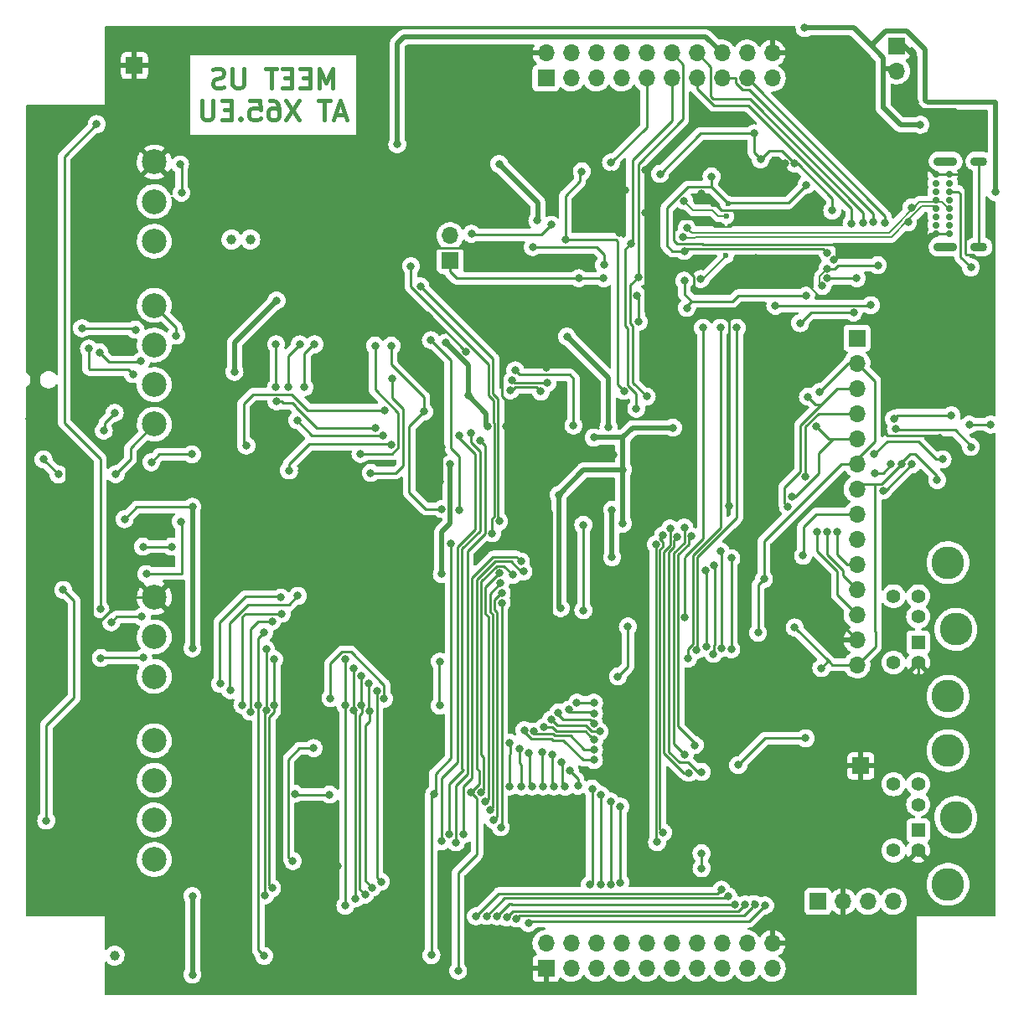
<source format=gbr>
%TF.GenerationSoftware,KiCad,Pcbnew,(6.0.7)*%
%TF.CreationDate,2023-03-28T13:11:04+02:00*%
%TF.ProjectId,open65,6f70656e-3635-42e6-9b69-6361645f7063,rev01*%
%TF.SameCoordinates,Original*%
%TF.FileFunction,Copper,L2,Bot*%
%TF.FilePolarity,Positive*%
%FSLAX46Y46*%
G04 Gerber Fmt 4.6, Leading zero omitted, Abs format (unit mm)*
G04 Created by KiCad (PCBNEW (6.0.7)) date 2023-03-28 13:11:04*
%MOMM*%
%LPD*%
G01*
G04 APERTURE LIST*
%ADD10C,0.400000*%
%TA.AperFunction,NonConductor*%
%ADD11C,0.400000*%
%TD*%
%TA.AperFunction,ComponentPad*%
%ADD12C,0.700000*%
%TD*%
%TA.AperFunction,ComponentPad*%
%ADD13O,1.700000X0.900000*%
%TD*%
%TA.AperFunction,ComponentPad*%
%ADD14O,2.400000X0.900000*%
%TD*%
%TA.AperFunction,ComponentPad*%
%ADD15R,1.700000X1.700000*%
%TD*%
%TA.AperFunction,ComponentPad*%
%ADD16C,1.000000*%
%TD*%
%TA.AperFunction,ComponentPad*%
%ADD17O,1.700000X1.700000*%
%TD*%
%TA.AperFunction,ComponentPad*%
%ADD18R,1.398000X1.398000*%
%TD*%
%TA.AperFunction,ComponentPad*%
%ADD19C,1.398000*%
%TD*%
%TA.AperFunction,ComponentPad*%
%ADD20C,3.306000*%
%TD*%
%TA.AperFunction,ComponentPad*%
%ADD21C,2.500000*%
%TD*%
%TA.AperFunction,SMDPad,CuDef*%
%ADD22C,1.000000*%
%TD*%
%TA.AperFunction,ViaPad*%
%ADD23C,0.800000*%
%TD*%
%TA.AperFunction,ViaPad*%
%ADD24C,0.600000*%
%TD*%
%TA.AperFunction,Conductor*%
%ADD25C,0.250000*%
%TD*%
%TA.AperFunction,Conductor*%
%ADD26C,0.500000*%
%TD*%
%TA.AperFunction,Conductor*%
%ADD27C,0.160000*%
%TD*%
%TA.AperFunction,Conductor*%
%ADD28C,0.200000*%
%TD*%
G04 APERTURE END LIST*
D10*
D11*
X87000000Y-57294761D02*
X87000000Y-55294761D01*
X86333333Y-56723333D01*
X85666666Y-55294761D01*
X85666666Y-57294761D01*
X84714285Y-56247142D02*
X84047619Y-56247142D01*
X83761904Y-57294761D02*
X84714285Y-57294761D01*
X84714285Y-55294761D01*
X83761904Y-55294761D01*
X82904761Y-56247142D02*
X82238095Y-56247142D01*
X81952380Y-57294761D02*
X82904761Y-57294761D01*
X82904761Y-55294761D01*
X81952380Y-55294761D01*
X81380952Y-55294761D02*
X80238095Y-55294761D01*
X80809523Y-57294761D02*
X80809523Y-55294761D01*
X78047619Y-55294761D02*
X78047619Y-56913809D01*
X77952380Y-57104285D01*
X77857142Y-57199523D01*
X77666666Y-57294761D01*
X77285714Y-57294761D01*
X77095238Y-57199523D01*
X77000000Y-57104285D01*
X76904761Y-56913809D01*
X76904761Y-55294761D01*
X76047619Y-57199523D02*
X75761904Y-57294761D01*
X75285714Y-57294761D01*
X75095238Y-57199523D01*
X75000000Y-57104285D01*
X74904761Y-56913809D01*
X74904761Y-56723333D01*
X75000000Y-56532857D01*
X75095238Y-56437619D01*
X75285714Y-56342380D01*
X75666666Y-56247142D01*
X75857142Y-56151904D01*
X75952380Y-56056666D01*
X76047619Y-55866190D01*
X76047619Y-55675714D01*
X75952380Y-55485238D01*
X75857142Y-55390000D01*
X75666666Y-55294761D01*
X75190476Y-55294761D01*
X74904761Y-55390000D01*
X88285714Y-59943333D02*
X87333333Y-59943333D01*
X88476190Y-60514761D02*
X87809523Y-58514761D01*
X87142857Y-60514761D01*
X86761904Y-58514761D02*
X85619047Y-58514761D01*
X86190476Y-60514761D02*
X86190476Y-58514761D01*
X83619047Y-58514761D02*
X82285714Y-60514761D01*
X82285714Y-58514761D02*
X83619047Y-60514761D01*
X80666666Y-58514761D02*
X81047619Y-58514761D01*
X81238095Y-58610000D01*
X81333333Y-58705238D01*
X81523809Y-58990952D01*
X81619047Y-59371904D01*
X81619047Y-60133809D01*
X81523809Y-60324285D01*
X81428571Y-60419523D01*
X81238095Y-60514761D01*
X80857142Y-60514761D01*
X80666666Y-60419523D01*
X80571428Y-60324285D01*
X80476190Y-60133809D01*
X80476190Y-59657619D01*
X80571428Y-59467142D01*
X80666666Y-59371904D01*
X80857142Y-59276666D01*
X81238095Y-59276666D01*
X81428571Y-59371904D01*
X81523809Y-59467142D01*
X81619047Y-59657619D01*
X78666666Y-58514761D02*
X79619047Y-58514761D01*
X79714285Y-59467142D01*
X79619047Y-59371904D01*
X79428571Y-59276666D01*
X78952380Y-59276666D01*
X78761904Y-59371904D01*
X78666666Y-59467142D01*
X78571428Y-59657619D01*
X78571428Y-60133809D01*
X78666666Y-60324285D01*
X78761904Y-60419523D01*
X78952380Y-60514761D01*
X79428571Y-60514761D01*
X79619047Y-60419523D01*
X79714285Y-60324285D01*
X77714285Y-60324285D02*
X77619047Y-60419523D01*
X77714285Y-60514761D01*
X77809523Y-60419523D01*
X77714285Y-60324285D01*
X77714285Y-60514761D01*
X76761904Y-59467142D02*
X76095238Y-59467142D01*
X75809523Y-60514761D02*
X76761904Y-60514761D01*
X76761904Y-58514761D01*
X75809523Y-58514761D01*
X74952380Y-58514761D02*
X74952380Y-60133809D01*
X74857142Y-60324285D01*
X74761904Y-60419523D01*
X74571428Y-60514761D01*
X74190476Y-60514761D01*
X74000000Y-60419523D01*
X73904761Y-60324285D01*
X73809523Y-60133809D01*
X73809523Y-58514761D01*
D12*
%TO.P,J501,A1,GND*%
%TO.N,GND*%
X147975000Y-71975000D03*
%TO.P,J501,A4,VBUS*%
%TO.N,/USB-Terminal/VBUS*%
X147975000Y-71125000D03*
%TO.P,J501,A5,CC1*%
%TO.N,/USB-Terminal/CC1*%
X147975000Y-70275000D03*
%TO.P,J501,A6,D+*%
%TO.N,/USB-Terminal/USBDP*%
X147975000Y-69425000D03*
%TO.P,J501,A7,D-*%
%TO.N,/USB-Terminal/USBDN*%
X147975000Y-68575000D03*
%TO.P,J501,A8,SBU1*%
%TO.N,unconnected-(J501-PadA8)*%
X147975000Y-67725000D03*
%TO.P,J501,A9,VBUS*%
%TO.N,/USB-Terminal/VBUS*%
X147975000Y-66875000D03*
%TO.P,J501,A12,GND*%
%TO.N,GND*%
X147975000Y-66025000D03*
%TO.P,J501,B1,GND*%
X149325000Y-66025000D03*
%TO.P,J501,B4,VBUS*%
%TO.N,/USB-Terminal/VBUS*%
X149325000Y-66875000D03*
%TO.P,J501,B5,CC2*%
%TO.N,/USB-Terminal/CC2*%
X149325000Y-67725000D03*
%TO.P,J501,B6,D+*%
%TO.N,/USB-Terminal/USBDP*%
X149325000Y-68575000D03*
%TO.P,J501,B7,D-*%
%TO.N,/USB-Terminal/USBDN*%
X149325000Y-69425000D03*
%TO.P,J501,B8,SBU2*%
%TO.N,unconnected-(J501-PadB8)*%
X149325000Y-70275000D03*
%TO.P,J501,B9,VBUS*%
%TO.N,/USB-Terminal/VBUS*%
X149325000Y-71125000D03*
%TO.P,J501,B12,GND*%
%TO.N,GND*%
X149325000Y-71975000D03*
D13*
%TO.P,J501,S1,SHIELD*%
%TO.N,Net-(C501-Pad1)*%
X152335000Y-64675000D03*
X152335000Y-73325000D03*
D14*
X148955000Y-64675000D03*
X148955000Y-73325000D03*
%TD*%
D15*
%TO.P,J703,1,Pin_1*%
%TO.N,GND*%
X140400000Y-125800000D03*
%TD*%
D16*
%TO.P,Y401,1,1*%
%TO.N,Net-(C402-Pad1)*%
X76800000Y-72580000D03*
%TO.P,Y401,2,2*%
%TO.N,Net-(C403-Pad1)*%
X78700000Y-72580000D03*
%TD*%
D15*
%TO.P,J702,1,Pin_1*%
%TO.N,GND*%
X67000000Y-55000000D03*
%TD*%
%TO.P,J601,1,Pin_1*%
%TO.N,GND*%
X108575000Y-146275000D03*
D17*
%TO.P,J601,2,Pin_2*%
%TO.N,~{MWR}*%
X108575000Y-143735000D03*
%TO.P,J601,3,Pin_3*%
%TO.N,A7*%
X111115000Y-146275000D03*
%TO.P,J601,4,Pin_4*%
%TO.N,A6*%
X111115000Y-143735000D03*
%TO.P,J601,5,Pin_5*%
%TO.N,A5*%
X113655000Y-146275000D03*
%TO.P,J601,6,Pin_6*%
%TO.N,A4*%
X113655000Y-143735000D03*
%TO.P,J601,7,Pin_7*%
%TO.N,A3*%
X116195000Y-146275000D03*
%TO.P,J601,8,Pin_8*%
%TO.N,A2*%
X116195000Y-143735000D03*
%TO.P,J601,9,Pin_9*%
%TO.N,A1*%
X118735000Y-146275000D03*
%TO.P,J601,10,Pin_10*%
%TO.N,A0*%
X118735000Y-143735000D03*
%TO.P,J601,11,Pin_11*%
%TO.N,D0*%
X121275000Y-146275000D03*
%TO.P,J601,12,Pin_12*%
%TO.N,D1*%
X121275000Y-143735000D03*
%TO.P,J601,13,Pin_13*%
%TO.N,D2*%
X123815000Y-146275000D03*
%TO.P,J601,14,Pin_14*%
%TO.N,D3*%
X123815000Y-143735000D03*
%TO.P,J601,15,Pin_15*%
%TO.N,D4*%
X126355000Y-146275000D03*
%TO.P,J601,16,Pin_16*%
%TO.N,D5*%
X126355000Y-143735000D03*
%TO.P,J601,17,Pin_17*%
%TO.N,D6*%
X128895000Y-146275000D03*
%TO.P,J601,18,Pin_18*%
%TO.N,D7*%
X128895000Y-143735000D03*
%TO.P,J601,19,Pin_19*%
%TO.N,~{MRD}*%
X131435000Y-146275000D03*
%TO.P,J601,20,Pin_20*%
%TO.N,GND*%
X131435000Y-143735000D03*
%TD*%
D15*
%TO.P,JP501,1,A*%
%TO.N,/USB-Terminal/ICD2NORAROM*%
X98875000Y-74730000D03*
D17*
%TO.P,JP501,2,B*%
%TO.N,Net-(JP501-Pad2)*%
X98875000Y-72190000D03*
%TD*%
D15*
%TO.P,J602,1,Pin_1*%
%TO.N,VAUX1*%
X108575000Y-56275000D03*
D17*
%TO.P,J602,2,Pin_2*%
%TO.N,GND*%
X108575000Y-53735000D03*
%TO.P,J602,3,Pin_3*%
%TO.N,~{VCS0}*%
X111115000Y-56275000D03*
%TO.P,J602,4,Pin_4*%
%TO.N,VAUX0*%
X111115000Y-53735000D03*
%TO.P,J602,5,Pin_5*%
%TO.N,~{VCS1}*%
X113655000Y-56275000D03*
%TO.P,J602,6,Pin_6*%
%TO.N,VAUX2*%
X113655000Y-53735000D03*
%TO.P,J602,7,Pin_7*%
%TO.N,~{VCS2}*%
X116195000Y-56275000D03*
%TO.P,J602,8,Pin_8*%
%TO.N,~{VIRQ}*%
X116195000Y-53735000D03*
%TO.P,J602,9,Pin_9*%
%TO.N,FMISO*%
X118735000Y-56275000D03*
%TO.P,J602,10,Pin_10*%
%TO.N,~{VERAFCS}*%
X118735000Y-53735000D03*
%TO.P,J602,11,Pin_11*%
%TO.N,FSCK*%
X121275000Y-56275000D03*
%TO.P,J602,12,Pin_12*%
%TO.N,FMOSI*%
X121275000Y-53735000D03*
%TO.P,J602,13,Pin_13*%
%TO.N,VERADONE*%
X123815000Y-56275000D03*
%TO.P,J602,14,Pin_14*%
%TO.N,~{VERA2FCS}*%
X123815000Y-53735000D03*
%TO.P,J602,15,Pin_15*%
%TO.N,~{VERARST}*%
X126355000Y-56275000D03*
%TO.P,J602,16,Pin_16*%
%TO.N,+3V3*%
X126355000Y-53735000D03*
%TO.P,J602,17,Pin_17*%
%TO.N,ICD2VERAROM*%
X128895000Y-56275000D03*
%TO.P,J602,18,Pin_18*%
%TO.N,+1V2*%
X128895000Y-53735000D03*
%TO.P,J602,19,Pin_19*%
%TO.N,+5V*%
X131435000Y-56275000D03*
%TO.P,J602,20,Pin_20*%
%TO.N,GND*%
X131435000Y-53735000D03*
%TD*%
D15*
%TO.P,J607,1,Pin_1*%
%TO.N,+3V3*%
X136050000Y-139500000D03*
D17*
%TO.P,J607,2,Pin_2*%
%TO.N,GND*%
X138590000Y-139500000D03*
%TO.P,J607,3,Pin_3*%
%TO.N,I2C_SDA*%
X141130000Y-139500000D03*
%TO.P,J607,4,Pin_4*%
%TO.N,I2C_SCL*%
X143670000Y-139500000D03*
%TD*%
D15*
%TO.P,J603,1,Pin_1*%
%TO.N,~{TIRQ}*%
X140000000Y-82560000D03*
D17*
%TO.P,J603,2,Pin_2*%
%TO.N,FMISO*%
X140000000Y-85100000D03*
%TO.P,J603,3,Pin_3*%
%TO.N,FMOSI*%
X140000000Y-87640000D03*
%TO.P,J603,4,Pin_4*%
%TO.N,~{TCS}*%
X140000000Y-90180000D03*
%TO.P,J603,5,Pin_5*%
%TO.N,FSCK*%
X140000000Y-92720000D03*
%TO.P,J603,6,Pin_6*%
%TO.N,FMISO*%
X140000000Y-95260000D03*
%TO.P,J603,7,Pin_7*%
%TO.N,+3V3*%
X140000000Y-97800000D03*
%TO.P,J603,8,Pin_8*%
%TO.N,FSCK*%
X140000000Y-100340000D03*
%TO.P,J603,9,Pin_9*%
%TO.N,FMOSI*%
X140000000Y-102880000D03*
%TO.P,J603,10,Pin_10*%
%TO.N,ILIDC*%
X140000000Y-105420000D03*
%TO.P,J603,11,Pin_11*%
%TO.N,~{PERIRES}*%
X140000000Y-107960000D03*
%TO.P,J603,12,Pin_12*%
%TO.N,~{ILICS}*%
X140000000Y-110500000D03*
%TO.P,J603,13,Pin_13*%
%TO.N,GND*%
X140000000Y-113040000D03*
%TO.P,J603,14,Pin_14*%
%TO.N,+3V3*%
X140000000Y-115580000D03*
%TD*%
D15*
%TO.P,J701,1,Pin_1*%
%TO.N,GND*%
X144000000Y-53000000D03*
D17*
%TO.P,J701,2,Pin_2*%
%TO.N,+5V*%
X144000000Y-55540000D03*
%TD*%
D18*
%TO.P,J606,1*%
%TO.N,/VA-Board\u002C PS2/PS2B_DATA5*%
X146190000Y-132300000D03*
D19*
%TO.P,J606,2*%
%TO.N,unconnected-(J606-Pad2)*%
X146190000Y-129700000D03*
%TO.P,J606,3*%
%TO.N,GND*%
X146190000Y-134350000D03*
%TO.P,J606,4*%
%TO.N,/VA-Board\u002C PS2/PS2PWR5V*%
X146190000Y-127650000D03*
%TO.P,J606,5*%
%TO.N,/VA-Board\u002C PS2/PS2B_CLK5*%
X143700000Y-134350000D03*
%TO.P,J606,6*%
%TO.N,unconnected-(J606-Pad6)*%
X143700000Y-127650000D03*
D20*
%TO.P,J606,S1*%
%TO.N,N/C*%
X150000000Y-131000000D03*
%TO.P,J606,S2*%
X149190000Y-124240000D03*
%TO.P,J606,S3*%
X149190000Y-137760000D03*
%TD*%
D21*
%TO.P,J403,1,V+5V*%
%TO.N,NESPWR5V*%
X69000000Y-135250000D03*
%TO.P,J403,2,CLOCK*%
%TO.N,Net-(D404-Pad2)*%
X69000000Y-131250000D03*
%TO.P,J403,3,LATCH*%
%TO.N,Net-(D404-Pad3)*%
X69000000Y-127250000D03*
%TO.P,J403,4,DATA1*%
%TO.N,Net-(D404-Pad4)*%
X69000000Y-123250000D03*
%TO.P,J403,5,DATA2*%
%TO.N,unconnected-(J403-Pad5)*%
X69000000Y-116750000D03*
%TO.P,J403,6,IOBIT*%
%TO.N,unconnected-(J403-Pad6)*%
X69000000Y-112750000D03*
%TO.P,J403,7,GND*%
%TO.N,GND*%
X69000000Y-108750000D03*
%TD*%
%TO.P,J404,1,V+5V*%
%TO.N,NESPWR5V*%
X69000000Y-91250000D03*
%TO.P,J404,2,CLOCK*%
%TO.N,Net-(D405-Pad2)*%
X69000000Y-87250000D03*
%TO.P,J404,3,LATCH*%
%TO.N,Net-(D405-Pad4)*%
X69000000Y-83250000D03*
%TO.P,J404,4,DATA1*%
%TO.N,Net-(D405-Pad3)*%
X69000000Y-79250000D03*
%TO.P,J404,5,DATA2*%
%TO.N,unconnected-(J404-Pad5)*%
X69000000Y-72750000D03*
%TO.P,J404,6,IOBIT*%
%TO.N,unconnected-(J404-Pad6)*%
X69000000Y-68750000D03*
%TO.P,J404,7,GND*%
%TO.N,GND*%
X69000000Y-64750000D03*
%TD*%
D22*
%TO.P,FID103,*%
%TO.N,*%
X65000000Y-144980000D03*
%TD*%
D18*
%TO.P,J605,1*%
%TO.N,/VA-Board\u002C PS2/PS2A_DATA5*%
X146190000Y-113300000D03*
D19*
%TO.P,J605,2*%
%TO.N,unconnected-(J605-Pad2)*%
X146190000Y-110700000D03*
%TO.P,J605,3*%
%TO.N,GND*%
X146190000Y-115350000D03*
%TO.P,J605,4*%
%TO.N,/VA-Board\u002C PS2/PS2PWR5V*%
X146190000Y-108650000D03*
%TO.P,J605,5*%
%TO.N,/VA-Board\u002C PS2/PS2A_CLK5*%
X143700000Y-115350000D03*
%TO.P,J605,6*%
%TO.N,unconnected-(J605-Pad6)*%
X143700000Y-108650000D03*
D20*
%TO.P,J605,S1*%
%TO.N,N/C*%
X150000000Y-112000000D03*
%TO.P,J605,S2*%
X149190000Y-105240000D03*
%TO.P,J605,S3*%
X149190000Y-118760000D03*
%TD*%
D23*
%TO.N,GND*%
X113600000Y-78000000D03*
%TO.N,FMISO*%
X112200000Y-65700000D03*
%TO.N,GND*%
X94600000Y-100196500D03*
X97900000Y-97100000D03*
X103300000Y-59100000D03*
X142800000Y-119600000D03*
X142506250Y-67206250D03*
X59300000Y-93600000D03*
X66200000Y-104850000D03*
X143100000Y-123500000D03*
X59600000Y-105600000D03*
X133100000Y-106900000D03*
X137648678Y-74655423D03*
X112950000Y-62400000D03*
X140900000Y-130600000D03*
D24*
X122150000Y-70250000D03*
D23*
X129250000Y-90650000D03*
X122450000Y-75400000D03*
X143900000Y-86000000D03*
X106900000Y-91300000D03*
X146200000Y-98150000D03*
X108900000Y-117400000D03*
X132750000Y-64894500D03*
X115350000Y-94350000D03*
X125800000Y-132300000D03*
X56400000Y-90700000D03*
X87500000Y-135950000D03*
X108650000Y-85565500D03*
X89650000Y-88450000D03*
X85250000Y-73200000D03*
X109100000Y-112650000D03*
X115200000Y-66000000D03*
X95300000Y-59400000D03*
X71200000Y-86200000D03*
X76950000Y-62550000D03*
X148750000Y-82200000D03*
X142950000Y-82900000D03*
X131575000Y-70425000D03*
X118584500Y-69850000D03*
X127100000Y-99500000D03*
X128250000Y-70250000D03*
X73050000Y-96250000D03*
X125100000Y-116100000D03*
X106450000Y-109934500D03*
X81900000Y-121000000D03*
X83850000Y-95950000D03*
X63300000Y-124400000D03*
X116000000Y-71950000D03*
X145900000Y-58700000D03*
X116612299Y-67612299D03*
X140600000Y-56140000D03*
X114250000Y-109934500D03*
X121100000Y-82350000D03*
X90450000Y-105650000D03*
X104550000Y-91440500D03*
X90500000Y-110750000D03*
X150700000Y-99100000D03*
X146950000Y-76200000D03*
X124250000Y-67954500D03*
X98000000Y-93550000D03*
X100500000Y-83900000D03*
X94650000Y-114100000D03*
X84200000Y-104550000D03*
X128650000Y-103650000D03*
X118600000Y-65600000D03*
X114000000Y-102750000D03*
X88750000Y-80000000D03*
X151200000Y-86300000D03*
X129750000Y-74450000D03*
X128450000Y-60500000D03*
X131800000Y-115100000D03*
X95300000Y-53800000D03*
%TO.N,~{M1CS}*%
X86800000Y-118949500D03*
X92224500Y-119000000D03*
%TO.N,CEF*%
X96250000Y-89980000D03*
X98050000Y-99830000D03*
X92950000Y-83315500D03*
%TO.N,~{CABORT}*%
X81300000Y-83180000D03*
X91343500Y-91604000D03*
X81300000Y-87480000D03*
X81348000Y-88937000D03*
%TO.N,CBE*%
X89839853Y-94262451D03*
X91300000Y-83315500D03*
%TO.N,~{CRES}*%
X84180000Y-87502500D03*
X85200000Y-83180000D03*
%TO.N,Net-(R210-Pad2)*%
X93000000Y-86680000D03*
X90873000Y-96176000D03*
%TO.N,CRDY*%
X92143000Y-92366000D03*
X83455500Y-90842000D03*
X83700000Y-83180000D03*
X82500000Y-87462500D03*
%TO.N,A0*%
X91900000Y-137500000D03*
X116100000Y-129924500D03*
X116075701Y-137583177D03*
X91500000Y-118224500D03*
%TO.N,A1*%
X91006755Y-138093245D03*
X90700000Y-117500000D03*
X115100000Y-129400000D03*
X115100000Y-137800000D03*
X90726020Y-120219266D03*
%TO.N,A2*%
X89922740Y-119624500D03*
X114087701Y-137812299D03*
X114100000Y-128724500D03*
X89900000Y-116700000D03*
X90300000Y-138800000D03*
%TO.N,A3*%
X89300000Y-139200000D03*
X113000000Y-137800000D03*
X89111371Y-120208180D03*
X113249500Y-128100000D03*
X89100000Y-115900000D03*
%TO.N,A4*%
X88288000Y-115000000D03*
X88300000Y-119624500D03*
X88300000Y-139925500D03*
%TO.N,A5*%
X80900000Y-138143037D03*
X81100000Y-115000000D03*
X81122740Y-119624500D03*
%TO.N,A6*%
X80200000Y-138880000D03*
X80300000Y-114000000D03*
X80311371Y-120208180D03*
%TO.N,A7*%
X79500000Y-119624500D03*
X80100000Y-145000000D03*
X80100000Y-112300000D03*
%TO.N,A8*%
X80900000Y-111200000D03*
X78700000Y-120300000D03*
%TO.N,A9*%
X81900000Y-110400000D03*
X77900000Y-119624500D03*
%TO.N,A10*%
X75653310Y-117494368D03*
X81780008Y-108779930D03*
%TO.N,A11*%
X76700000Y-118150000D03*
X83492500Y-108607500D03*
%TO.N,~{CVP}*%
X92974893Y-93312107D03*
X82618000Y-95922000D03*
%TO.N,~{CML}*%
X92270000Y-89826000D03*
X78300000Y-93400000D03*
%TO.N,D0*%
X104854000Y-123446000D03*
X104900000Y-127874500D03*
X113424500Y-125200000D03*
X106388835Y-122184697D03*
%TO.N,D1*%
X105874951Y-124100451D03*
X106100000Y-127874500D03*
X113424500Y-124163466D03*
X107379000Y-122321000D03*
%TO.N,D2*%
X113458390Y-123164538D03*
X108375500Y-121858879D03*
X107199098Y-127874500D03*
X106862299Y-124462299D03*
%TO.N,D3*%
X114000000Y-122324500D03*
X108200000Y-124400000D03*
X108300000Y-127874500D03*
X109100000Y-121100000D03*
%TO.N,~{MWR}*%
X86700000Y-128700000D03*
X126200000Y-104075500D03*
X83200000Y-128600000D03*
X99000000Y-103300000D03*
X126300000Y-113900000D03*
X97275500Y-128675500D03*
X97000000Y-144924500D03*
%TO.N,A19*%
X100200000Y-132724500D03*
X106047566Y-105122968D03*
%TO.N,A12*%
X101900000Y-92950000D03*
X99475500Y-133527868D03*
%TO.N,A13*%
X98750500Y-132724500D03*
X100969073Y-92130927D03*
%TO.N,A14*%
X99800000Y-92400000D03*
X98019456Y-133406101D03*
%TO.N,D4*%
X109824500Y-120400000D03*
X109167021Y-124652736D03*
X113424500Y-121499503D03*
X109400000Y-127874500D03*
%TO.N,D5*%
X110150000Y-125450000D03*
X113424500Y-120500000D03*
X110879000Y-120100000D03*
X110512299Y-127887701D03*
%TO.N,D6*%
X111800000Y-127800000D03*
X111000000Y-126300000D03*
X111700000Y-119400000D03*
X113424500Y-119400000D03*
%TO.N,~{MRD}*%
X100965561Y-128465561D03*
X99700000Y-146500000D03*
X106300000Y-106146500D03*
%TO.N,A15*%
X102025500Y-128430221D03*
X105216243Y-106483757D03*
%TO.N,A16*%
X103900000Y-106300000D03*
X102475500Y-129384505D03*
%TO.N,A17*%
X102925500Y-130285372D03*
X103989684Y-107307101D03*
%TO.N,A18*%
X104100000Y-108300497D03*
X103300000Y-131275500D03*
%TO.N,A20*%
X104000000Y-132000000D03*
X104100000Y-109300000D03*
%TO.N,~{FLASHCS}*%
X122594500Y-110800000D03*
X124450000Y-81514500D03*
%TO.N,FSCK*%
X117700000Y-89680000D03*
X134550000Y-104550000D03*
X135850000Y-91430000D03*
X133400000Y-98600000D03*
X117153000Y-72980000D03*
%TO.N,FMOSI*%
X133024500Y-99600000D03*
X135050000Y-88480000D03*
X117900000Y-76380000D03*
X118750000Y-88464500D03*
%TO.N,FMISO*%
X110550000Y-72580000D03*
X130000000Y-112324500D03*
X136250000Y-87980000D03*
X130600000Y-106900000D03*
X116450000Y-87884500D03*
X115150000Y-64800000D03*
%TO.N,~{VERARST}*%
X142100000Y-75180000D03*
X141650000Y-70830000D03*
X136495776Y-77286556D03*
X137015500Y-75520497D03*
%TO.N,~{VERA2FCS}*%
X139654500Y-79964500D03*
X140650000Y-70880000D03*
X134256006Y-81037222D03*
%TO.N,/USB-Terminal/USBDP*%
X122433009Y-72321045D03*
X145149266Y-70849266D03*
%TO.N,/FPGA/ATTBTN*%
X67100000Y-81700000D03*
X61700000Y-81550000D03*
%TO.N,+1V2*%
X114900000Y-91550000D03*
X110700000Y-82400000D03*
X107700000Y-70650000D03*
X97850000Y-115250000D03*
X97850000Y-119700000D03*
X115250000Y-99900000D03*
X115250000Y-104700000D03*
X103850000Y-64950000D03*
%TO.N,VIAPHI2*%
X124735462Y-106066110D03*
X124800000Y-113724500D03*
%TO.N,VIACS*%
X125575500Y-105524500D03*
X125477380Y-114467716D03*
%TO.N,VIAIRQ*%
X127300000Y-114000000D03*
X127300000Y-104800000D03*
D24*
%TO.N,/USB-Terminal/FTDI1V8*%
X126960000Y-68990000D03*
D23*
X125300000Y-66200000D03*
X137015500Y-73934500D03*
X134900000Y-67050000D03*
X122550000Y-73750000D03*
%TO.N,/USB-Terminal/USBDN*%
X122800000Y-71434500D03*
X145530734Y-69330734D03*
%TO.N,/USB-Terminal/CC2*%
X151500000Y-75400000D03*
%TO.N,NORADONE*%
X112350000Y-110055500D03*
X122950000Y-114930000D03*
X96950000Y-82750000D03*
X99800000Y-99930000D03*
X126200000Y-81514500D03*
X112350000Y-101430000D03*
%TO.N,~{NORARST}*%
X127850000Y-81514500D03*
X123800000Y-114080000D03*
%TO.N,ICD_SCK*%
X107250000Y-73350000D03*
X114425000Y-75155000D03*
%TO.N,Net-(D405-Pad3)*%
X71200000Y-82300000D03*
%TO.N,I2C_SDA*%
X95884646Y-77315353D03*
X120400000Y-102500000D03*
X103834500Y-101080000D03*
X124300000Y-136149500D03*
X120400000Y-132500000D03*
X124287500Y-134612500D03*
%TO.N,I2C_SCL*%
X94934500Y-75280000D03*
X119800000Y-133500000D03*
X103150000Y-102280000D03*
X119675500Y-103400000D03*
%TO.N,NESDATA1*%
X127645760Y-139775311D03*
X103600000Y-141000000D03*
X122556255Y-101700000D03*
X122600000Y-124700000D03*
%TO.N,NESDATA0*%
X123299000Y-102600000D03*
X123600000Y-123700000D03*
X128700000Y-139800000D03*
X104600000Y-141100000D03*
%TO.N,NESLATCH*%
X126300000Y-138300000D03*
X123000000Y-126500000D03*
X101500000Y-141000000D03*
X121106755Y-101793245D03*
%TO.N,NESCLOCK*%
X124300000Y-126400000D03*
X59800000Y-108000000D03*
X121849500Y-102645995D03*
X58076944Y-131323056D03*
X102562299Y-140962299D03*
X127006755Y-139006755D03*
%TO.N,~{VIRQ}*%
X104971515Y-87833485D03*
X108063500Y-87955000D03*
%TO.N,~{ILICS}*%
X136002537Y-102155500D03*
%TO.N,ILIDC*%
X138000000Y-102100000D03*
%TO.N,~{TCS}*%
X134800000Y-96574500D03*
%TO.N,ICD2VERAROM*%
X131750000Y-79280000D03*
X141400000Y-79230000D03*
X142850000Y-70930000D03*
%TO.N,VERADONE*%
X139450000Y-70980000D03*
X137015500Y-76480000D03*
X139965500Y-76500000D03*
%TO.N,/USB-Terminal/ICD2NORAROM*%
X117950000Y-80900000D03*
X117800000Y-78224500D03*
X111900000Y-76500000D03*
X114400000Y-76500000D03*
%TO.N,~{VERAFCS}*%
X111350000Y-91380000D03*
X105475000Y-85805000D03*
%TO.N,~{VCS2}*%
X108694500Y-87105000D03*
X105150000Y-86855000D03*
%TO.N,+5V*%
X146400000Y-60990000D03*
X63175000Y-60925000D03*
X63550000Y-109950000D03*
X153510000Y-91290000D03*
X154000000Y-67800000D03*
X134700000Y-51200000D03*
X151350000Y-91300000D03*
%TO.N,+3V3*%
X144500000Y-95300000D03*
X98900000Y-95300000D03*
X134850000Y-78250000D03*
X137500000Y-69650000D03*
X98050000Y-106400000D03*
X109100000Y-71100000D03*
X113400000Y-92600000D03*
X100700000Y-88350000D03*
X121400000Y-91600000D03*
X102650000Y-91450000D03*
X72850000Y-99600000D03*
X115850000Y-116750000D03*
X98432500Y-83017500D03*
X83000000Y-135400000D03*
X81350000Y-78750000D03*
X72850000Y-138950000D03*
X101050000Y-72000000D03*
X129600000Y-61850000D03*
X122550000Y-76750000D03*
X85100000Y-124000000D03*
X116850000Y-111700000D03*
X133709487Y-64900055D03*
X120100000Y-65950000D03*
X93550000Y-62950000D03*
X136400000Y-115900000D03*
X130250000Y-64484500D03*
X77100000Y-85950000D03*
X110050000Y-109850000D03*
X109850000Y-98400000D03*
X116350000Y-101300000D03*
X72850000Y-146900000D03*
X72850000Y-113900000D03*
X66000000Y-100850000D03*
X148100000Y-96900000D03*
X122800000Y-79500000D03*
X116350000Y-95850000D03*
X133700000Y-111800000D03*
%TO.N,CPULED0*%
X105600000Y-141224811D03*
X63450000Y-83980000D03*
X129712051Y-139812548D03*
X67649570Y-84891823D03*
%TO.N,CPULED1*%
X62400000Y-83600000D03*
X106800000Y-141674811D03*
X130707660Y-139900678D03*
X66834500Y-86200000D03*
%TO.N,~{PERIRES}*%
X137002040Y-102155500D03*
X128000000Y-125700000D03*
X134800000Y-123000000D03*
%TO.N,/USB-Terminal/FTOSCO*%
X122509015Y-68659015D03*
D24*
X126800000Y-70230000D03*
%TO.N,/USB-Terminal/ADBUS0*%
X126740499Y-74237560D03*
D23*
X124200000Y-76580000D03*
%TO.N,PS2K_DATADR*%
X143750000Y-90700000D03*
X149550000Y-90350000D03*
%TO.N,PS2M_DATA*%
X142625808Y-97965055D03*
X145550000Y-95320498D03*
%TO.N,PS2M_CLK*%
X141825500Y-96199098D03*
X143450000Y-95320498D03*
%TO.N,PS2K_CLK*%
X148650000Y-94800000D03*
X141750000Y-94300000D03*
%TO.N,PS2K_DATA*%
X143937701Y-91737701D03*
X151500000Y-93550000D03*
%TO.N,/VIA\u002C RTC\u002C SNES/NESCLOCK5*%
X72800000Y-94300000D03*
X68700000Y-95100000D03*
X67750000Y-110730000D03*
X64650000Y-111280000D03*
%TO.N,/VIA\u002C RTC\u002C SNES/NESLATCH5*%
X63600000Y-114900000D03*
X63900000Y-91900000D03*
X65000000Y-90100000D03*
X67880000Y-114880000D03*
%TO.N,/VIA\u002C RTC\u002C SNES/NES1DATA5*%
X67850000Y-103630000D03*
X70750000Y-103630000D03*
%TO.N,NESPWR5V*%
X68200000Y-106400000D03*
X71750000Y-67850000D03*
X71700000Y-101100000D03*
X65100000Y-96300000D03*
X71600000Y-65000000D03*
X57800000Y-94800000D03*
X59326944Y-96326944D03*
%TD*%
D25*
%TO.N,GND*%
X106800000Y-78000000D02*
X103225000Y-81575000D01*
X113600000Y-78000000D02*
X106800000Y-78000000D01*
X103225000Y-81575000D02*
X95670000Y-74020000D01*
X105350000Y-83700000D02*
X103225000Y-81575000D01*
X112600000Y-62750000D02*
X112950000Y-62400000D01*
X112600000Y-64350000D02*
X112600000Y-62750000D01*
X115200000Y-66000000D02*
X114250000Y-66000000D01*
X115200000Y-66000000D02*
X115200000Y-66500000D01*
X116312299Y-67612299D02*
X116612299Y-67612299D01*
X115200000Y-66500000D02*
X116312299Y-67612299D01*
X114250000Y-66000000D02*
X112600000Y-64350000D01*
%TO.N,FMISO*%
X110550000Y-68150000D02*
X110550000Y-72580000D01*
X112000000Y-66700000D02*
X110550000Y-68150000D01*
X112000000Y-65900000D02*
X112000000Y-66700000D01*
X112200000Y-65700000D02*
X112000000Y-65900000D01*
%TO.N,GND*%
X94600000Y-100196500D02*
X94496500Y-100300000D01*
X94496500Y-100300000D02*
X84200000Y-100300000D01*
X84200000Y-100300000D02*
X84200000Y-97550000D01*
X84200000Y-104550000D02*
X84200000Y-100300000D01*
X125800000Y-132300000D02*
X126450000Y-131650000D01*
X126450000Y-131650000D02*
X132700000Y-131650000D01*
X125800000Y-132300000D02*
X126150000Y-131950000D01*
X126150000Y-131950000D02*
X126150000Y-117150000D01*
X126150000Y-117150000D02*
X125100000Y-116100000D01*
X137935000Y-74369101D02*
X137935000Y-73065000D01*
X105750000Y-90050000D02*
X105850000Y-90050000D01*
X64650000Y-103300000D02*
X66200000Y-104850000D01*
X144000000Y-136540000D02*
X140940000Y-136540000D01*
D26*
X148510000Y-63210000D02*
X146490000Y-63210000D01*
D25*
X152500000Y-76550000D02*
X152500000Y-74550000D01*
X59300000Y-93600000D02*
X59100000Y-93600000D01*
X128750000Y-116100000D02*
X130175000Y-114675000D01*
X142550000Y-91900000D02*
X142550000Y-87050000D01*
X95300000Y-54000000D02*
X95400000Y-53900000D01*
X143600000Y-86000000D02*
X143900000Y-86000000D01*
X114000000Y-109684500D02*
X114250000Y-109934500D01*
X85600000Y-136800000D02*
X85700000Y-136700000D01*
D27*
X132250000Y-76950000D02*
X134800000Y-76950000D01*
D25*
X135150000Y-119600000D02*
X131800000Y-116250000D01*
X152450000Y-76600000D02*
X152500000Y-76550000D01*
X123500000Y-76300000D02*
X123500000Y-77850000D01*
X88650000Y-79950000D02*
X88700000Y-80000000D01*
X146190000Y-115350000D02*
X146190000Y-116410000D01*
X112834500Y-111350000D02*
X109150000Y-111350000D01*
X106450000Y-109934500D02*
X106684500Y-109700000D01*
X105350000Y-84650000D02*
X105350000Y-83700000D01*
D27*
X124900000Y-70550000D02*
X125650000Y-71300000D01*
D25*
X147350000Y-76600000D02*
X152450000Y-76600000D01*
X142800000Y-119600000D02*
X135150000Y-119600000D01*
X119950000Y-66950000D02*
X122050000Y-66950000D01*
D26*
X149900000Y-59580000D02*
X149900000Y-61820000D01*
D27*
X134800000Y-76950000D02*
X136350000Y-78500000D01*
D25*
X137648678Y-74655423D02*
X137935000Y-74369101D01*
D26*
X145900000Y-58900000D02*
X146580000Y-59580000D01*
D25*
X107734500Y-84650000D02*
X105350000Y-84650000D01*
X63650000Y-111050000D02*
X65950000Y-108750000D01*
X74500000Y-86200000D02*
X74550000Y-86250000D01*
X87300000Y-75250000D02*
X85250000Y-73200000D01*
X62100000Y-119300000D02*
X62100000Y-111650000D01*
X118584500Y-75284500D02*
X118584500Y-79834500D01*
X116000000Y-68224598D02*
X116612299Y-67612299D01*
X131435000Y-142215000D02*
X132850000Y-140800000D01*
X109100000Y-111300000D02*
X109100000Y-109700000D01*
X104550000Y-91440500D02*
X106759500Y-91440500D01*
X146200000Y-98150000D02*
X149750000Y-98150000D01*
X109100000Y-109700000D02*
X109100000Y-100100000D01*
X118584500Y-69850000D02*
X118584500Y-75284500D01*
X132850000Y-140800000D02*
X132850000Y-131800000D01*
X65200000Y-98200000D02*
X64650000Y-98750000D01*
X71200000Y-62550000D02*
X69000000Y-64750000D01*
X58450000Y-100450000D02*
X58450000Y-104450000D01*
X126250000Y-77950000D02*
X129750000Y-74450000D01*
X151670553Y-74100000D02*
X151000000Y-74100000D01*
X127600000Y-69600000D02*
X128250000Y-70250000D01*
X145435000Y-63485000D02*
X147975000Y-66025000D01*
X98000000Y-86400000D02*
X94550000Y-82950000D01*
X148227299Y-92422701D02*
X143072701Y-92422701D01*
X140600000Y-58690000D02*
X140660000Y-58750000D01*
X69000000Y-108750000D02*
X66200000Y-105950000D01*
D26*
X145710000Y-63210000D02*
X145435000Y-63485000D01*
D25*
X104815000Y-53735000D02*
X101375000Y-57175000D01*
X129250000Y-90650000D02*
X129250000Y-80350000D01*
X143815000Y-73065000D02*
X137935000Y-73065000D01*
D26*
X145900000Y-58700000D02*
X145900000Y-58900000D01*
D25*
X95670000Y-74020000D02*
X96490000Y-74020000D01*
X95400000Y-53900000D02*
X95300000Y-53800000D01*
D27*
X125650000Y-71300000D02*
X127200000Y-71300000D01*
D25*
X85600000Y-146550000D02*
X85600000Y-136800000D01*
X76950000Y-62550000D02*
X71200000Y-62550000D01*
X124250000Y-67954500D02*
X125395500Y-69100000D01*
X128650000Y-113150000D02*
X129800000Y-114300000D01*
X128950000Y-65500000D02*
X128950000Y-66300000D01*
X127800000Y-64350000D02*
X128950000Y-65500000D01*
X59600000Y-105600000D02*
X62700000Y-108700000D01*
X148300000Y-92350000D02*
X148227299Y-92422701D01*
X129000000Y-80100000D02*
X127000000Y-80100000D01*
X82500000Y-136700000D02*
X85700000Y-136700000D01*
X132700000Y-131650000D02*
X134200000Y-131650000D01*
X143100000Y-123500000D02*
X142800000Y-123200000D01*
X131250000Y-66300000D02*
X132655500Y-64894500D01*
X97080000Y-73430000D02*
X101180000Y-73430000D01*
X94550000Y-82950000D02*
X94550000Y-79950000D01*
X104100000Y-88400000D02*
X105750000Y-90050000D01*
X125820000Y-69100000D02*
X126320000Y-69600000D01*
X66200000Y-105950000D02*
X66200000Y-104850000D01*
D27*
X142075000Y-76725000D02*
X142600000Y-76200000D01*
D25*
X59100000Y-93600000D02*
X56400000Y-90900000D01*
X132655500Y-64894500D02*
X132750000Y-64894500D01*
X83550000Y-96900000D02*
X73700000Y-96900000D01*
X63300000Y-120500000D02*
X62100000Y-119300000D01*
X109650000Y-59100000D02*
X103300000Y-59100000D01*
X130600000Y-115100000D02*
X131800000Y-115100000D01*
X140600000Y-56140000D02*
X138195000Y-53735000D01*
X138195000Y-53735000D02*
X131435000Y-53735000D01*
X89650000Y-80900000D02*
X88750000Y-80000000D01*
X149325000Y-66025000D02*
X147975000Y-66025000D01*
X98000000Y-93550000D02*
X98000000Y-86400000D01*
X109100000Y-112650000D02*
X109100000Y-111300000D01*
X97900000Y-97050000D02*
X97900000Y-97100000D01*
X62700000Y-108700000D02*
X62700000Y-111050000D01*
X121450000Y-70950000D02*
X122150000Y-70250000D01*
X100500000Y-83900000D02*
X96550000Y-79950000D01*
X92100000Y-70450000D02*
X98400000Y-64150000D01*
X64650000Y-98750000D02*
X64650000Y-103300000D01*
X140000000Y-113040000D02*
X133860000Y-106900000D01*
X129250000Y-80350000D02*
X129000000Y-80100000D01*
X142950000Y-82900000D02*
X142950000Y-77600000D01*
X147975000Y-71975000D02*
X149325000Y-71975000D01*
X112950000Y-62400000D02*
X109650000Y-59100000D01*
X90450000Y-105650000D02*
X90450000Y-110700000D01*
X105350000Y-84650000D02*
X104400000Y-84650000D01*
X98400000Y-64150000D02*
X98400000Y-60150000D01*
X118600000Y-65600000D02*
X118600000Y-66000000D01*
X121800000Y-73050000D02*
X121450000Y-72700000D01*
X100900000Y-147900000D02*
X86950000Y-147900000D01*
X81900000Y-117450000D02*
X81900000Y-121000000D01*
X118584500Y-75284500D02*
X122484500Y-75284500D01*
X128650000Y-103650000D02*
X129250000Y-103050000D01*
D27*
X129750000Y-74450000D02*
X132250000Y-76950000D01*
D25*
X106900000Y-91300000D02*
X106900000Y-94350000D01*
X85700000Y-136700000D02*
X86750000Y-136700000D01*
D26*
X144700000Y-52935000D02*
X145900000Y-54135000D01*
D25*
X58450000Y-104450000D02*
X59600000Y-105600000D01*
X105850000Y-90050000D02*
X106900000Y-91100000D01*
X140600000Y-56140000D02*
X140600000Y-58690000D01*
X108575000Y-53735000D02*
X104815000Y-53735000D01*
X109150000Y-111350000D02*
X109100000Y-111300000D01*
X104400000Y-84650000D02*
X104100000Y-84950000D01*
X62700000Y-111050000D02*
X63650000Y-111050000D01*
X152500000Y-74550000D02*
X152120553Y-74550000D01*
X150950000Y-66100000D02*
X150875000Y-66025000D01*
X143072701Y-92422701D02*
X142550000Y-91900000D01*
X77275000Y-75125000D02*
X87425000Y-75125000D01*
X127100000Y-99500000D02*
X127100000Y-80200000D01*
X125395500Y-69100000D02*
X125820000Y-69100000D01*
X108900000Y-117400000D02*
X108900000Y-112850000D01*
X115350000Y-94350000D02*
X106900000Y-94350000D01*
X118584500Y-68315500D02*
X119950000Y-66950000D01*
X149750000Y-98150000D02*
X150700000Y-99100000D01*
X146950000Y-76200000D02*
X145075000Y-74325000D01*
X109100000Y-100100000D02*
X106800000Y-97800000D01*
X94550000Y-79950000D02*
X88650000Y-79950000D01*
X106684500Y-109700000D02*
X109100000Y-109700000D01*
X123900000Y-80100000D02*
X121650000Y-82350000D01*
X132850000Y-131800000D02*
X132700000Y-131650000D01*
D26*
X146580000Y-59580000D02*
X149900000Y-59580000D01*
D25*
X81900000Y-136100000D02*
X82500000Y-136700000D01*
X86750000Y-136700000D02*
X87500000Y-135950000D01*
X121650000Y-82350000D02*
X121100000Y-82350000D01*
X150875000Y-66025000D02*
X149325000Y-66025000D01*
X56400000Y-90900000D02*
X56400000Y-90700000D01*
X95670000Y-74020000D02*
X92100000Y-70450000D01*
X146190000Y-134350000D02*
X144000000Y-136540000D01*
X74550000Y-94750000D02*
X74550000Y-86250000D01*
X143000000Y-119600000D02*
X142800000Y-119600000D01*
X118584500Y-79834500D02*
X121100000Y-82350000D01*
X74550000Y-86250000D02*
X74550000Y-77850000D01*
X63300000Y-124400000D02*
X63300000Y-120500000D01*
X124650000Y-64350000D02*
X127800000Y-64350000D01*
D26*
X101375000Y-57175000D02*
X98000000Y-53800000D01*
D25*
X131800000Y-108200000D02*
X133100000Y-106900000D01*
X142800000Y-123200000D02*
X142800000Y-119600000D01*
X108650000Y-85565500D02*
X107734500Y-84650000D01*
X98000000Y-93550000D02*
X98000000Y-96950000D01*
X120650000Y-63700000D02*
X118750000Y-65600000D01*
X150700000Y-94750000D02*
X148300000Y-92350000D01*
X131435000Y-143735000D02*
X131435000Y-142215000D01*
X90500000Y-110750000D02*
X88600000Y-110750000D01*
X73050000Y-96250000D02*
X74550000Y-94750000D01*
D27*
X122150000Y-70250000D02*
X122450000Y-70550000D01*
X122450000Y-70550000D02*
X124900000Y-70550000D01*
D25*
X147975000Y-71975000D02*
X147425000Y-71975000D01*
X73700000Y-96900000D02*
X73050000Y-96250000D01*
X59300000Y-93600000D02*
X60100000Y-94400000D01*
D27*
X127200000Y-71300000D02*
X128250000Y-70250000D01*
D25*
X114000000Y-102750000D02*
X114000000Y-109684500D01*
X147425000Y-71975000D02*
X145075000Y-74325000D01*
X123500000Y-77850000D02*
X123600000Y-77950000D01*
X71100000Y-98200000D02*
X65200000Y-98200000D01*
D26*
X146490000Y-63210000D02*
X145710000Y-63210000D01*
D25*
X128650000Y-103650000D02*
X128650000Y-113150000D01*
X93850000Y-114100000D02*
X90500000Y-110750000D01*
X122484500Y-75284500D02*
X122725000Y-75525000D01*
X121450000Y-72700000D02*
X121450000Y-70950000D01*
X127100000Y-80200000D02*
X127000000Y-80100000D01*
X98400000Y-60150000D02*
X101375000Y-57175000D01*
X65950000Y-108750000D02*
X69000000Y-108750000D01*
X88600000Y-110750000D02*
X83550000Y-115800000D01*
X140900000Y-130600000D02*
X140900000Y-136500000D01*
X89650000Y-88450000D02*
X89650000Y-80900000D01*
X87425000Y-75125000D02*
X92100000Y-70450000D01*
X60100000Y-98800000D02*
X58450000Y-100450000D01*
X128950000Y-66300000D02*
X131250000Y-66300000D01*
X83650000Y-96900000D02*
X83550000Y-96900000D01*
D27*
X142600000Y-76200000D02*
X146950000Y-76200000D01*
D25*
X124400000Y-73050000D02*
X121800000Y-73050000D01*
X151200000Y-84650000D02*
X148750000Y-82200000D01*
X116000000Y-71950000D02*
X116000000Y-68224598D01*
X142550000Y-87050000D02*
X143600000Y-86000000D01*
X106900000Y-97700000D02*
X106800000Y-97800000D01*
X74550000Y-77850000D02*
X77275000Y-75125000D01*
X122050000Y-66950000D02*
X124650000Y-64350000D01*
X106900000Y-94350000D02*
X106900000Y-97700000D01*
X127600000Y-69600000D02*
X126320000Y-69600000D01*
D26*
X145900000Y-54135000D02*
X145900000Y-58700000D01*
D25*
X124400000Y-73050000D02*
X124415000Y-73065000D01*
X102525000Y-146275000D02*
X100900000Y-147900000D01*
X133860000Y-106900000D02*
X133100000Y-106900000D01*
X88750000Y-76700000D02*
X87300000Y-75250000D01*
X129800000Y-114300000D02*
X130175000Y-114675000D01*
D26*
X103300000Y-59100000D02*
X101375000Y-57175000D01*
D25*
X118750000Y-65600000D02*
X118600000Y-65600000D01*
D27*
X122475000Y-75525000D02*
X122725000Y-75525000D01*
D25*
X114250000Y-109934500D02*
X112834500Y-111350000D01*
X140900000Y-136500000D02*
X140940000Y-136540000D01*
X122725000Y-75525000D02*
X123500000Y-76300000D01*
X118584500Y-69850000D02*
X118584500Y-68315500D01*
X148750000Y-82200000D02*
X148750000Y-78000000D01*
X119550000Y-66950000D02*
X119950000Y-66950000D01*
X123600000Y-77950000D02*
X126250000Y-77950000D01*
X96490000Y-74020000D02*
X97080000Y-73430000D01*
X88700000Y-80000000D02*
X88750000Y-80000000D01*
X150700000Y-99100000D02*
X150700000Y-94750000D01*
D27*
X122400000Y-75450000D02*
X122475000Y-75525000D01*
D25*
X140660000Y-58750000D02*
X140700000Y-58750000D01*
X94650000Y-114100000D02*
X93850000Y-114100000D01*
D26*
X98000000Y-53800000D02*
X95300000Y-53800000D01*
D25*
X101180000Y-73430000D02*
X101280000Y-73330000D01*
D26*
X149900000Y-61820000D02*
X148510000Y-63210000D01*
D25*
X150950000Y-74050000D02*
X150950000Y-66100000D01*
X108900000Y-112850000D02*
X109100000Y-112650000D01*
X131800000Y-115100000D02*
X131800000Y-108200000D01*
X60100000Y-94400000D02*
X60100000Y-98800000D01*
X71200000Y-86200000D02*
X74500000Y-86200000D01*
X87300000Y-75250000D02*
X87425000Y-75125000D01*
X86950000Y-147900000D02*
X85600000Y-146550000D01*
X140700000Y-58750000D02*
X145435000Y-63485000D01*
X128450000Y-60500000D02*
X123850000Y-60500000D01*
X146190000Y-116410000D02*
X143000000Y-119600000D01*
X130175000Y-114675000D02*
X130600000Y-115100000D01*
X98000000Y-96950000D02*
X97900000Y-97050000D01*
X151000000Y-74100000D02*
X150950000Y-74050000D01*
X137935000Y-73065000D02*
X124415000Y-73065000D01*
X138590000Y-136540000D02*
X138590000Y-139500000D01*
X127000000Y-80100000D02*
X123900000Y-80100000D01*
X90450000Y-110700000D02*
X90500000Y-110750000D01*
X96550000Y-79950000D02*
X94550000Y-79950000D01*
X106759500Y-91440500D02*
X106900000Y-91300000D01*
X152120553Y-74550000D02*
X151670553Y-74100000D01*
X151200000Y-86300000D02*
X151200000Y-84650000D01*
X145075000Y-74325000D02*
X143815000Y-73065000D01*
X118600000Y-66000000D02*
X119550000Y-66950000D01*
X104100000Y-84950000D02*
X104100000Y-88400000D01*
X73050000Y-96250000D02*
X71100000Y-98200000D01*
X62100000Y-111650000D02*
X62700000Y-111050000D01*
X142950000Y-85050000D02*
X142950000Y-82900000D01*
D27*
X140300000Y-78500000D02*
X142075000Y-76725000D01*
D25*
X83850000Y-96700000D02*
X83650000Y-96900000D01*
X84200000Y-97550000D02*
X83550000Y-96900000D01*
X138590000Y-136040000D02*
X138590000Y-136540000D01*
X125100000Y-116100000D02*
X128750000Y-116100000D01*
X142950000Y-77600000D02*
X142075000Y-76725000D01*
X140940000Y-136540000D02*
X138590000Y-136540000D01*
D27*
X136350000Y-78500000D02*
X140300000Y-78500000D01*
D25*
X131800000Y-116250000D02*
X131800000Y-115100000D01*
X134200000Y-131650000D02*
X138590000Y-136040000D01*
X108575000Y-146275000D02*
X102525000Y-146275000D01*
X123850000Y-60500000D02*
X120650000Y-63700000D01*
X146950000Y-76200000D02*
X147350000Y-76600000D01*
X83550000Y-115800000D02*
X81900000Y-117450000D01*
X106900000Y-91100000D02*
X106900000Y-91300000D01*
X143900000Y-86000000D02*
X142950000Y-85050000D01*
X83850000Y-95950000D02*
X83850000Y-96700000D01*
X95300000Y-59400000D02*
X95300000Y-54000000D01*
X129250000Y-103050000D02*
X129250000Y-90650000D01*
X81900000Y-121000000D02*
X81900000Y-136100000D01*
X148750000Y-78000000D02*
X146950000Y-76200000D01*
X88750000Y-80000000D02*
X88750000Y-76700000D01*
%TO.N,~{M1CS}*%
X92224500Y-117624500D02*
X92224500Y-119000000D01*
X86800000Y-115462695D02*
X87987695Y-114275000D01*
X86800000Y-118949500D02*
X86800000Y-115462695D01*
X87987695Y-114275000D02*
X88875000Y-114275000D01*
X88875000Y-114275000D02*
X92224500Y-117624500D01*
%TO.N,CEF*%
X96250000Y-88530000D02*
X92950000Y-85230000D01*
X96250000Y-89980000D02*
X96250000Y-88530000D01*
X94750000Y-91480000D02*
X96250000Y-89980000D01*
X98050000Y-99830000D02*
X96450000Y-99830000D01*
X96450000Y-99830000D02*
X94750000Y-98130000D01*
X94750000Y-98130000D02*
X94750000Y-91480000D01*
X92950000Y-85230000D02*
X92950000Y-83315500D01*
%TO.N,~{CABORT}*%
X85412000Y-91604000D02*
X91343500Y-91604000D01*
X83291000Y-89446505D02*
X83291000Y-89483000D01*
X81840505Y-88937000D02*
X82020505Y-89117000D01*
X82961495Y-89117000D02*
X83291000Y-89446505D01*
X81300000Y-83580000D02*
X81300000Y-83180000D01*
X82020505Y-89117000D02*
X82961495Y-89117000D01*
X81300000Y-87480000D02*
X81300000Y-83580000D01*
X83291000Y-89483000D02*
X85412000Y-91604000D01*
X81348000Y-88937000D02*
X81840505Y-88937000D01*
%TO.N,CBE*%
X93659893Y-90139893D02*
X91300000Y-87780000D01*
X93659893Y-93595844D02*
X93659893Y-90139893D01*
X89839853Y-94262451D02*
X92993286Y-94262451D01*
X92993286Y-94262451D02*
X93659893Y-93595844D01*
X91300000Y-87780000D02*
X91300000Y-83315500D01*
%TO.N,~{CRES}*%
X85100000Y-83180000D02*
X85200000Y-83180000D01*
X84180000Y-87502500D02*
X84180000Y-84100000D01*
X84180000Y-84100000D02*
X85100000Y-83180000D01*
%TO.N,Net-(R210-Pad2)*%
X93000000Y-88630000D02*
X94100000Y-89730000D01*
X93000000Y-86680000D02*
X93000000Y-88630000D01*
X93404000Y-96176000D02*
X90873000Y-96176000D01*
X94100000Y-89730000D02*
X94100000Y-95480000D01*
X94100000Y-95480000D02*
X93404000Y-96176000D01*
%TO.N,CRDY*%
X83455500Y-90917500D02*
X83455500Y-90842000D01*
X92143000Y-92366000D02*
X84904000Y-92366000D01*
X82500000Y-84380000D02*
X83700000Y-83180000D01*
X84904000Y-92366000D02*
X83455500Y-90917500D01*
X82500000Y-87462500D02*
X82500000Y-84380000D01*
%TO.N,A0*%
X91499500Y-118200500D02*
X91500000Y-118200000D01*
X116016823Y-137583177D02*
X116075701Y-137583177D01*
X91500000Y-118200000D02*
X91500000Y-118224500D01*
X116100000Y-129924500D02*
X116100000Y-137500000D01*
X116100000Y-137500000D02*
X116016823Y-137583177D01*
X91499500Y-137099500D02*
X91499500Y-118200500D01*
X91900000Y-137500000D02*
X91499500Y-137099500D01*
%TO.N,A1*%
X115100000Y-129400000D02*
X115100000Y-137800000D01*
X90300000Y-137386490D02*
X90300000Y-121700000D01*
X90726020Y-120219266D02*
X90700000Y-120193246D01*
X90300000Y-121700000D02*
X90726020Y-121273980D01*
X91006755Y-138093245D02*
X90300000Y-137386490D01*
X90700000Y-120193246D02*
X90700000Y-117500000D01*
X90726020Y-121273980D02*
X90726020Y-120219266D01*
%TO.N,A2*%
X89750000Y-120650000D02*
X90000000Y-120400000D01*
X89900000Y-119601760D02*
X89900000Y-116900000D01*
X114100000Y-137800000D02*
X114100000Y-128724500D01*
X114087701Y-137812299D02*
X114100000Y-137800000D01*
X89900000Y-116900000D02*
X89900000Y-116700000D01*
X89922740Y-119624500D02*
X89900000Y-119601760D01*
X89750000Y-138250000D02*
X89750000Y-120650000D01*
X90000000Y-119701760D02*
X89922740Y-119624500D01*
X90300000Y-138800000D02*
X89750000Y-138250000D01*
X90000000Y-120400000D02*
X90000000Y-119701760D01*
%TO.N,A3*%
X89300000Y-120396809D02*
X89111371Y-120208180D01*
X113200000Y-137800000D02*
X113249500Y-137750500D01*
X89111371Y-120208180D02*
X89100000Y-120196809D01*
X89100000Y-120196809D02*
X89100000Y-115900000D01*
X113000000Y-137800000D02*
X113200000Y-137800000D01*
X89300000Y-139200000D02*
X89300000Y-120396809D01*
X113249500Y-137750500D02*
X113249500Y-128100000D01*
%TO.N,A4*%
X88300000Y-139925500D02*
X88300000Y-119624500D01*
X88300000Y-116000000D02*
X88300000Y-119624500D01*
X88288000Y-115988000D02*
X88300000Y-116000000D01*
X88288000Y-115000000D02*
X88288000Y-115988000D01*
%TO.N,A5*%
X80610000Y-137853037D02*
X80610000Y-120878288D01*
X81122740Y-120365548D02*
X81122740Y-119624500D01*
X81122740Y-119624500D02*
X81100000Y-119601760D01*
X80900000Y-138143037D02*
X80610000Y-137853037D01*
X81100000Y-119601760D02*
X81100000Y-115000000D01*
X80610000Y-120878288D02*
X81122740Y-120365548D01*
%TO.N,A6*%
X80300000Y-118100000D02*
X80300000Y-114000000D01*
X80300000Y-120196809D02*
X80300000Y-118100000D01*
X80311371Y-120208180D02*
X80300000Y-120196809D01*
X80200000Y-138880000D02*
X80200000Y-120319551D01*
X80200000Y-120319551D02*
X80311371Y-120208180D01*
%TO.N,A7*%
X80100000Y-145000000D02*
X79500000Y-144400000D01*
X79500000Y-119624500D02*
X79500000Y-112900000D01*
X79500000Y-112900000D02*
X80100000Y-112300000D01*
X79500000Y-144400000D02*
X79500000Y-119624500D01*
%TO.N,A8*%
X78700000Y-120300000D02*
X78700000Y-112000000D01*
X78700000Y-112000000D02*
X79500000Y-111200000D01*
X79500000Y-111200000D02*
X80900000Y-111200000D01*
%TO.N,A9*%
X78200000Y-110400000D02*
X77900000Y-110700000D01*
X81900000Y-110400000D02*
X78200000Y-110400000D01*
X77900000Y-110700000D02*
X77900000Y-119624500D01*
%TO.N,A10*%
X75600000Y-111300000D02*
X78200000Y-108700000D01*
X81700078Y-108700000D02*
X81780008Y-108779930D01*
X78200000Y-108700000D02*
X81700078Y-108700000D01*
X75653310Y-117494368D02*
X75600000Y-117441058D01*
X75600000Y-117441058D02*
X75600000Y-111300000D01*
%TO.N,A11*%
X76600000Y-118050000D02*
X76600000Y-111363604D01*
X78463604Y-109500000D02*
X78468534Y-109504930D01*
X78468534Y-109504930D02*
X82595070Y-109504930D01*
X76600000Y-111363604D02*
X78463604Y-109500000D01*
X82595070Y-109504930D02*
X83492500Y-108607500D01*
X76700000Y-118150000D02*
X76600000Y-118050000D01*
%TO.N,~{CVP}*%
X92917786Y-93255000D02*
X84650000Y-93255000D01*
X92974893Y-93312107D02*
X92917786Y-93255000D01*
X84650000Y-93255000D02*
X82618000Y-95287000D01*
X82618000Y-95287000D02*
X82618000Y-95922000D01*
%TO.N,~{CML}*%
X78300000Y-93400000D02*
X78014500Y-93114500D01*
X78014500Y-89185500D02*
X78988000Y-88212000D01*
X78014500Y-93114500D02*
X78014500Y-89185500D01*
X84523000Y-89826000D02*
X92270000Y-89826000D01*
X78988000Y-88212000D02*
X82909000Y-88212000D01*
X82909000Y-88212000D02*
X84523000Y-89826000D01*
%TO.N,D0*%
X106500000Y-122200000D02*
X106404138Y-122200000D01*
X107078695Y-123046000D02*
X106500000Y-122467305D01*
X106404138Y-122200000D02*
X106388835Y-122184697D01*
X113424500Y-125200000D02*
X112300000Y-125200000D01*
X112300000Y-125200000D02*
X110300000Y-123200000D01*
X107679305Y-123046000D02*
X107078695Y-123046000D01*
X104900000Y-124700000D02*
X105000000Y-124600000D01*
X109290812Y-123200000D02*
X109124691Y-123033879D01*
X110300000Y-123200000D02*
X109290812Y-123200000D01*
X107691426Y-123033879D02*
X107679305Y-123046000D01*
X109124691Y-123033879D02*
X107691426Y-123033879D01*
X105000000Y-124600000D02*
X105000000Y-123592000D01*
X106500000Y-122467305D02*
X106500000Y-122200000D01*
X104900000Y-127874500D02*
X104900000Y-124700000D01*
%TO.N,D1*%
X107483879Y-122583879D02*
X107300000Y-122400000D01*
X109311087Y-122583879D02*
X107483879Y-122583879D01*
X113424500Y-124163466D02*
X112463466Y-124163466D01*
X105874951Y-125474951D02*
X105874951Y-124100451D01*
X109477208Y-122750000D02*
X109311087Y-122583879D01*
X111050000Y-122750000D02*
X109477208Y-122750000D01*
X107300000Y-122400000D02*
X107379000Y-122321000D01*
X106100000Y-125700000D02*
X105874951Y-125474951D01*
X112463466Y-124163466D02*
X111050000Y-122750000D01*
X106100000Y-127874500D02*
X106100000Y-125700000D01*
%TO.N,D2*%
X113037796Y-122774500D02*
X113068352Y-122774500D01*
X106900000Y-127575402D02*
X106900000Y-124500000D01*
X109222483Y-121858879D02*
X109663604Y-122300000D01*
X107199098Y-127874500D02*
X106900000Y-127575402D01*
X109663604Y-122300000D02*
X112563296Y-122300000D01*
X113068352Y-122774500D02*
X113458390Y-123164538D01*
X108375500Y-121858879D02*
X109222483Y-121858879D01*
X106900000Y-124500000D02*
X106862299Y-124462299D01*
X112563296Y-122300000D02*
X113037796Y-122774500D01*
%TO.N,D3*%
X108200000Y-127774500D02*
X108300000Y-127874500D01*
X113224192Y-122324500D02*
X114000000Y-122324500D01*
X109100000Y-121100000D02*
X109700000Y-121700000D01*
X112599692Y-121700000D02*
X113224192Y-122324500D01*
X108200000Y-124400000D02*
X108200000Y-127774500D01*
X109700000Y-121700000D02*
X112599692Y-121700000D01*
%TO.N,~{MWR}*%
X126300000Y-104175500D02*
X126300000Y-113900000D01*
X99000000Y-125000000D02*
X97400000Y-126600000D01*
X97000000Y-144924500D02*
X97000000Y-128951000D01*
X97400000Y-128700000D02*
X97300000Y-128700000D01*
X97000000Y-128951000D02*
X97275500Y-128675500D01*
X97300000Y-128700000D02*
X97275500Y-128675500D01*
X97400000Y-126600000D02*
X97400000Y-128700000D01*
X83300000Y-128700000D02*
X83200000Y-128600000D01*
X126200000Y-104075500D02*
X126300000Y-104175500D01*
X86700000Y-128700000D02*
X83300000Y-128700000D01*
X99000000Y-103300000D02*
X99000000Y-125000000D01*
%TO.N,A19*%
X101100000Y-106800000D02*
X101100000Y-107400000D01*
X101100000Y-127000000D02*
X100240561Y-127859439D01*
X101100000Y-107400000D02*
X101100000Y-127000000D01*
X100240561Y-132683939D02*
X100200000Y-132724500D01*
X105599598Y-104675000D02*
X103225000Y-104675000D01*
X103225000Y-104675000D02*
X101100000Y-106800000D01*
X100240561Y-130159439D02*
X100240561Y-132683939D01*
X106047566Y-105122968D02*
X105599598Y-104675000D01*
X100240561Y-127859439D02*
X100240561Y-130159439D01*
%TO.N,A12*%
X101900000Y-92950000D02*
X102400000Y-93450000D01*
X102400000Y-93450000D02*
X102400000Y-102300000D01*
X100650000Y-126600000D02*
X99475000Y-127775000D01*
X100650000Y-104050000D02*
X100650000Y-126600000D01*
X102400000Y-102300000D02*
X100650000Y-104050000D01*
X99475000Y-127775000D02*
X99475000Y-133527368D01*
X99475000Y-133527368D02*
X99475500Y-133527868D01*
%TO.N,A13*%
X100969073Y-92130927D02*
X100969073Y-93069073D01*
X100200000Y-126200000D02*
X100100000Y-126100000D01*
X98750500Y-127649500D02*
X100200000Y-126200000D01*
X100100000Y-103861701D02*
X101900000Y-102061701D01*
X101900000Y-102061701D02*
X101900000Y-94000000D01*
X100100000Y-126100000D02*
X100100000Y-103861701D01*
X101900000Y-94000000D02*
X100969073Y-93069073D01*
X98750500Y-132724500D02*
X98750500Y-127649500D01*
%TO.N,A14*%
X99650000Y-103675305D02*
X101400000Y-101925305D01*
X98019456Y-133406101D02*
X98000000Y-133386645D01*
X98000000Y-127050000D02*
X99650000Y-125400000D01*
X99650000Y-125400000D02*
X99650000Y-103675305D01*
X98000000Y-133386645D02*
X98000000Y-127050000D01*
X101400000Y-94250000D02*
X99800000Y-92650000D01*
X99800000Y-92650000D02*
X99800000Y-92400000D01*
X101400000Y-101925305D02*
X101400000Y-94250000D01*
%TO.N,D4*%
X109200000Y-127674500D02*
X109200000Y-124685715D01*
X110300000Y-121100000D02*
X112999195Y-121100000D01*
X109824500Y-120400000D02*
X109824500Y-120624500D01*
X112999195Y-121100000D02*
X113124195Y-121225000D01*
X109824500Y-120624500D02*
X110300000Y-121100000D01*
X113124195Y-121225000D02*
X113149997Y-121225000D01*
X109200000Y-124685715D02*
X109167021Y-124652736D01*
X113149997Y-121225000D02*
X113424500Y-121499503D01*
X109400000Y-127874500D02*
X109200000Y-127674500D01*
%TO.N,D5*%
X110879000Y-120100000D02*
X111079000Y-120300000D01*
X111079000Y-120300000D02*
X113224500Y-120300000D01*
X110200000Y-125500000D02*
X110150000Y-125450000D01*
X110200000Y-127575402D02*
X110200000Y-125500000D01*
X110512299Y-127887701D02*
X110200000Y-127575402D01*
X113224500Y-120300000D02*
X113424500Y-120500000D01*
%TO.N,D6*%
X111800000Y-127800000D02*
X111800000Y-127100000D01*
X113424500Y-119400000D02*
X111700000Y-119400000D01*
X111800000Y-127100000D02*
X111000000Y-126300000D01*
%TO.N,~{MRD}*%
X101600000Y-129100000D02*
X100965561Y-128465561D01*
X101800000Y-127631122D02*
X101800000Y-126300000D01*
X100965561Y-128465561D02*
X101800000Y-127631122D01*
X101575000Y-126075000D02*
X101575000Y-119300000D01*
X105025000Y-105125000D02*
X106100000Y-106200000D01*
X106246500Y-106200000D02*
X106300000Y-106146500D01*
X99700000Y-136600000D02*
X101600000Y-134700000D01*
X101575000Y-106963299D02*
X103413299Y-105125000D01*
X101575000Y-119300000D02*
X101575000Y-106963299D01*
X99700000Y-146500000D02*
X99700000Y-136600000D01*
X103413299Y-105125000D02*
X105025000Y-105125000D01*
X101600000Y-134700000D02*
X101600000Y-129100000D01*
X106100000Y-106200000D02*
X106246500Y-106200000D01*
X101800000Y-126300000D02*
X101575000Y-126075000D01*
%TO.N,A15*%
X102300000Y-124900000D02*
X102025000Y-124625000D01*
X102300000Y-128155721D02*
X102300000Y-124900000D01*
X103599695Y-105575000D02*
X104307486Y-105575000D01*
X102025500Y-128430221D02*
X102300000Y-128155721D01*
X102025000Y-108700000D02*
X102025000Y-107149695D01*
X104307486Y-105575000D02*
X105216243Y-106483757D01*
X102025000Y-107149695D02*
X103599695Y-105575000D01*
X102025000Y-124625000D02*
X102025000Y-108700000D01*
%TO.N,A16*%
X102475000Y-110397792D02*
X102475000Y-107725000D01*
X102475000Y-107725000D02*
X103900000Y-106300000D01*
X102750000Y-129110005D02*
X102750000Y-110672792D01*
X102750000Y-110672792D02*
X102475000Y-110397792D01*
X102475500Y-129384505D02*
X102750000Y-129110005D01*
%TO.N,A17*%
X102925000Y-110211396D02*
X102925000Y-108371785D01*
X102925000Y-108371785D02*
X103989684Y-107307101D01*
X103200000Y-130010872D02*
X103200000Y-110486396D01*
X103200000Y-110486396D02*
X102925000Y-110211396D01*
X102925500Y-130285372D02*
X103200000Y-130010872D01*
%TO.N,A18*%
X103650000Y-122500000D02*
X103650000Y-110300000D01*
X103300000Y-131275500D02*
X103650000Y-130925500D01*
X103650000Y-110300000D02*
X103375000Y-110025000D01*
X103650000Y-130925500D02*
X103650000Y-122500000D01*
X104074198Y-108300497D02*
X104100000Y-108300497D01*
X103375000Y-108999695D02*
X104074198Y-108300497D01*
X103375000Y-110025000D02*
X103375000Y-108999695D01*
%TO.N,A20*%
X104100000Y-132000000D02*
X104000000Y-132100000D01*
X104000000Y-132100000D02*
X104000000Y-132000000D01*
X104100000Y-109300000D02*
X104100000Y-132000000D01*
%TO.N,~{FLASHCS}*%
X122650000Y-104580000D02*
X122650000Y-104680000D01*
X124450000Y-102780000D02*
X122650000Y-104580000D01*
X124450000Y-81514500D02*
X124450000Y-102780000D01*
X122650000Y-104680000D02*
X122594500Y-104735500D01*
X122594500Y-104735500D02*
X122594500Y-110800000D01*
%TO.N,FSCK*%
X121275000Y-56275000D02*
X121275000Y-60575000D01*
X136150000Y-94150000D02*
X137580000Y-92720000D01*
X117297299Y-64552701D02*
X117297299Y-72835701D01*
X134600000Y-101600000D02*
X134600000Y-104500000D01*
X121275000Y-60575000D02*
X117297299Y-64552701D01*
X135860000Y-100340000D02*
X134600000Y-101600000D01*
X117297299Y-72835701D02*
X117153000Y-72980000D01*
X116600000Y-73533000D02*
X117153000Y-72980000D01*
X137140000Y-92720000D02*
X135850000Y-91430000D01*
X136150000Y-96250000D02*
X136150000Y-94150000D01*
X134600000Y-104500000D02*
X134550000Y-104550000D01*
X133400000Y-98600000D02*
X133800000Y-98600000D01*
X137580000Y-92720000D02*
X137140000Y-92720000D01*
X137580000Y-92720000D02*
X140000000Y-92720000D01*
X117700000Y-89680000D02*
X117700000Y-88165763D01*
X116860000Y-87325763D02*
X116860000Y-81540000D01*
X140000000Y-100340000D02*
X135860000Y-100340000D01*
X116860000Y-81540000D02*
X116600000Y-81280000D01*
X117700000Y-88165763D02*
X116860000Y-87325763D01*
X133800000Y-98600000D02*
X136150000Y-96250000D01*
X116600000Y-81280000D02*
X116600000Y-73533000D01*
%TO.N,FMOSI*%
X117115000Y-81033737D02*
X117115000Y-77165000D01*
X117350000Y-87064500D02*
X117350000Y-81268737D01*
X136416802Y-89246802D02*
X134300000Y-91363604D01*
X121275000Y-53735000D02*
X122410000Y-54870000D01*
X122410000Y-54870000D02*
X122410000Y-60440000D01*
X135816802Y-89246802D02*
X135050000Y-88480000D01*
X122410000Y-60440000D02*
X117900000Y-64950000D01*
X117350000Y-81268737D02*
X117115000Y-81033737D01*
X132675000Y-97674195D02*
X132675000Y-99250500D01*
X138023604Y-87640000D02*
X136416802Y-89246802D01*
X140000000Y-87640000D02*
X138023604Y-87640000D01*
X117115000Y-77165000D02*
X117900000Y-76380000D01*
X117900000Y-64950000D02*
X117900000Y-76380000D01*
X134300000Y-91363604D02*
X134300000Y-96049195D01*
X132675000Y-99250500D02*
X133024500Y-99600000D01*
X118750000Y-88464500D02*
X117350000Y-87064500D01*
X134300000Y-96049195D02*
X132675000Y-97674195D01*
X136416802Y-89246802D02*
X135816802Y-89246802D01*
%TO.N,FMISO*%
X140000000Y-85100000D02*
X139130000Y-85100000D01*
X140000000Y-94800000D02*
X140000000Y-95260000D01*
X130600000Y-103100000D02*
X130600000Y-106900000D01*
X118735000Y-61215000D02*
X118735000Y-56275000D01*
X140000000Y-95260000D02*
X138440000Y-95260000D01*
X115800000Y-87234500D02*
X115800000Y-72730000D01*
X141800000Y-86900000D02*
X141800000Y-93000000D01*
X139130000Y-85100000D02*
X136250000Y-87980000D01*
X116450000Y-87884500D02*
X115800000Y-87234500D01*
X141800000Y-93000000D02*
X140000000Y-94800000D01*
X130000000Y-112324500D02*
X130000000Y-107500000D01*
X115650000Y-72580000D02*
X110550000Y-72580000D01*
X130000000Y-107500000D02*
X130600000Y-106900000D01*
X140000000Y-85100000D02*
X141800000Y-86900000D01*
X115800000Y-72730000D02*
X115650000Y-72580000D01*
X115150000Y-64800000D02*
X118735000Y-61215000D01*
X138440000Y-95260000D02*
X130600000Y-103100000D01*
D27*
%TO.N,~{VERARST}*%
X136250000Y-76285997D02*
X136250000Y-77040780D01*
D25*
X127760000Y-56275000D02*
X126355000Y-56275000D01*
X137779675Y-75520497D02*
X138120172Y-75180000D01*
X128424867Y-57410000D02*
X127760000Y-56745133D01*
X141650000Y-70830000D02*
X141650000Y-69930000D01*
D27*
X137015500Y-75520497D02*
X136250000Y-76285997D01*
D25*
X141650000Y-69930000D02*
X129130000Y-57410000D01*
X129130000Y-57410000D02*
X128424867Y-57410000D01*
X127760000Y-56745133D02*
X127760000Y-56275000D01*
D27*
X136250000Y-77040780D02*
X136495776Y-77286556D01*
D25*
X138120172Y-75180000D02*
X142100000Y-75180000D01*
X137015500Y-75520497D02*
X137779675Y-75520497D01*
%TO.N,~{VERA2FCS}*%
X125200000Y-58130000D02*
X125200000Y-55120000D01*
X134256006Y-81037222D02*
X135328728Y-79964500D01*
X125450000Y-58380000D02*
X125200000Y-58130000D01*
X140650000Y-69850000D02*
X129180000Y-58380000D01*
X129180000Y-58380000D02*
X125450000Y-58380000D01*
X135328728Y-79964500D02*
X139654500Y-79964500D01*
X125200000Y-55120000D02*
X123815000Y-53735000D01*
X140650000Y-70880000D02*
X140650000Y-69850000D01*
D28*
%TO.N,/USB-Terminal/USBDP*%
X122511964Y-72400000D02*
X123580000Y-72400000D01*
X143454999Y-72325001D02*
X145190000Y-70590000D01*
X122433009Y-72321045D02*
X122511964Y-72400000D01*
X123654999Y-72325001D02*
X143454999Y-72325001D01*
X145190000Y-70590000D02*
X146554999Y-69225001D01*
X146554999Y-69225001D02*
X147775001Y-69225001D01*
X145149266Y-70849266D02*
X145190000Y-70808532D01*
X145190000Y-70808532D02*
X145190000Y-70590000D01*
X123580000Y-72400000D02*
X123654999Y-72325001D01*
X147775001Y-69225001D02*
X147975000Y-69425000D01*
D25*
%TO.N,/FPGA/ATTBTN*%
X67000000Y-81600000D02*
X61750000Y-81600000D01*
X61750000Y-81600000D02*
X61700000Y-81550000D01*
X67100000Y-81700000D02*
X67000000Y-81600000D01*
D26*
%TO.N,+1V2*%
X110700000Y-82400000D02*
X114900000Y-86600000D01*
X103850000Y-64950000D02*
X107750000Y-68850000D01*
D25*
X97800000Y-119750000D02*
X97850000Y-119700000D01*
D26*
X107750000Y-68850000D02*
X107750000Y-70600000D01*
X107750000Y-70600000D02*
X107700000Y-70650000D01*
D25*
X97850000Y-115250000D02*
X97800000Y-115300000D01*
D26*
X114900000Y-86600000D02*
X114900000Y-91550000D01*
D25*
X97800000Y-115300000D02*
X97800000Y-119750000D01*
D26*
X115250000Y-104700000D02*
X115250000Y-99900000D01*
D25*
%TO.N,VIAPHI2*%
X124800000Y-106130648D02*
X124800000Y-113724500D01*
X124735462Y-106066110D02*
X124800000Y-106130648D01*
%TO.N,VIACS*%
X125575000Y-113599695D02*
X125600000Y-113574695D01*
X125477380Y-114467716D02*
X125600000Y-114345096D01*
X125600000Y-113574695D02*
X125600000Y-105549000D01*
X125600000Y-114225305D02*
X125575000Y-114200305D01*
X125575000Y-114200305D02*
X125575000Y-113599695D01*
X125600000Y-114345096D02*
X125600000Y-114225305D01*
X125600000Y-105549000D02*
X125575500Y-105524500D01*
%TO.N,VIAIRQ*%
X127300000Y-114000000D02*
X127300000Y-104800000D01*
%TO.N,Net-(C501-Pad1)*%
X152335000Y-64965000D02*
X152335000Y-73325000D01*
X152600000Y-64700000D02*
X152335000Y-64965000D01*
X152335000Y-64675000D02*
X152575000Y-64675000D01*
X152575000Y-64675000D02*
X152600000Y-64700000D01*
%TO.N,/USB-Terminal/FTDI1V8*%
X120800000Y-73200000D02*
X120800000Y-69400000D01*
X126960000Y-68990000D02*
X127050000Y-68900000D01*
X122550000Y-73750000D02*
X121350000Y-73750000D01*
X126960000Y-68990000D02*
X126960000Y-68930000D01*
X133050000Y-68900000D02*
X134900000Y-67050000D01*
X125300000Y-67270000D02*
X125300000Y-66200000D01*
X122930000Y-67270000D02*
X125300000Y-67270000D01*
X136571000Y-73490000D02*
X122810000Y-73490000D01*
X127050000Y-68900000D02*
X133050000Y-68900000D01*
X121350000Y-73750000D02*
X120800000Y-73200000D01*
X137015500Y-73934500D02*
X136571000Y-73490000D01*
X120800000Y-69400000D02*
X122930000Y-67270000D01*
X126960000Y-68930000D02*
X125300000Y-67270000D01*
X122810000Y-73490000D02*
X122550000Y-73750000D01*
D28*
%TO.N,/USB-Terminal/USBDN*%
X148605761Y-68775000D02*
X149255761Y-69425000D01*
X123165500Y-71800000D02*
X123300000Y-71800000D01*
X143205001Y-71874999D02*
X146305001Y-68774999D01*
X123374999Y-71874999D02*
X143205001Y-71874999D01*
X147975000Y-68575000D02*
X148175000Y-68775000D01*
X146305001Y-68774999D02*
X147775001Y-68774999D01*
X147775001Y-68774999D02*
X147975000Y-68575000D01*
X122800000Y-71434500D02*
X123165500Y-71800000D01*
X148175000Y-68775000D02*
X148605761Y-68775000D01*
X123300000Y-71800000D02*
X123374999Y-71874999D01*
X145749266Y-69330734D02*
X145530734Y-69330734D01*
X146305001Y-68774999D02*
X145749266Y-69330734D01*
X149255761Y-69425000D02*
X149325000Y-69425000D01*
D25*
%TO.N,/USB-Terminal/CC2*%
X150225000Y-67725000D02*
X149325000Y-67725000D01*
X151500000Y-75400000D02*
X150450000Y-74350000D01*
X150450000Y-67950000D02*
X150225000Y-67725000D01*
X150450000Y-74350000D02*
X150450000Y-67950000D01*
%TO.N,NORADONE*%
X112350000Y-110055500D02*
X112350000Y-101430000D01*
X126200000Y-81514500D02*
X126200000Y-101750172D01*
X126200000Y-101750172D02*
X123440000Y-104510172D01*
X96950000Y-82750000D02*
X98950000Y-84750000D01*
X99800000Y-94530000D02*
X99800000Y-99930000D01*
X123440000Y-104510172D02*
X123440000Y-113471263D01*
X98950000Y-93680000D02*
X99800000Y-94530000D01*
X98950000Y-84750000D02*
X98950000Y-93680000D01*
X123440000Y-113471263D02*
X122950000Y-113961263D01*
X122950000Y-113961263D02*
X122950000Y-114930000D01*
%TO.N,~{NORARST}*%
X127850000Y-81514500D02*
X127850000Y-100680000D01*
X123850000Y-114030000D02*
X123800000Y-114080000D01*
X127850000Y-100680000D02*
X127150000Y-101380000D01*
X123850000Y-104680000D02*
X123850000Y-114030000D01*
X127150000Y-101380000D02*
X123850000Y-104680000D01*
%TO.N,ICD_SCK*%
X107280000Y-73380000D02*
X113700000Y-73380000D01*
X107250000Y-73350000D02*
X107280000Y-73380000D01*
X114425000Y-74105000D02*
X114425000Y-75155000D01*
X113700000Y-73380000D02*
X114425000Y-74105000D01*
%TO.N,Net-(D405-Pad3)*%
X71200000Y-82300000D02*
X71200000Y-81450000D01*
X71200000Y-81450000D02*
X69000000Y-79250000D01*
%TO.N,I2C_SDA*%
X95884646Y-77315353D02*
X95904090Y-77315353D01*
X103745000Y-100990500D02*
X103834500Y-101080000D01*
X120085500Y-132185500D02*
X120085500Y-103958737D01*
X120085500Y-103958737D02*
X120360500Y-103683737D01*
X120360500Y-103116263D02*
X120072119Y-102827881D01*
X120360500Y-103683737D02*
X120360500Y-103116263D01*
X103210000Y-84621263D02*
X103210000Y-88180172D01*
X120400000Y-132500000D02*
X120085500Y-132185500D01*
X124300000Y-136149500D02*
X124300000Y-134625000D01*
X120072119Y-102827881D02*
X120400000Y-102500000D01*
X124300000Y-134625000D02*
X124287500Y-134612500D01*
X103745000Y-88715172D02*
X103745000Y-100990500D01*
X103210000Y-88180172D02*
X103745000Y-88715172D01*
X95904090Y-77315353D02*
X103210000Y-84621263D01*
%TO.N,I2C_SCL*%
X103335000Y-100610763D02*
X103150000Y-100795763D01*
X102800000Y-88350000D02*
X103300000Y-88850000D01*
X94934500Y-75280000D02*
X94934500Y-77333237D01*
X102800000Y-85198737D02*
X102800000Y-88350000D01*
X119675500Y-133375500D02*
X119800000Y-133500000D01*
X119675500Y-103400000D02*
X119675500Y-133375500D01*
X94934500Y-77333237D02*
X102800000Y-85198737D01*
X103300000Y-88850000D02*
X103300000Y-91131263D01*
X103335000Y-91166263D02*
X103335000Y-100610763D01*
X103150000Y-100795763D02*
X103150000Y-102280000D01*
X103300000Y-91131263D02*
X103335000Y-91166263D01*
%TO.N,NESDATA1*%
X105175311Y-139775311D02*
X105100000Y-139700000D01*
X105100000Y-139700000D02*
X104900000Y-139700000D01*
X122556255Y-103227466D02*
X121500000Y-104283721D01*
X104900000Y-139700000D02*
X103600000Y-141000000D01*
X122556255Y-101700000D02*
X122556255Y-103227466D01*
X127645760Y-139775311D02*
X105175311Y-139775311D01*
X121500000Y-123600000D02*
X122600000Y-124700000D01*
X121500000Y-104283721D02*
X121500000Y-123600000D01*
%TO.N,NESDATA0*%
X122966255Y-103397294D02*
X121910000Y-104453549D01*
X105200000Y-140500000D02*
X104600000Y-141100000D01*
X127999689Y-140500311D02*
X105300311Y-140500311D01*
X122966255Y-102932745D02*
X122966255Y-103397294D01*
X105300311Y-140500311D02*
X105300000Y-140500000D01*
X128700000Y-139800000D02*
X127999689Y-140500311D01*
X121910000Y-104453549D02*
X121910000Y-121812000D01*
X121910000Y-121812000D02*
X123600000Y-123502000D01*
X123299000Y-102600000D02*
X122966255Y-102932745D01*
X123600000Y-123502000D02*
X123600000Y-123700000D01*
X105300000Y-140500000D02*
X105200000Y-140500000D01*
%TO.N,NESLATCH*%
X121106755Y-101793245D02*
X121106755Y-103517310D01*
X103800000Y-138700000D02*
X101500000Y-141000000D01*
X120495500Y-104128565D02*
X120495500Y-124495500D01*
X122500000Y-126500000D02*
X123000000Y-126500000D01*
X121106755Y-103517310D02*
X120495500Y-104128565D01*
X125900000Y-138700000D02*
X103800000Y-138700000D01*
X126300000Y-138300000D02*
X125900000Y-138700000D01*
X120495500Y-124495500D02*
X122500000Y-126500000D01*
%TO.N,NESCLOCK*%
X122957107Y-125431802D02*
X122068198Y-125431802D01*
X122068198Y-125431802D02*
X121000000Y-124363604D01*
X127006755Y-139006755D02*
X126863510Y-139150000D01*
X58076944Y-121723056D02*
X60900000Y-118900000D01*
X121516756Y-103687137D02*
X121516755Y-102978740D01*
X60900000Y-118900000D02*
X60900000Y-109100000D01*
X121000000Y-104203893D02*
X121516756Y-103687137D01*
X126863510Y-139150000D02*
X104400000Y-139150000D01*
X104400000Y-139150000D02*
X104374598Y-139150000D01*
X58076944Y-131323056D02*
X58076944Y-121723056D01*
X104374598Y-139150000D02*
X102562299Y-140962299D01*
X121000000Y-124363604D02*
X121000000Y-104203893D01*
X121516755Y-102978740D02*
X121849500Y-102645995D01*
X123925305Y-126400000D02*
X122957107Y-125431802D01*
X124300000Y-126400000D02*
X123925305Y-126400000D01*
X60900000Y-109100000D02*
X59800000Y-108000000D01*
%TO.N,~{VIRQ}*%
X107623500Y-87515000D02*
X105458737Y-87515000D01*
X105140252Y-87833485D02*
X104971515Y-87833485D01*
X105458737Y-87515000D02*
X105140252Y-87833485D01*
X108063500Y-87955000D02*
X107623500Y-87515000D01*
%TO.N,~{ILICS}*%
X136002537Y-102155500D02*
X136002537Y-104102537D01*
X136002537Y-104102537D02*
X138000000Y-106100000D01*
X138000000Y-108500000D02*
X140000000Y-110500000D01*
X138000000Y-106100000D02*
X138000000Y-108500000D01*
%TO.N,ILIDC*%
X138000000Y-104400000D02*
X139020000Y-105420000D01*
X139020000Y-105420000D02*
X140000000Y-105420000D01*
X138000000Y-102100000D02*
X138000000Y-104400000D01*
%TO.N,~{TCS}*%
X134800000Y-91500000D02*
X136120000Y-90180000D01*
X136120000Y-90180000D02*
X140000000Y-90180000D01*
X134800000Y-96574500D02*
X134800000Y-91500000D01*
%TO.N,ICD2VERAROM*%
X142850000Y-70930000D02*
X142850000Y-70230000D01*
X131750000Y-79280000D02*
X141350000Y-79280000D01*
X142850000Y-70230000D02*
X128895000Y-56275000D01*
X141350000Y-79280000D02*
X141400000Y-79230000D01*
%TO.N,VERADONE*%
X139965500Y-76500000D02*
X137420000Y-76500000D01*
X125520172Y-59030000D02*
X129030000Y-59030000D01*
X123815000Y-56275000D02*
X123815000Y-57324828D01*
X137400000Y-76480000D02*
X137015500Y-76480000D01*
X129030000Y-59030000D02*
X139450000Y-69450000D01*
X137420000Y-76500000D02*
X137400000Y-76480000D01*
X139450000Y-69450000D02*
X139450000Y-70980000D01*
X123815000Y-57324828D02*
X125520172Y-59030000D01*
%TO.N,/USB-Terminal/ICD2NORAROM*%
X99570000Y-76500000D02*
X98875000Y-75805000D01*
X117800000Y-78200000D02*
X117800000Y-78224500D01*
X111900000Y-76500000D02*
X99570000Y-76500000D01*
X117950000Y-78350000D02*
X117800000Y-78200000D01*
X114400000Y-76500000D02*
X111900000Y-76500000D01*
X98875000Y-75805000D02*
X98875000Y-74730000D01*
X117950000Y-80900000D02*
X117950000Y-78350000D01*
%TO.N,~{VERAFCS}*%
X105920000Y-86250000D02*
X110950000Y-86250000D01*
X105475000Y-85805000D02*
X105920000Y-86250000D01*
X111350000Y-86650000D02*
X111350000Y-91380000D01*
X110950000Y-86250000D02*
X111350000Y-86650000D01*
%TO.N,~{VCS2}*%
X105400000Y-87105000D02*
X105150000Y-86855000D01*
X108694500Y-87105000D02*
X105400000Y-87105000D01*
%TO.N,+5V*%
X153510000Y-91290000D02*
X151610000Y-91290000D01*
D26*
X141430685Y-52969315D02*
X139661371Y-51200000D01*
X142640000Y-55360000D02*
X143820000Y-55360000D01*
X142660000Y-59300000D02*
X142640000Y-59280000D01*
X142900000Y-51500000D02*
X145000000Y-51500000D01*
X139661371Y-51200000D02*
X134700000Y-51200000D01*
X143820000Y-55360000D02*
X144000000Y-55540000D01*
X141430685Y-52969315D02*
X142900000Y-51500000D01*
X147100000Y-58700000D02*
X154000000Y-58700000D01*
X144390000Y-60990000D02*
X142700000Y-59300000D01*
D25*
X63175000Y-60925000D02*
X59900000Y-64200000D01*
X151610000Y-91290000D02*
X151600000Y-91300000D01*
X63550000Y-94750000D02*
X63550000Y-109950000D01*
D26*
X154000000Y-67800000D02*
X154000000Y-58700000D01*
X142640000Y-54178629D02*
X141430685Y-52969315D01*
D25*
X59900000Y-64200000D02*
X59900000Y-91100000D01*
X151600000Y-91300000D02*
X151350000Y-91300000D01*
D26*
X146900000Y-53400000D02*
X146900000Y-58500000D01*
X142640000Y-55360000D02*
X142640000Y-54178629D01*
X142700000Y-59300000D02*
X142660000Y-59300000D01*
X146900000Y-58500000D02*
X147100000Y-58700000D01*
D25*
X59900000Y-91100000D02*
X63550000Y-94750000D01*
D26*
X145000000Y-51500000D02*
X146900000Y-53400000D01*
X146400000Y-60990000D02*
X144390000Y-60990000D01*
X142640000Y-59280000D02*
X142640000Y-55360000D01*
D25*
%TO.N,+3V3*%
X122600000Y-79550000D02*
X122750000Y-79550000D01*
D26*
X116300000Y-95900000D02*
X116350000Y-95850000D01*
X117350000Y-91600000D02*
X121400000Y-91600000D01*
D25*
X83650000Y-124000000D02*
X82500000Y-125150000D01*
X130250000Y-64484500D02*
X131134500Y-63600000D01*
X133700000Y-111800000D02*
X137200000Y-115300000D01*
X137480000Y-115580000D02*
X140000000Y-115580000D01*
D26*
X98050000Y-106400000D02*
X98050000Y-102150000D01*
X72850000Y-99600000D02*
X72850000Y-113900000D01*
X98432500Y-83017500D02*
X100700000Y-85285000D01*
D25*
X120100000Y-65950000D02*
X124200000Y-61850000D01*
X124200000Y-61850000D02*
X129600000Y-61850000D01*
X144500000Y-95300000D02*
X142519945Y-97280055D01*
X107150000Y-72100000D02*
X101350000Y-72100000D01*
D26*
X116350000Y-95850000D02*
X116350000Y-92600000D01*
D25*
X127400000Y-78850000D02*
X123300000Y-78850000D01*
D26*
X124740000Y-52120000D02*
X126355000Y-53735000D01*
X109850000Y-109650000D02*
X110050000Y-109850000D01*
X112350000Y-95900000D02*
X116300000Y-95900000D01*
X102550000Y-91350000D02*
X102650000Y-91450000D01*
X77100000Y-83000000D02*
X81350000Y-78750000D01*
D25*
X145350000Y-94250000D02*
X145850000Y-94250000D01*
D26*
X93550000Y-52790000D02*
X94220000Y-52120000D01*
D25*
X82500000Y-125150000D02*
X82500000Y-135000000D01*
D26*
X72850000Y-138950000D02*
X72850000Y-146900000D01*
D25*
X137500000Y-69650000D02*
X137500000Y-68400000D01*
D26*
X116350000Y-95850000D02*
X116350000Y-101300000D01*
D25*
X109100000Y-71100000D02*
X108100000Y-72100000D01*
X144500000Y-95300000D02*
X144500000Y-95100000D01*
X137200000Y-115300000D02*
X137480000Y-115580000D01*
D26*
X100700000Y-88350000D02*
X102550000Y-90200000D01*
X98050000Y-102150000D02*
X98900000Y-101300000D01*
X98900000Y-101300000D02*
X98900000Y-95300000D01*
D25*
X136400000Y-115900000D02*
X137000000Y-115300000D01*
D26*
X93550000Y-62950000D02*
X93550000Y-52790000D01*
X109850000Y-98400000D02*
X109850000Y-109650000D01*
D25*
X101350000Y-72100000D02*
X101250000Y-72000000D01*
X141850000Y-113730000D02*
X140000000Y-115580000D01*
X72850000Y-99600000D02*
X67250000Y-99600000D01*
X85100000Y-124000000D02*
X83650000Y-124000000D01*
X134850000Y-78250000D02*
X128000000Y-78250000D01*
X134000055Y-64900055D02*
X133709487Y-64900055D01*
X116850000Y-115750000D02*
X115850000Y-116750000D01*
X141830055Y-112180055D02*
X141850000Y-112200000D01*
X116850000Y-111700000D02*
X116850000Y-115750000D01*
X141830055Y-97280055D02*
X141830055Y-112180055D01*
X82500000Y-135000000D02*
X82900000Y-135400000D01*
X67250000Y-99600000D02*
X66000000Y-100850000D01*
X122550000Y-78100000D02*
X123300000Y-78850000D01*
D26*
X109850000Y-98400000D02*
X112350000Y-95900000D01*
D25*
X141850000Y-112200000D02*
X141850000Y-113730000D01*
X101250000Y-72000000D02*
X101050000Y-72000000D01*
D26*
X100700000Y-85285000D02*
X100700000Y-88350000D01*
D25*
X137000000Y-115300000D02*
X137200000Y-115300000D01*
X133709487Y-64885250D02*
X133709487Y-64900055D01*
D26*
X113400000Y-92600000D02*
X116350000Y-92600000D01*
X94220000Y-52120000D02*
X124740000Y-52120000D01*
D25*
X130250000Y-64450000D02*
X130250000Y-64484500D01*
X128000000Y-78250000D02*
X127400000Y-78850000D01*
X122550000Y-76750000D02*
X122550000Y-78100000D01*
X131134500Y-63600000D02*
X132424237Y-63600000D01*
X129600000Y-63800000D02*
X130250000Y-64450000D01*
X148100000Y-96500000D02*
X148100000Y-96900000D01*
X82900000Y-135400000D02*
X83000000Y-135400000D01*
D26*
X77100000Y-85950000D02*
X77100000Y-83000000D01*
D25*
X108100000Y-72100000D02*
X107150000Y-72100000D01*
X123300000Y-78850000D02*
X122600000Y-79550000D01*
D26*
X116350000Y-92600000D02*
X117350000Y-91600000D01*
D25*
X144500000Y-95100000D02*
X145350000Y-94250000D01*
X140519945Y-97280055D02*
X140000000Y-97800000D01*
X122750000Y-79550000D02*
X122800000Y-79500000D01*
D26*
X102550000Y-90200000D02*
X102550000Y-91350000D01*
D25*
X141830055Y-97280055D02*
X140519945Y-97280055D01*
X145850000Y-94250000D02*
X148100000Y-96500000D01*
X132424237Y-63600000D02*
X133709487Y-64885250D01*
X129600000Y-61850000D02*
X129600000Y-63800000D01*
X142519945Y-97280055D02*
X141830055Y-97280055D01*
X137500000Y-68400000D02*
X134000055Y-64900055D01*
%TO.N,CPULED0*%
X129712051Y-139812548D02*
X129712051Y-139786746D01*
X129425000Y-139499695D02*
X129425000Y-140100305D01*
X64450000Y-84980000D02*
X63450000Y-83980000D01*
X128574994Y-140950311D02*
X105874500Y-140950311D01*
X105874500Y-140950311D02*
X105600000Y-141224811D01*
X129712051Y-139786746D02*
X129425000Y-139499695D01*
X129425000Y-140100305D02*
X128574994Y-140950311D01*
X67561393Y-84980000D02*
X64450000Y-84980000D01*
X67649570Y-84891823D02*
X67561393Y-84980000D01*
%TO.N,CPULED1*%
X130707660Y-139900678D02*
X129108338Y-141500000D01*
X106800000Y-141500000D02*
X106800000Y-141674811D01*
X66834500Y-86200000D02*
X66369000Y-85734500D01*
X62350000Y-85630000D02*
X62350000Y-83650000D01*
X129108338Y-141500000D02*
X106800000Y-141500000D01*
X62350000Y-83650000D02*
X62400000Y-83600000D01*
X66369000Y-85734500D02*
X62454500Y-85734500D01*
X62454500Y-85734500D02*
X62350000Y-85630000D01*
%TO.N,~{PERIRES}*%
X134800000Y-123000000D02*
X130700000Y-123000000D01*
X138600000Y-106560000D02*
X140000000Y-107960000D01*
X138600000Y-106000000D02*
X138600000Y-106560000D01*
X137002040Y-104402040D02*
X138600000Y-106000000D01*
X130700000Y-123000000D02*
X128000000Y-125700000D01*
X137002040Y-102155500D02*
X137002040Y-104402040D01*
D27*
%TO.N,/USB-Terminal/FTOSCO*%
X125980000Y-70230000D02*
X126800000Y-70230000D01*
X125380000Y-69630000D02*
X125980000Y-70230000D01*
X123450000Y-69630000D02*
X125380000Y-69630000D01*
X122509015Y-68659015D02*
X123100000Y-69250000D01*
X123100000Y-69280000D02*
X123450000Y-69630000D01*
X123100000Y-69250000D02*
X123100000Y-69280000D01*
%TO.N,/USB-Terminal/ADBUS0*%
X126740499Y-74237560D02*
X126740499Y-74289501D01*
X124450000Y-76580000D02*
X124200000Y-76580000D01*
X126740499Y-74289501D02*
X124450000Y-76580000D01*
D25*
%TO.N,PS2K_DATADR*%
X144100000Y-90350000D02*
X149550000Y-90350000D01*
X143750000Y-90700000D02*
X144100000Y-90350000D01*
%TO.N,PS2M_DATA*%
X142920498Y-97950000D02*
X142600000Y-97950000D01*
X142600000Y-97950000D02*
X142610753Y-97950000D01*
X145550000Y-95320498D02*
X142920498Y-97950000D01*
X142610753Y-97950000D02*
X142625808Y-97965055D01*
%TO.N,PS2M_CLK*%
X141825500Y-96199098D02*
X142650902Y-96199098D01*
X143450000Y-95400000D02*
X143450000Y-95320498D01*
X142650902Y-96199098D02*
X143450000Y-95400000D01*
%TO.N,PS2K_CLK*%
X143050000Y-93000000D02*
X146200000Y-93000000D01*
X141750000Y-94300000D02*
X143050000Y-93000000D01*
X146200000Y-93000000D02*
X148000000Y-94800000D01*
X148000000Y-94800000D02*
X148650000Y-94800000D01*
%TO.N,PS2K_DATA*%
X143937701Y-91737701D02*
X144050000Y-91850000D01*
X144050000Y-91850000D02*
X149800000Y-91850000D01*
X149800000Y-91850000D02*
X149900000Y-91850000D01*
X151600000Y-93550000D02*
X151500000Y-93550000D01*
X149900000Y-91850000D02*
X151600000Y-93550000D01*
%TO.N,/VIA\u002C RTC\u002C SNES/NESCLOCK5*%
X68700000Y-95100000D02*
X69500000Y-94300000D01*
X65200000Y-110730000D02*
X67750000Y-110730000D01*
X69500000Y-94300000D02*
X72800000Y-94300000D01*
X64650000Y-111280000D02*
X65200000Y-110730000D01*
%TO.N,/VIA\u002C RTC\u002C SNES/NESLATCH5*%
X67880000Y-114880000D02*
X63620000Y-114880000D01*
X65000000Y-90100000D02*
X64000000Y-91100000D01*
X63620000Y-114880000D02*
X63600000Y-114900000D01*
X64000000Y-91800000D02*
X63900000Y-91900000D01*
X64000000Y-91100000D02*
X64000000Y-91800000D01*
%TO.N,/VIA\u002C RTC\u002C SNES/NES1DATA5*%
X70750000Y-103630000D02*
X67850000Y-103630000D01*
%TO.N,NESPWR5V*%
X71750000Y-67017500D02*
X71750000Y-65150000D01*
X71750000Y-106350000D02*
X71750000Y-101600000D01*
X68250000Y-106350000D02*
X68200000Y-106400000D01*
X71750000Y-67850000D02*
X71750000Y-67017500D01*
X66600000Y-94800000D02*
X65100000Y-96300000D01*
X71750000Y-101600000D02*
X71750000Y-101150000D01*
X69000000Y-91250000D02*
X66600000Y-93650000D01*
X71750000Y-106350000D02*
X68250000Y-106350000D01*
X57900000Y-94900000D02*
X57800000Y-94900000D01*
X57800000Y-94900000D02*
X57800000Y-94800000D01*
X71750000Y-65150000D02*
X71600000Y-65000000D01*
X71750000Y-101150000D02*
X71700000Y-101100000D01*
X59326944Y-96326944D02*
X57900000Y-94900000D01*
X66600000Y-93650000D02*
X66600000Y-94800000D01*
%TD*%
%TA.AperFunction,Conductor*%
%TO.N,GND*%
G36*
X133735700Y-51020002D02*
G01*
X133782193Y-51073658D01*
X133792889Y-51139170D01*
X133787186Y-51193435D01*
X133786496Y-51200000D01*
X133787186Y-51206565D01*
X133805469Y-51380514D01*
X133806458Y-51389928D01*
X133865473Y-51571556D01*
X133960960Y-51736944D01*
X133965378Y-51741851D01*
X133965379Y-51741852D01*
X134055160Y-51841564D01*
X134088747Y-51878866D01*
X134187843Y-51950864D01*
X134237904Y-51987235D01*
X134243248Y-51991118D01*
X134249276Y-51993802D01*
X134249278Y-51993803D01*
X134411681Y-52066109D01*
X134417712Y-52068794D01*
X134511113Y-52088647D01*
X134598056Y-52107128D01*
X134598061Y-52107128D01*
X134604513Y-52108500D01*
X134795487Y-52108500D01*
X134801939Y-52107128D01*
X134801944Y-52107128D01*
X134888887Y-52088647D01*
X134982288Y-52068794D01*
X134988319Y-52066109D01*
X135150722Y-51993803D01*
X135150724Y-51993802D01*
X135156752Y-51991118D01*
X135162091Y-51987239D01*
X135162098Y-51987235D01*
X135168528Y-51982563D01*
X135242587Y-51958500D01*
X139295000Y-51958500D01*
X139363121Y-51978502D01*
X139384095Y-51995405D01*
X140110804Y-52722115D01*
X140874654Y-53485965D01*
X140880000Y-53491652D01*
X140920685Y-53537719D01*
X140931099Y-53545079D01*
X140931423Y-53545308D01*
X140947797Y-53559108D01*
X141409548Y-54020858D01*
X141844595Y-54455905D01*
X141878620Y-54518218D01*
X141881500Y-54545001D01*
X141881500Y-55332165D01*
X141881258Y-55339966D01*
X141877453Y-55401298D01*
X141878693Y-55408514D01*
X141879680Y-55414257D01*
X141881500Y-55435596D01*
X141881500Y-59212930D01*
X141880067Y-59231880D01*
X141876801Y-59253349D01*
X141877394Y-59260641D01*
X141877394Y-59260644D01*
X141881085Y-59306018D01*
X141881500Y-59316233D01*
X141881500Y-59324293D01*
X141881925Y-59327937D01*
X141884789Y-59352507D01*
X141885222Y-59356882D01*
X141887154Y-59380629D01*
X141891140Y-59429637D01*
X141893396Y-59436601D01*
X141894587Y-59442560D01*
X141895971Y-59448415D01*
X141896818Y-59455681D01*
X141921735Y-59524327D01*
X141923152Y-59528455D01*
X141938151Y-59574753D01*
X141945649Y-59597899D01*
X141949445Y-59604154D01*
X141951951Y-59609628D01*
X141954670Y-59615058D01*
X141957167Y-59621937D01*
X141961180Y-59628057D01*
X141961180Y-59628058D01*
X141997186Y-59682976D01*
X141999523Y-59686680D01*
X142037405Y-59749107D01*
X142041121Y-59753315D01*
X142041122Y-59753316D01*
X142044803Y-59757484D01*
X142044776Y-59757508D01*
X142047428Y-59760499D01*
X142050132Y-59763733D01*
X142054144Y-59769852D01*
X142078480Y-59792906D01*
X142093301Y-59809687D01*
X142101492Y-59820818D01*
X142107075Y-59825561D01*
X142141768Y-59855035D01*
X142149284Y-59861965D01*
X142154979Y-59867660D01*
X142164440Y-59875145D01*
X142165217Y-59875760D01*
X142173687Y-59883098D01*
X142177228Y-59886452D01*
X142177232Y-59886455D01*
X142182547Y-59891490D01*
X142188407Y-59894894D01*
X142192930Y-59898501D01*
X142230703Y-59930592D01*
X142230710Y-59930597D01*
X142236285Y-59935333D01*
X142242799Y-59938660D01*
X142247850Y-59942028D01*
X142252980Y-59945196D01*
X142258716Y-59949734D01*
X142273069Y-59956442D01*
X142308813Y-59981494D01*
X143806230Y-61478911D01*
X143818616Y-61493323D01*
X143827149Y-61504918D01*
X143827154Y-61504923D01*
X143831492Y-61510818D01*
X143837070Y-61515557D01*
X143837073Y-61515560D01*
X143871768Y-61545035D01*
X143879284Y-61551965D01*
X143884979Y-61557660D01*
X143887861Y-61559940D01*
X143907251Y-61575281D01*
X143910655Y-61578072D01*
X143960703Y-61620591D01*
X143966285Y-61625333D01*
X143972801Y-61628661D01*
X143977850Y-61632028D01*
X143982979Y-61635195D01*
X143988716Y-61639734D01*
X144054875Y-61670655D01*
X144058769Y-61672558D01*
X144123808Y-61705769D01*
X144130916Y-61707508D01*
X144136559Y-61709607D01*
X144142322Y-61711524D01*
X144148950Y-61714622D01*
X144156112Y-61716112D01*
X144156113Y-61716112D01*
X144220412Y-61729486D01*
X144224696Y-61730456D01*
X144295610Y-61747808D01*
X144301212Y-61748156D01*
X144301215Y-61748156D01*
X144306764Y-61748500D01*
X144306762Y-61748536D01*
X144310755Y-61748775D01*
X144314947Y-61749149D01*
X144322115Y-61750640D01*
X144399520Y-61748546D01*
X144402928Y-61748500D01*
X145857413Y-61748500D01*
X145931472Y-61772563D01*
X145937902Y-61777235D01*
X145937909Y-61777239D01*
X145943248Y-61781118D01*
X145949276Y-61783802D01*
X145949278Y-61783803D01*
X146083215Y-61843435D01*
X146117712Y-61858794D01*
X146211112Y-61878647D01*
X146298056Y-61897128D01*
X146298061Y-61897128D01*
X146304513Y-61898500D01*
X146495487Y-61898500D01*
X146501939Y-61897128D01*
X146501944Y-61897128D01*
X146588888Y-61878647D01*
X146682288Y-61858794D01*
X146716785Y-61843435D01*
X146850722Y-61783803D01*
X146850724Y-61783802D01*
X146856752Y-61781118D01*
X146862097Y-61777235D01*
X146926481Y-61730457D01*
X147011253Y-61668866D01*
X147116511Y-61551965D01*
X147134621Y-61531852D01*
X147134622Y-61531851D01*
X147139040Y-61526944D01*
X147234527Y-61361556D01*
X147293542Y-61179928D01*
X147301064Y-61108365D01*
X147312814Y-60996565D01*
X147313504Y-60990000D01*
X147305982Y-60918435D01*
X147294232Y-60806635D01*
X147294232Y-60806633D01*
X147293542Y-60800072D01*
X147234527Y-60618444D01*
X147139040Y-60453056D01*
X147011253Y-60311134D01*
X146901647Y-60231500D01*
X146862094Y-60202763D01*
X146862093Y-60202762D01*
X146856752Y-60198882D01*
X146850724Y-60196198D01*
X146850722Y-60196197D01*
X146688319Y-60123891D01*
X146688318Y-60123891D01*
X146682288Y-60121206D01*
X146588887Y-60101353D01*
X146501944Y-60082872D01*
X146501939Y-60082872D01*
X146495487Y-60081500D01*
X146304513Y-60081500D01*
X146298061Y-60082872D01*
X146298056Y-60082872D01*
X146211113Y-60101353D01*
X146117712Y-60121206D01*
X146111682Y-60123891D01*
X146111681Y-60123891D01*
X145949278Y-60196197D01*
X145949276Y-60196198D01*
X145943248Y-60198882D01*
X145937909Y-60202761D01*
X145937902Y-60202765D01*
X145931472Y-60207437D01*
X145857413Y-60231500D01*
X144756371Y-60231500D01*
X144688250Y-60211498D01*
X144667276Y-60194595D01*
X143435405Y-58962724D01*
X143401379Y-58900412D01*
X143398500Y-58873629D01*
X143398500Y-56947554D01*
X143418502Y-56879433D01*
X143472158Y-56832940D01*
X143542432Y-56822836D01*
X143569449Y-56829844D01*
X143619692Y-56849030D01*
X143624760Y-56850061D01*
X143624763Y-56850062D01*
X143732017Y-56871883D01*
X143838597Y-56893567D01*
X143843772Y-56893757D01*
X143843774Y-56893757D01*
X144056673Y-56901564D01*
X144056677Y-56901564D01*
X144061837Y-56901753D01*
X144066957Y-56901097D01*
X144066959Y-56901097D01*
X144278288Y-56874025D01*
X144278289Y-56874025D01*
X144283416Y-56873368D01*
X144288366Y-56871883D01*
X144492429Y-56810661D01*
X144492434Y-56810659D01*
X144497384Y-56809174D01*
X144697994Y-56710896D01*
X144879860Y-56581173D01*
X144898028Y-56563069D01*
X144961209Y-56500107D01*
X145038096Y-56423489D01*
X145168453Y-56242077D01*
X145244576Y-56088054D01*
X145265136Y-56046453D01*
X145265137Y-56046451D01*
X145267430Y-56041811D01*
X145332370Y-55828069D01*
X145361529Y-55606590D01*
X145363156Y-55540000D01*
X145344852Y-55317361D01*
X145290431Y-55100702D01*
X145201354Y-54895840D01*
X145152656Y-54820564D01*
X145082822Y-54712617D01*
X145082820Y-54712614D01*
X145080014Y-54708277D01*
X145076540Y-54704459D01*
X145076533Y-54704450D01*
X144932435Y-54546088D01*
X144901383Y-54482242D01*
X144909779Y-54411744D01*
X144954956Y-54356976D01*
X144981400Y-54343307D01*
X145088052Y-54303325D01*
X145103649Y-54294786D01*
X145205724Y-54218285D01*
X145218285Y-54205724D01*
X145294786Y-54103649D01*
X145303324Y-54088054D01*
X145348478Y-53967606D01*
X145352105Y-53952351D01*
X145357631Y-53901486D01*
X145358000Y-53894672D01*
X145357999Y-53234870D01*
X145378001Y-53166749D01*
X145431657Y-53120256D01*
X145501930Y-53110152D01*
X145566511Y-53139645D01*
X145573094Y-53145775D01*
X145963095Y-53535776D01*
X145997121Y-53598088D01*
X146000000Y-53624871D01*
X146000000Y-59000000D01*
X146274651Y-59000000D01*
X146342772Y-59020002D01*
X146361306Y-59034529D01*
X146370385Y-59043130D01*
X146372825Y-59045506D01*
X146516230Y-59188911D01*
X146528616Y-59203323D01*
X146537149Y-59214918D01*
X146537154Y-59214923D01*
X146541492Y-59220818D01*
X146547070Y-59225557D01*
X146547073Y-59225560D01*
X146581768Y-59255035D01*
X146589284Y-59261965D01*
X146594980Y-59267661D01*
X146597841Y-59269924D01*
X146597846Y-59269929D01*
X146617266Y-59285293D01*
X146620667Y-59288082D01*
X146676285Y-59335333D01*
X146682798Y-59338659D01*
X146687837Y-59342020D01*
X146692979Y-59345196D01*
X146698716Y-59349734D01*
X146764875Y-59380655D01*
X146768769Y-59382558D01*
X146833808Y-59415769D01*
X146840917Y-59417508D01*
X146846551Y-59419604D01*
X146852321Y-59421523D01*
X146858950Y-59424622D01*
X146866113Y-59426112D01*
X146866116Y-59426113D01*
X146916830Y-59436661D01*
X146930435Y-59439491D01*
X146934701Y-59440457D01*
X147005610Y-59457808D01*
X147011212Y-59458156D01*
X147011215Y-59458156D01*
X147016764Y-59458500D01*
X147016762Y-59458535D01*
X147020734Y-59458775D01*
X147024955Y-59459152D01*
X147032115Y-59460641D01*
X147109542Y-59458546D01*
X147112950Y-59458500D01*
X153115500Y-59458500D01*
X153183621Y-59478502D01*
X153230114Y-59532158D01*
X153241500Y-59584500D01*
X153241500Y-63657957D01*
X153221498Y-63726078D01*
X153167842Y-63772571D01*
X153097568Y-63782675D01*
X153065460Y-63773594D01*
X153032175Y-63759190D01*
X153032171Y-63759189D01*
X153026316Y-63756655D01*
X153020069Y-63755350D01*
X153020066Y-63755349D01*
X152840443Y-63717824D01*
X152840438Y-63717823D01*
X152835707Y-63716835D01*
X152829315Y-63716500D01*
X151886337Y-63716500D01*
X151825634Y-63722666D01*
X151747622Y-63730590D01*
X151747621Y-63730590D01*
X151741273Y-63731235D01*
X151713594Y-63739909D01*
X151561549Y-63787556D01*
X151561544Y-63787558D01*
X151555459Y-63789465D01*
X151514905Y-63811945D01*
X151390729Y-63880777D01*
X151390726Y-63880779D01*
X151385150Y-63883870D01*
X151380309Y-63888019D01*
X151380305Y-63888022D01*
X151264846Y-63986983D01*
X151237302Y-64010591D01*
X151233391Y-64015633D01*
X151233390Y-64015634D01*
X151177909Y-64087160D01*
X151117954Y-64164453D01*
X151115138Y-64170176D01*
X151115136Y-64170179D01*
X151063044Y-64276045D01*
X151031982Y-64339171D01*
X151030373Y-64345349D01*
X151030372Y-64345351D01*
X150986288Y-64514594D01*
X150982898Y-64527607D01*
X150980534Y-64572721D01*
X150973417Y-64708523D01*
X150972707Y-64722064D01*
X150987880Y-64822393D01*
X150998802Y-64894607D01*
X151001825Y-64914599D01*
X151004028Y-64920585D01*
X151004029Y-64920591D01*
X151066860Y-65091360D01*
X151066862Y-65091365D01*
X151069063Y-65097346D01*
X151072425Y-65102768D01*
X151142964Y-65216535D01*
X151171674Y-65262840D01*
X151176055Y-65267473D01*
X151176056Y-65267474D01*
X151274481Y-65371556D01*
X151305466Y-65404322D01*
X151310696Y-65407984D01*
X151310697Y-65407985D01*
X151352134Y-65436999D01*
X151464975Y-65516011D01*
X151625541Y-65585494D01*
X151680115Y-65630904D01*
X151701500Y-65701130D01*
X151701500Y-72301143D01*
X151681498Y-72369264D01*
X151627842Y-72415757D01*
X151613178Y-72421377D01*
X151561552Y-72437555D01*
X151561547Y-72437557D01*
X151555459Y-72439465D01*
X151479713Y-72481452D01*
X151390729Y-72530777D01*
X151390726Y-72530779D01*
X151385150Y-72533870D01*
X151380306Y-72538022D01*
X151380300Y-72538026D01*
X151291497Y-72614139D01*
X151226758Y-72643283D01*
X151156540Y-72632800D01*
X151103136Y-72586019D01*
X151083500Y-72518471D01*
X151083500Y-68028767D01*
X151084027Y-68017584D01*
X151085702Y-68010091D01*
X151085241Y-67995405D01*
X151083562Y-67942014D01*
X151083500Y-67938055D01*
X151083500Y-67910144D01*
X151082995Y-67906144D01*
X151082062Y-67894301D01*
X151080922Y-67858030D01*
X151080673Y-67850111D01*
X151075021Y-67830657D01*
X151071013Y-67811300D01*
X151069468Y-67799070D01*
X151069468Y-67799069D01*
X151068474Y-67791203D01*
X151061932Y-67774679D01*
X151052196Y-67750088D01*
X151048351Y-67738858D01*
X151038229Y-67704017D01*
X151038229Y-67704016D01*
X151036018Y-67696407D01*
X151031985Y-67689588D01*
X151031983Y-67689583D01*
X151025707Y-67678972D01*
X151017012Y-67661224D01*
X151009552Y-67642383D01*
X150983564Y-67606613D01*
X150977048Y-67596693D01*
X150958580Y-67565465D01*
X150958578Y-67565462D01*
X150954542Y-67558638D01*
X150940218Y-67544314D01*
X150927383Y-67529287D01*
X150915472Y-67512893D01*
X150881403Y-67484708D01*
X150872625Y-67476720D01*
X150728648Y-67332744D01*
X150721112Y-67324462D01*
X150717000Y-67317982D01*
X150697185Y-67299374D01*
X150667348Y-67271356D01*
X150664506Y-67268601D01*
X150644770Y-67248865D01*
X150641573Y-67246385D01*
X150632551Y-67238680D01*
X150606100Y-67213841D01*
X150600321Y-67208414D01*
X150593375Y-67204595D01*
X150593372Y-67204593D01*
X150582566Y-67198652D01*
X150566047Y-67187801D01*
X150565583Y-67187441D01*
X150550041Y-67175386D01*
X150542772Y-67172241D01*
X150542768Y-67172238D01*
X150509463Y-67157826D01*
X150498813Y-67152609D01*
X150460060Y-67131305D01*
X150440437Y-67126267D01*
X150421734Y-67119863D01*
X150410420Y-67114967D01*
X150410419Y-67114967D01*
X150403145Y-67111819D01*
X150395322Y-67110580D01*
X150395312Y-67110577D01*
X150359476Y-67104901D01*
X150347856Y-67102495D01*
X150323471Y-67096235D01*
X150305030Y-67091500D01*
X150297099Y-67091500D01*
X150289618Y-67090555D01*
X150224540Y-67062175D01*
X150185137Y-67003116D01*
X150180096Y-66952377D01*
X150187539Y-66881565D01*
X150188229Y-66875000D01*
X150174157Y-66741118D01*
X150170055Y-66702089D01*
X150170055Y-66702088D01*
X150169365Y-66695525D01*
X150165615Y-66683982D01*
X150115641Y-66530178D01*
X150113599Y-66523893D01*
X150107022Y-66512501D01*
X150090283Y-66443507D01*
X150107019Y-66386503D01*
X150109835Y-66381625D01*
X150115181Y-66369617D01*
X150166833Y-66210650D01*
X150169563Y-66197807D01*
X150187036Y-66031565D01*
X150187036Y-66018435D01*
X150169563Y-65852193D01*
X150166833Y-65839350D01*
X150115178Y-65680374D01*
X150113279Y-65676108D01*
X150103846Y-65605741D01*
X150133955Y-65541445D01*
X150167300Y-65514662D01*
X150249263Y-65469228D01*
X150249270Y-65469223D01*
X150254850Y-65466130D01*
X150259691Y-65461981D01*
X150259695Y-65461978D01*
X150397855Y-65343560D01*
X150402698Y-65339409D01*
X150409046Y-65331226D01*
X150498009Y-65216535D01*
X150522046Y-65185547D01*
X150526115Y-65177279D01*
X150605200Y-65016556D01*
X150608018Y-65010829D01*
X150612549Y-64993435D01*
X150655492Y-64828575D01*
X150655492Y-64828572D01*
X150657102Y-64822393D01*
X150663558Y-64699198D01*
X150666959Y-64634317D01*
X150666959Y-64634313D01*
X150667293Y-64627936D01*
X150640160Y-64448528D01*
X150639130Y-64441715D01*
X150639130Y-64441714D01*
X150638175Y-64435401D01*
X150635972Y-64429415D01*
X150635971Y-64429409D01*
X150573140Y-64258640D01*
X150573138Y-64258635D01*
X150570937Y-64252654D01*
X150468326Y-64087160D01*
X150458855Y-64077144D01*
X150338919Y-63950315D01*
X150334534Y-63945678D01*
X150324569Y-63938700D01*
X150206030Y-63855699D01*
X150175025Y-63833989D01*
X150114935Y-63807986D01*
X150002175Y-63759190D01*
X150002171Y-63759189D01*
X149996316Y-63756655D01*
X149990069Y-63755350D01*
X149990066Y-63755349D01*
X149810443Y-63717824D01*
X149810438Y-63717823D01*
X149805707Y-63716835D01*
X149799315Y-63716500D01*
X148156337Y-63716500D01*
X148095634Y-63722666D01*
X148017622Y-63730590D01*
X148017621Y-63730590D01*
X148011273Y-63731235D01*
X147983594Y-63739909D01*
X147831549Y-63787556D01*
X147831544Y-63787558D01*
X147825459Y-63789465D01*
X147784905Y-63811945D01*
X147660729Y-63880777D01*
X147660726Y-63880779D01*
X147655150Y-63883870D01*
X147650309Y-63888019D01*
X147650305Y-63888022D01*
X147534846Y-63986983D01*
X147507302Y-64010591D01*
X147503391Y-64015633D01*
X147503390Y-64015634D01*
X147447909Y-64087160D01*
X147387954Y-64164453D01*
X147385138Y-64170176D01*
X147385136Y-64170179D01*
X147333044Y-64276045D01*
X147301982Y-64339171D01*
X147300373Y-64345349D01*
X147300372Y-64345351D01*
X147256288Y-64514594D01*
X147252898Y-64527607D01*
X147250534Y-64572721D01*
X147243417Y-64708523D01*
X147242707Y-64722064D01*
X147257880Y-64822393D01*
X147268802Y-64894607D01*
X147271825Y-64914599D01*
X147274028Y-64920585D01*
X147274029Y-64920591D01*
X147336860Y-65091360D01*
X147336862Y-65091365D01*
X147339063Y-65097346D01*
X147342425Y-65102768D01*
X147412964Y-65216535D01*
X147441674Y-65262840D01*
X147446055Y-65267473D01*
X147446056Y-65267474D01*
X147544481Y-65371556D01*
X147575466Y-65404322D01*
X147580696Y-65407984D01*
X147580697Y-65407985D01*
X147622134Y-65436999D01*
X147734975Y-65516011D01*
X147872008Y-65575310D01*
X147911061Y-65601851D01*
X148110615Y-65801405D01*
X148144641Y-65863717D01*
X148139576Y-65934532D01*
X148097029Y-65991368D01*
X148030509Y-66016179D01*
X148021520Y-66016500D01*
X147884768Y-66016500D01*
X147878315Y-66017872D01*
X147878311Y-66017872D01*
X147722847Y-66050917D01*
X147652056Y-66045515D01*
X147607555Y-66016765D01*
X147228233Y-65637443D01*
X147215853Y-65630683D01*
X147208938Y-65635859D01*
X147190165Y-65668375D01*
X147184819Y-65680383D01*
X147133167Y-65839350D01*
X147130437Y-65852193D01*
X147112964Y-66018435D01*
X147112964Y-66031565D01*
X147130437Y-66197807D01*
X147133167Y-66210650D01*
X147184819Y-66369617D01*
X147190165Y-66381625D01*
X147192981Y-66386503D01*
X147209717Y-66455498D01*
X147192978Y-66512501D01*
X147186401Y-66523893D01*
X147184359Y-66530178D01*
X147134386Y-66683982D01*
X147130635Y-66695525D01*
X147129945Y-66702088D01*
X147129945Y-66702089D01*
X147125843Y-66741118D01*
X147111771Y-66875000D01*
X147112461Y-66881565D01*
X147129587Y-67044500D01*
X147130635Y-67054475D01*
X147132675Y-67060753D01*
X147132675Y-67060754D01*
X147148863Y-67110577D01*
X147186401Y-67226107D01*
X147190520Y-67233241D01*
X147192691Y-67237001D01*
X147209428Y-67305996D01*
X147192691Y-67362998D01*
X147186401Y-67373893D01*
X147184359Y-67380178D01*
X147135914Y-67529279D01*
X147130635Y-67545525D01*
X147129945Y-67552088D01*
X147129945Y-67552089D01*
X147129257Y-67558638D01*
X147111771Y-67725000D01*
X147130635Y-67904475D01*
X147132675Y-67910754D01*
X147132676Y-67910758D01*
X147162180Y-68001564D01*
X147164207Y-68072531D01*
X147127544Y-68133329D01*
X147063832Y-68164654D01*
X147042347Y-68166499D01*
X146353137Y-68166499D01*
X146336694Y-68165421D01*
X146305001Y-68161249D01*
X146296812Y-68162327D01*
X146265127Y-68166498D01*
X146265118Y-68166499D01*
X146265116Y-68166499D01*
X146265110Y-68166500D01*
X146265108Y-68166500D01*
X146165544Y-68179608D01*
X146154337Y-68181083D01*
X146154335Y-68181084D01*
X146146150Y-68182161D01*
X145998125Y-68243475D01*
X145991574Y-68248502D01*
X145991572Y-68248503D01*
X145940804Y-68287459D01*
X145902929Y-68316522D01*
X145902926Y-68316525D01*
X145871014Y-68341012D01*
X145865984Y-68347567D01*
X145851549Y-68366378D01*
X145840682Y-68378769D01*
X145815618Y-68403833D01*
X145753306Y-68437859D01*
X145700327Y-68437985D01*
X145632680Y-68423607D01*
X145632681Y-68423607D01*
X145626221Y-68422234D01*
X145435247Y-68422234D01*
X145428795Y-68423606D01*
X145428790Y-68423606D01*
X145355203Y-68439248D01*
X145248446Y-68461940D01*
X145242416Y-68464625D01*
X145242415Y-68464625D01*
X145080012Y-68536931D01*
X145080010Y-68536932D01*
X145073982Y-68539616D01*
X144919481Y-68651868D01*
X144915060Y-68656778D01*
X144915059Y-68656779D01*
X144824705Y-68757128D01*
X144791694Y-68793790D01*
X144696207Y-68959178D01*
X144637192Y-69140806D01*
X144636502Y-69147367D01*
X144636502Y-69147369D01*
X144624207Y-69264350D01*
X144617230Y-69330734D01*
X144617920Y-69337299D01*
X144636768Y-69516633D01*
X144623996Y-69586471D01*
X144600553Y-69618898D01*
X143792029Y-70427422D01*
X143729717Y-70461448D01*
X143658902Y-70456383D01*
X143602066Y-70413836D01*
X143593817Y-70401331D01*
X143589040Y-70393056D01*
X143516170Y-70312125D01*
X143485453Y-70248117D01*
X143483869Y-70231776D01*
X143483562Y-70222015D01*
X143483500Y-70218054D01*
X143483500Y-70190144D01*
X143482995Y-70186144D01*
X143482062Y-70174301D01*
X143481940Y-70170400D01*
X143480673Y-70130110D01*
X143475022Y-70110658D01*
X143471014Y-70091306D01*
X143470120Y-70084235D01*
X143468474Y-70071203D01*
X143465556Y-70063832D01*
X143452200Y-70030097D01*
X143448355Y-70018870D01*
X143446654Y-70013014D01*
X143436018Y-69976407D01*
X143431984Y-69969585D01*
X143431981Y-69969579D01*
X143425706Y-69958968D01*
X143417010Y-69941218D01*
X143412472Y-69929756D01*
X143412469Y-69929751D01*
X143409552Y-69922383D01*
X143383573Y-69886625D01*
X143377057Y-69876707D01*
X143358575Y-69845457D01*
X143354542Y-69838637D01*
X143340218Y-69824313D01*
X143327376Y-69809278D01*
X143325958Y-69807326D01*
X143315472Y-69792893D01*
X143281406Y-69764711D01*
X143272627Y-69756722D01*
X131366318Y-57850413D01*
X131332292Y-57788101D01*
X131337357Y-57717286D01*
X131379904Y-57660450D01*
X131446424Y-57635639D01*
X131460024Y-57635403D01*
X131476698Y-57636015D01*
X131491674Y-57636564D01*
X131491678Y-57636564D01*
X131496837Y-57636753D01*
X131501957Y-57636097D01*
X131501959Y-57636097D01*
X131713288Y-57609025D01*
X131713289Y-57609025D01*
X131718416Y-57608368D01*
X131733662Y-57603794D01*
X131927429Y-57545661D01*
X131927434Y-57545659D01*
X131932384Y-57544174D01*
X132132994Y-57445896D01*
X132314860Y-57316173D01*
X132473096Y-57158489D01*
X132603453Y-56977077D01*
X132624320Y-56934857D01*
X132700136Y-56781453D01*
X132700137Y-56781451D01*
X132702430Y-56776811D01*
X132767370Y-56563069D01*
X132796529Y-56341590D01*
X132798156Y-56275000D01*
X132779852Y-56052361D01*
X132725431Y-55835702D01*
X132636354Y-55630840D01*
X132543378Y-55487121D01*
X132517822Y-55447617D01*
X132517820Y-55447614D01*
X132515014Y-55443277D01*
X132364670Y-55278051D01*
X132360619Y-55274852D01*
X132360615Y-55274848D01*
X132193414Y-55142800D01*
X132193410Y-55142798D01*
X132189359Y-55139598D01*
X132147569Y-55116529D01*
X132097598Y-55066097D01*
X132082826Y-54996654D01*
X132107942Y-54930248D01*
X132135294Y-54903641D01*
X132310328Y-54778792D01*
X132318200Y-54772139D01*
X132469052Y-54621812D01*
X132475730Y-54613965D01*
X132600003Y-54441020D01*
X132605313Y-54432183D01*
X132699670Y-54241267D01*
X132703469Y-54231672D01*
X132765377Y-54027910D01*
X132767555Y-54017837D01*
X132768986Y-54006962D01*
X132766775Y-53992778D01*
X132753617Y-53989000D01*
X131307000Y-53989000D01*
X131238879Y-53968998D01*
X131192386Y-53915342D01*
X131181000Y-53863000D01*
X131181000Y-53462885D01*
X131689000Y-53462885D01*
X131693475Y-53478124D01*
X131694865Y-53479329D01*
X131702548Y-53481000D01*
X132753344Y-53481000D01*
X132766875Y-53477027D01*
X132768180Y-53467947D01*
X132726214Y-53300875D01*
X132722894Y-53291124D01*
X132637972Y-53095814D01*
X132633105Y-53086739D01*
X132517426Y-52907926D01*
X132511136Y-52899757D01*
X132367806Y-52742240D01*
X132360273Y-52735215D01*
X132193139Y-52603222D01*
X132184552Y-52597517D01*
X131998117Y-52494599D01*
X131988705Y-52490369D01*
X131787959Y-52419280D01*
X131777988Y-52416646D01*
X131706837Y-52403972D01*
X131693540Y-52405432D01*
X131689000Y-52419989D01*
X131689000Y-53462885D01*
X131181000Y-53462885D01*
X131181000Y-52418102D01*
X131177082Y-52404758D01*
X131162806Y-52402771D01*
X131124324Y-52408660D01*
X131114288Y-52411051D01*
X130911868Y-52477212D01*
X130902359Y-52481209D01*
X130713463Y-52579542D01*
X130704738Y-52585036D01*
X130534433Y-52712905D01*
X130526726Y-52719748D01*
X130379590Y-52873717D01*
X130373109Y-52881722D01*
X130268498Y-53035074D01*
X130213587Y-53080076D01*
X130143062Y-53088247D01*
X130079315Y-53056993D01*
X130058618Y-53032509D01*
X129977822Y-52907617D01*
X129977820Y-52907614D01*
X129975014Y-52903277D01*
X129824670Y-52738051D01*
X129820619Y-52734852D01*
X129820615Y-52734848D01*
X129653414Y-52602800D01*
X129653410Y-52602798D01*
X129649359Y-52599598D01*
X129613028Y-52579542D01*
X129535638Y-52536821D01*
X129453789Y-52491638D01*
X129448920Y-52489914D01*
X129448916Y-52489912D01*
X129248087Y-52418795D01*
X129248083Y-52418794D01*
X129243212Y-52417069D01*
X129238119Y-52416162D01*
X129238116Y-52416161D01*
X129028373Y-52378800D01*
X129028367Y-52378799D01*
X129023284Y-52377894D01*
X128949452Y-52376992D01*
X128805081Y-52375228D01*
X128805079Y-52375228D01*
X128799911Y-52375165D01*
X128579091Y-52408955D01*
X128366756Y-52478357D01*
X128168607Y-52581507D01*
X128164474Y-52584610D01*
X128164471Y-52584612D01*
X127995038Y-52711826D01*
X127989965Y-52715635D01*
X127964894Y-52741870D01*
X127856096Y-52855721D01*
X127835629Y-52877138D01*
X127728201Y-53034621D01*
X127673293Y-53079621D01*
X127602768Y-53087792D01*
X127539021Y-53056538D01*
X127518324Y-53032054D01*
X127437822Y-52907617D01*
X127437820Y-52907614D01*
X127435014Y-52903277D01*
X127284670Y-52738051D01*
X127280619Y-52734852D01*
X127280615Y-52734848D01*
X127113414Y-52602800D01*
X127113410Y-52602798D01*
X127109359Y-52599598D01*
X127073028Y-52579542D01*
X126995638Y-52536821D01*
X126913789Y-52491638D01*
X126908920Y-52489914D01*
X126908916Y-52489912D01*
X126708087Y-52418795D01*
X126708083Y-52418794D01*
X126703212Y-52417069D01*
X126698119Y-52416162D01*
X126698116Y-52416161D01*
X126488373Y-52378800D01*
X126488367Y-52378799D01*
X126483284Y-52377894D01*
X126412770Y-52377033D01*
X126265082Y-52375228D01*
X126265080Y-52375228D01*
X126259911Y-52375165D01*
X126240005Y-52378211D01*
X126156385Y-52391006D01*
X126086023Y-52381538D01*
X126048232Y-52355551D01*
X125323770Y-51631089D01*
X125311384Y-51616677D01*
X125302851Y-51605082D01*
X125302846Y-51605077D01*
X125298508Y-51599182D01*
X125292930Y-51594443D01*
X125292927Y-51594440D01*
X125258232Y-51564965D01*
X125250716Y-51558035D01*
X125245021Y-51552340D01*
X125228736Y-51539456D01*
X125222749Y-51534719D01*
X125219345Y-51531928D01*
X125169297Y-51489409D01*
X125169295Y-51489408D01*
X125163715Y-51484667D01*
X125157199Y-51481339D01*
X125152150Y-51477972D01*
X125147021Y-51474805D01*
X125141284Y-51470266D01*
X125075125Y-51439345D01*
X125071225Y-51437439D01*
X125006192Y-51404231D01*
X124999084Y-51402492D01*
X124993441Y-51400393D01*
X124987678Y-51398476D01*
X124981050Y-51395378D01*
X124909583Y-51380513D01*
X124905299Y-51379543D01*
X124870958Y-51371140D01*
X124834390Y-51362192D01*
X124828788Y-51361844D01*
X124828785Y-51361844D01*
X124823236Y-51361500D01*
X124823238Y-51361464D01*
X124819245Y-51361225D01*
X124815053Y-51360851D01*
X124807885Y-51359360D01*
X124744120Y-51361085D01*
X124730479Y-51361454D01*
X124727072Y-51361500D01*
X94287070Y-51361500D01*
X94268120Y-51360067D01*
X94253885Y-51357901D01*
X94253881Y-51357901D01*
X94246651Y-51356801D01*
X94239359Y-51357394D01*
X94239356Y-51357394D01*
X94193982Y-51361085D01*
X94183767Y-51361500D01*
X94175707Y-51361500D01*
X94162417Y-51363049D01*
X94147493Y-51364789D01*
X94143118Y-51365222D01*
X94077661Y-51370546D01*
X94077658Y-51370547D01*
X94070363Y-51371140D01*
X94063399Y-51373396D01*
X94057440Y-51374587D01*
X94051585Y-51375971D01*
X94044319Y-51376818D01*
X93975673Y-51401735D01*
X93971545Y-51403152D01*
X93909064Y-51423393D01*
X93909062Y-51423394D01*
X93902101Y-51425649D01*
X93895846Y-51429445D01*
X93890372Y-51431951D01*
X93884942Y-51434670D01*
X93878063Y-51437167D01*
X93871943Y-51441180D01*
X93871942Y-51441180D01*
X93817024Y-51477186D01*
X93813320Y-51479523D01*
X93750893Y-51517405D01*
X93742516Y-51524803D01*
X93742492Y-51524776D01*
X93739500Y-51527429D01*
X93736267Y-51530132D01*
X93730148Y-51534144D01*
X93700951Y-51564965D01*
X93676872Y-51590383D01*
X93674494Y-51592825D01*
X93061089Y-52206230D01*
X93046677Y-52218616D01*
X93035082Y-52227149D01*
X93035077Y-52227154D01*
X93029182Y-52231492D01*
X93024443Y-52237070D01*
X93024440Y-52237073D01*
X92994965Y-52271768D01*
X92988035Y-52279284D01*
X92982340Y-52284979D01*
X92980060Y-52287861D01*
X92964719Y-52307251D01*
X92961928Y-52310655D01*
X92923786Y-52355551D01*
X92914667Y-52366285D01*
X92911339Y-52372801D01*
X92907972Y-52377850D01*
X92904805Y-52382979D01*
X92900266Y-52388716D01*
X92869345Y-52454875D01*
X92867442Y-52458769D01*
X92834231Y-52523808D01*
X92832492Y-52530916D01*
X92830393Y-52536559D01*
X92828476Y-52542322D01*
X92825378Y-52548950D01*
X92823888Y-52556112D01*
X92823888Y-52556113D01*
X92810514Y-52620412D01*
X92809544Y-52624696D01*
X92792192Y-52695610D01*
X92791500Y-52706764D01*
X92791464Y-52706762D01*
X92791225Y-52710755D01*
X92790851Y-52714947D01*
X92789360Y-52722115D01*
X92789714Y-52735215D01*
X92791454Y-52799521D01*
X92791500Y-52802928D01*
X92791500Y-62413001D01*
X92774619Y-62476001D01*
X92727763Y-62557158D01*
X92715473Y-62578444D01*
X92656458Y-62760072D01*
X92636496Y-62950000D01*
X92637186Y-62956565D01*
X92653735Y-63114017D01*
X92656458Y-63139928D01*
X92715473Y-63321556D01*
X92718776Y-63327278D01*
X92718777Y-63327279D01*
X92726515Y-63340681D01*
X92810960Y-63486944D01*
X92938747Y-63628866D01*
X92978787Y-63657957D01*
X93082203Y-63733093D01*
X93093248Y-63741118D01*
X93099276Y-63743802D01*
X93099278Y-63743803D01*
X93261681Y-63816109D01*
X93267712Y-63818794D01*
X93356441Y-63837654D01*
X93448056Y-63857128D01*
X93448061Y-63857128D01*
X93454513Y-63858500D01*
X93645487Y-63858500D01*
X93651939Y-63857128D01*
X93651944Y-63857128D01*
X93743559Y-63837654D01*
X93832288Y-63818794D01*
X93838319Y-63816109D01*
X94000722Y-63743803D01*
X94000724Y-63743802D01*
X94006752Y-63741118D01*
X94017798Y-63733093D01*
X94121213Y-63657957D01*
X94161253Y-63628866D01*
X94289040Y-63486944D01*
X94373485Y-63340681D01*
X94381223Y-63327279D01*
X94381224Y-63327278D01*
X94384527Y-63321556D01*
X94443542Y-63139928D01*
X94446266Y-63114017D01*
X94462814Y-62956565D01*
X94463504Y-62950000D01*
X94443542Y-62760072D01*
X94384527Y-62578444D01*
X94372238Y-62557158D01*
X94325381Y-62476001D01*
X94308500Y-62413001D01*
X94308500Y-53156371D01*
X94328502Y-53088250D01*
X94345405Y-53067276D01*
X94497276Y-52915405D01*
X94559588Y-52881379D01*
X94586371Y-52878500D01*
X107278378Y-52878500D01*
X107346499Y-52898502D01*
X107392992Y-52952158D01*
X107403096Y-53022432D01*
X107389662Y-53061688D01*
X107390179Y-53061928D01*
X107298338Y-53259783D01*
X107294775Y-53269470D01*
X107239389Y-53469183D01*
X107240912Y-53477607D01*
X107253292Y-53481000D01*
X108703000Y-53481000D01*
X108771121Y-53501002D01*
X108817614Y-53554658D01*
X108829000Y-53607000D01*
X108829000Y-53863000D01*
X108808998Y-53931121D01*
X108755342Y-53977614D01*
X108703000Y-53989000D01*
X107258225Y-53989000D01*
X107244694Y-53992973D01*
X107243257Y-54002966D01*
X107273565Y-54137446D01*
X107276645Y-54147275D01*
X107356770Y-54344603D01*
X107361413Y-54353794D01*
X107472694Y-54535388D01*
X107478777Y-54543699D01*
X107618213Y-54704667D01*
X107625577Y-54711879D01*
X107630522Y-54715985D01*
X107670156Y-54774889D01*
X107671653Y-54845870D01*
X107634537Y-54906392D01*
X107594264Y-54930910D01*
X107486705Y-54971232D01*
X107486704Y-54971233D01*
X107478295Y-54974385D01*
X107361739Y-55061739D01*
X107274385Y-55178295D01*
X107223255Y-55314684D01*
X107216500Y-55376866D01*
X107216500Y-57173134D01*
X107223255Y-57235316D01*
X107274385Y-57371705D01*
X107361739Y-57488261D01*
X107478295Y-57575615D01*
X107614684Y-57626745D01*
X107676866Y-57633500D01*
X109473134Y-57633500D01*
X109535316Y-57626745D01*
X109671705Y-57575615D01*
X109788261Y-57488261D01*
X109875615Y-57371705D01*
X109900623Y-57304996D01*
X109919598Y-57254382D01*
X109962240Y-57197618D01*
X110028802Y-57172918D01*
X110098150Y-57188126D01*
X110132817Y-57216114D01*
X110161250Y-57248938D01*
X110333126Y-57391632D01*
X110526000Y-57504338D01*
X110734692Y-57584030D01*
X110739760Y-57585061D01*
X110739763Y-57585062D01*
X110834769Y-57604391D01*
X110953597Y-57628567D01*
X110958772Y-57628757D01*
X110958774Y-57628757D01*
X111171673Y-57636564D01*
X111171677Y-57636564D01*
X111176837Y-57636753D01*
X111181957Y-57636097D01*
X111181959Y-57636097D01*
X111393288Y-57609025D01*
X111393289Y-57609025D01*
X111398416Y-57608368D01*
X111413662Y-57603794D01*
X111607429Y-57545661D01*
X111607434Y-57545659D01*
X111612384Y-57544174D01*
X111812994Y-57445896D01*
X111994860Y-57316173D01*
X112153096Y-57158489D01*
X112283453Y-56977077D01*
X112284776Y-56978028D01*
X112331645Y-56934857D01*
X112401580Y-56922625D01*
X112467026Y-56950144D01*
X112494875Y-56981994D01*
X112554987Y-57080088D01*
X112701250Y-57248938D01*
X112873126Y-57391632D01*
X113066000Y-57504338D01*
X113274692Y-57584030D01*
X113279760Y-57585061D01*
X113279763Y-57585062D01*
X113374769Y-57604391D01*
X113493597Y-57628567D01*
X113498772Y-57628757D01*
X113498774Y-57628757D01*
X113711673Y-57636564D01*
X113711677Y-57636564D01*
X113716837Y-57636753D01*
X113721957Y-57636097D01*
X113721959Y-57636097D01*
X113933288Y-57609025D01*
X113933289Y-57609025D01*
X113938416Y-57608368D01*
X113953662Y-57603794D01*
X114147429Y-57545661D01*
X114147434Y-57545659D01*
X114152384Y-57544174D01*
X114352994Y-57445896D01*
X114534860Y-57316173D01*
X114693096Y-57158489D01*
X114823453Y-56977077D01*
X114824776Y-56978028D01*
X114871645Y-56934857D01*
X114941580Y-56922625D01*
X115007026Y-56950144D01*
X115034875Y-56981994D01*
X115094987Y-57080088D01*
X115241250Y-57248938D01*
X115413126Y-57391632D01*
X115606000Y-57504338D01*
X115814692Y-57584030D01*
X115819760Y-57585061D01*
X115819763Y-57585062D01*
X115914769Y-57604391D01*
X116033597Y-57628567D01*
X116038772Y-57628757D01*
X116038774Y-57628757D01*
X116251673Y-57636564D01*
X116251677Y-57636564D01*
X116256837Y-57636753D01*
X116261957Y-57636097D01*
X116261959Y-57636097D01*
X116473288Y-57609025D01*
X116473289Y-57609025D01*
X116478416Y-57608368D01*
X116493662Y-57603794D01*
X116687429Y-57545661D01*
X116687434Y-57545659D01*
X116692384Y-57544174D01*
X116892994Y-57445896D01*
X117074860Y-57316173D01*
X117233096Y-57158489D01*
X117363453Y-56977077D01*
X117364776Y-56978028D01*
X117411645Y-56934857D01*
X117481580Y-56922625D01*
X117547026Y-56950144D01*
X117574875Y-56981994D01*
X117634987Y-57080088D01*
X117781250Y-57248938D01*
X117953126Y-57391632D01*
X117957593Y-57394242D01*
X118039070Y-57441853D01*
X118087794Y-57493491D01*
X118101500Y-57550641D01*
X118101500Y-60900406D01*
X118081498Y-60968527D01*
X118064595Y-60989501D01*
X115199500Y-63854595D01*
X115137188Y-63888621D01*
X115110405Y-63891500D01*
X115054513Y-63891500D01*
X115048061Y-63892872D01*
X115048056Y-63892872D01*
X114979253Y-63907497D01*
X114867712Y-63931206D01*
X114861682Y-63933891D01*
X114861681Y-63933891D01*
X114699278Y-64006197D01*
X114699276Y-64006198D01*
X114693248Y-64008882D01*
X114687907Y-64012762D01*
X114687906Y-64012763D01*
X114675392Y-64021855D01*
X114538747Y-64121134D01*
X114534326Y-64126044D01*
X114534325Y-64126045D01*
X114432507Y-64239126D01*
X114410960Y-64263056D01*
X114315473Y-64428444D01*
X114256458Y-64610072D01*
X114255768Y-64616633D01*
X114255768Y-64616635D01*
X114241352Y-64753794D01*
X114236496Y-64800000D01*
X114256458Y-64989928D01*
X114315473Y-65171556D01*
X114318776Y-65177278D01*
X114318777Y-65177279D01*
X114329705Y-65196206D01*
X114410960Y-65336944D01*
X114415378Y-65341851D01*
X114415379Y-65341852D01*
X114475072Y-65408148D01*
X114538747Y-65478866D01*
X114693248Y-65591118D01*
X114699276Y-65593802D01*
X114699278Y-65593803D01*
X114854824Y-65663056D01*
X114867712Y-65668794D01*
X114933365Y-65682749D01*
X115048056Y-65707128D01*
X115048061Y-65707128D01*
X115054513Y-65708500D01*
X115245487Y-65708500D01*
X115251939Y-65707128D01*
X115251944Y-65707128D01*
X115366635Y-65682749D01*
X115432288Y-65668794D01*
X115445176Y-65663056D01*
X115600722Y-65593803D01*
X115600724Y-65593802D01*
X115606752Y-65591118D01*
X115761253Y-65478866D01*
X115824928Y-65408148D01*
X115884621Y-65341852D01*
X115884622Y-65341851D01*
X115889040Y-65336944D01*
X115970295Y-65196206D01*
X115981223Y-65177279D01*
X115981224Y-65177278D01*
X115984527Y-65171556D01*
X116043542Y-64989928D01*
X116060907Y-64824706D01*
X116087920Y-64759050D01*
X116097122Y-64748782D01*
X116448704Y-64397200D01*
X116511016Y-64363174D01*
X116581831Y-64368239D01*
X116638667Y-64410786D01*
X116663478Y-64477306D01*
X116663799Y-64486295D01*
X116663799Y-64492925D01*
X116662248Y-64512635D01*
X116659079Y-64532644D01*
X116659825Y-64540536D01*
X116663240Y-64576662D01*
X116663799Y-64588520D01*
X116663799Y-72148258D01*
X116643797Y-72216379D01*
X116611860Y-72250194D01*
X116553090Y-72292893D01*
X116541747Y-72301134D01*
X116498847Y-72348779D01*
X116438403Y-72386017D01*
X116367419Y-72384665D01*
X116306834Y-72342514D01*
X116304542Y-72338638D01*
X116290218Y-72324314D01*
X116277383Y-72309287D01*
X116265472Y-72292893D01*
X116231402Y-72264708D01*
X116222622Y-72256718D01*
X116153653Y-72187749D01*
X116146113Y-72179463D01*
X116142000Y-72172982D01*
X116115672Y-72148258D01*
X116092348Y-72126356D01*
X116089506Y-72123601D01*
X116069770Y-72103865D01*
X116066573Y-72101385D01*
X116057551Y-72093680D01*
X116025321Y-72063414D01*
X116018375Y-72059595D01*
X116018372Y-72059593D01*
X116007566Y-72053652D01*
X115991047Y-72042801D01*
X115990583Y-72042441D01*
X115975041Y-72030386D01*
X115967772Y-72027241D01*
X115967768Y-72027238D01*
X115934463Y-72012826D01*
X115923813Y-72007609D01*
X115885060Y-71986305D01*
X115874136Y-71983500D01*
X115865438Y-71981267D01*
X115846734Y-71974863D01*
X115835420Y-71969967D01*
X115835419Y-71969967D01*
X115828145Y-71966819D01*
X115820322Y-71965580D01*
X115820312Y-71965577D01*
X115784476Y-71959901D01*
X115772856Y-71957495D01*
X115737711Y-71948472D01*
X115737710Y-71948472D01*
X115730030Y-71946500D01*
X115709776Y-71946500D01*
X115690065Y-71944949D01*
X115677886Y-71943020D01*
X115670057Y-71941780D01*
X115662165Y-71942526D01*
X115626039Y-71945941D01*
X115614181Y-71946500D01*
X111309500Y-71946500D01*
X111241379Y-71926498D01*
X111194886Y-71872842D01*
X111183500Y-71820500D01*
X111183500Y-68464594D01*
X111203502Y-68396473D01*
X111220405Y-68375499D01*
X112392247Y-67203657D01*
X112400537Y-67196113D01*
X112407018Y-67192000D01*
X112422620Y-67175386D01*
X112453658Y-67142333D01*
X112456413Y-67139491D01*
X112476135Y-67119769D01*
X112478612Y-67116576D01*
X112486317Y-67107555D01*
X112489681Y-67103973D01*
X112516586Y-67075321D01*
X112524594Y-67060754D01*
X112526346Y-67057568D01*
X112537202Y-67041041D01*
X112544757Y-67031302D01*
X112544758Y-67031300D01*
X112549614Y-67025040D01*
X112567174Y-66984460D01*
X112572391Y-66973812D01*
X112589875Y-66942009D01*
X112589876Y-66942007D01*
X112593695Y-66935060D01*
X112598733Y-66915437D01*
X112605137Y-66896734D01*
X112610033Y-66885420D01*
X112610033Y-66885419D01*
X112613181Y-66878145D01*
X112614420Y-66870322D01*
X112614423Y-66870312D01*
X112620099Y-66834476D01*
X112622505Y-66822856D01*
X112631528Y-66787711D01*
X112631528Y-66787710D01*
X112633500Y-66780030D01*
X112633500Y-66759776D01*
X112635051Y-66740065D01*
X112636980Y-66727886D01*
X112638220Y-66720057D01*
X112634059Y-66676038D01*
X112633500Y-66664181D01*
X112633500Y-66572212D01*
X112653502Y-66504091D01*
X112685439Y-66470276D01*
X112761468Y-66415037D01*
X112811253Y-66378866D01*
X112821713Y-66367249D01*
X112934621Y-66241852D01*
X112934622Y-66241851D01*
X112939040Y-66236944D01*
X113034527Y-66071556D01*
X113093542Y-65889928D01*
X113099610Y-65832199D01*
X113112814Y-65706565D01*
X113113504Y-65700000D01*
X113106515Y-65633500D01*
X113094232Y-65516635D01*
X113094232Y-65516633D01*
X113093542Y-65510072D01*
X113034527Y-65328444D01*
X113013990Y-65292872D01*
X112954939Y-65190594D01*
X112939040Y-65163056D01*
X112918216Y-65139928D01*
X112815675Y-65026045D01*
X112815674Y-65026044D01*
X112811253Y-65021134D01*
X112656752Y-64908882D01*
X112650724Y-64906198D01*
X112650722Y-64906197D01*
X112488319Y-64833891D01*
X112488318Y-64833891D01*
X112482288Y-64831206D01*
X112366362Y-64806565D01*
X112301944Y-64792872D01*
X112301939Y-64792872D01*
X112295487Y-64791500D01*
X112104513Y-64791500D01*
X112098061Y-64792872D01*
X112098056Y-64792872D01*
X112033638Y-64806565D01*
X111917712Y-64831206D01*
X111911682Y-64833891D01*
X111911681Y-64833891D01*
X111749278Y-64906197D01*
X111749276Y-64906198D01*
X111743248Y-64908882D01*
X111588747Y-65021134D01*
X111584326Y-65026044D01*
X111584325Y-65026045D01*
X111481785Y-65139928D01*
X111460960Y-65163056D01*
X111445061Y-65190594D01*
X111386011Y-65292872D01*
X111365473Y-65328444D01*
X111306458Y-65510072D01*
X111305768Y-65516633D01*
X111305768Y-65516635D01*
X111293485Y-65633500D01*
X111286496Y-65700000D01*
X111287186Y-65706565D01*
X111300391Y-65832199D01*
X111306458Y-65889928D01*
X111308498Y-65896206D01*
X111360333Y-66055737D01*
X111366500Y-66094673D01*
X111366500Y-66385406D01*
X111346498Y-66453527D01*
X111329595Y-66474501D01*
X110743341Y-67060754D01*
X110157747Y-67646348D01*
X110149461Y-67653888D01*
X110142982Y-67658000D01*
X110099770Y-67704017D01*
X110096357Y-67707651D01*
X110093602Y-67710493D01*
X110073865Y-67730230D01*
X110071385Y-67733427D01*
X110063682Y-67742447D01*
X110033414Y-67774679D01*
X110029595Y-67781625D01*
X110029593Y-67781628D01*
X110023652Y-67792434D01*
X110012801Y-67808953D01*
X110000386Y-67824959D01*
X109997241Y-67832228D01*
X109997238Y-67832232D01*
X109982826Y-67865537D01*
X109977609Y-67876187D01*
X109956305Y-67914940D01*
X109954334Y-67922615D01*
X109954334Y-67922616D01*
X109951267Y-67934562D01*
X109944863Y-67953266D01*
X109936819Y-67971855D01*
X109935580Y-67979678D01*
X109935577Y-67979688D01*
X109929901Y-68015524D01*
X109927495Y-68027144D01*
X109925898Y-68033365D01*
X109916500Y-68069970D01*
X109916500Y-68090224D01*
X109914949Y-68109934D01*
X109911780Y-68129943D01*
X109915236Y-68166498D01*
X109915941Y-68173961D01*
X109916500Y-68185819D01*
X109916500Y-70323868D01*
X109896498Y-70391989D01*
X109842842Y-70438482D01*
X109772568Y-70448586D01*
X109711936Y-70420193D01*
X109711253Y-70421134D01*
X109706371Y-70417587D01*
X109584258Y-70328866D01*
X109562094Y-70312763D01*
X109562093Y-70312762D01*
X109556752Y-70308882D01*
X109550724Y-70306198D01*
X109550722Y-70306197D01*
X109388319Y-70233891D01*
X109388318Y-70233891D01*
X109382288Y-70231206D01*
X109288887Y-70211353D01*
X109201944Y-70192872D01*
X109201939Y-70192872D01*
X109195487Y-70191500D01*
X109004513Y-70191500D01*
X108998061Y-70192872D01*
X108998056Y-70192872D01*
X108911113Y-70211353D01*
X108817712Y-70231206D01*
X108811685Y-70233889D01*
X108811677Y-70233892D01*
X108685748Y-70289959D01*
X108615381Y-70299393D01*
X108551084Y-70269286D01*
X108513271Y-70209197D01*
X108508500Y-70174852D01*
X108508500Y-68917070D01*
X108509933Y-68898120D01*
X108512099Y-68883885D01*
X108512099Y-68883881D01*
X108513199Y-68876651D01*
X108508915Y-68823982D01*
X108508500Y-68813767D01*
X108508500Y-68805707D01*
X108507923Y-68800753D01*
X108505211Y-68777497D01*
X108504778Y-68773121D01*
X108503477Y-68757128D01*
X108498860Y-68700364D01*
X108496605Y-68693403D01*
X108495418Y-68687463D01*
X108494029Y-68681588D01*
X108493182Y-68674319D01*
X108468264Y-68605670D01*
X108466847Y-68601542D01*
X108446607Y-68539064D01*
X108446606Y-68539062D01*
X108444351Y-68532101D01*
X108440555Y-68525846D01*
X108438049Y-68520372D01*
X108435330Y-68514942D01*
X108432833Y-68508063D01*
X108416236Y-68482749D01*
X108392814Y-68447024D01*
X108390467Y-68443305D01*
X108352595Y-68380893D01*
X108345197Y-68372516D01*
X108345224Y-68372492D01*
X108342571Y-68369500D01*
X108339868Y-68366267D01*
X108335856Y-68360148D01*
X108279617Y-68306872D01*
X108277175Y-68304494D01*
X104770125Y-64797444D01*
X104739387Y-64747285D01*
X104737157Y-64740420D01*
X104684527Y-64578444D01*
X104589040Y-64413056D01*
X104564194Y-64385461D01*
X104465675Y-64276045D01*
X104465674Y-64276044D01*
X104461253Y-64271134D01*
X104306752Y-64158882D01*
X104300724Y-64156198D01*
X104300722Y-64156197D01*
X104138319Y-64083891D01*
X104138318Y-64083891D01*
X104132288Y-64081206D01*
X104034484Y-64060417D01*
X103951944Y-64042872D01*
X103951939Y-64042872D01*
X103945487Y-64041500D01*
X103754513Y-64041500D01*
X103748061Y-64042872D01*
X103748056Y-64042872D01*
X103665516Y-64060417D01*
X103567712Y-64081206D01*
X103561682Y-64083891D01*
X103561681Y-64083891D01*
X103399278Y-64156197D01*
X103399276Y-64156198D01*
X103393248Y-64158882D01*
X103238747Y-64271134D01*
X103234326Y-64276044D01*
X103234325Y-64276045D01*
X103135807Y-64385461D01*
X103110960Y-64413056D01*
X103015473Y-64578444D01*
X102956458Y-64760072D01*
X102955768Y-64766633D01*
X102955768Y-64766635D01*
X102948867Y-64832295D01*
X102936496Y-64950000D01*
X102937186Y-64956565D01*
X102953790Y-65114539D01*
X102956458Y-65139928D01*
X103015473Y-65321556D01*
X103018776Y-65327278D01*
X103018777Y-65327279D01*
X103022869Y-65334366D01*
X103110960Y-65486944D01*
X103115378Y-65491851D01*
X103115379Y-65491852D01*
X103217639Y-65605423D01*
X103238747Y-65628866D01*
X103393248Y-65741118D01*
X103399276Y-65743802D01*
X103399278Y-65743803D01*
X103561681Y-65816109D01*
X103567712Y-65818794D01*
X103574167Y-65820166D01*
X103574176Y-65820169D01*
X103630772Y-65832199D01*
X103693669Y-65866350D01*
X106954595Y-69127276D01*
X106988621Y-69189588D01*
X106991500Y-69216371D01*
X106991500Y-70031256D01*
X106971498Y-70099377D01*
X106967436Y-70105317D01*
X106965379Y-70108148D01*
X106960960Y-70113056D01*
X106957659Y-70118774D01*
X106957658Y-70118775D01*
X106878775Y-70255405D01*
X106865473Y-70278444D01*
X106806458Y-70460072D01*
X106805768Y-70466633D01*
X106805768Y-70466635D01*
X106795073Y-70568391D01*
X106786496Y-70650000D01*
X106787186Y-70656565D01*
X106805719Y-70832894D01*
X106806458Y-70839928D01*
X106865473Y-71021556D01*
X106868776Y-71027278D01*
X106868777Y-71027279D01*
X106886506Y-71057987D01*
X106960960Y-71186944D01*
X107023311Y-71256192D01*
X107054027Y-71320197D01*
X107045262Y-71390651D01*
X106999799Y-71445182D01*
X106929673Y-71466500D01*
X101848239Y-71466500D01*
X101780118Y-71446498D01*
X101754603Y-71424810D01*
X101665675Y-71326045D01*
X101665674Y-71326044D01*
X101661253Y-71321134D01*
X101523186Y-71220822D01*
X101512094Y-71212763D01*
X101512093Y-71212762D01*
X101506752Y-71208882D01*
X101500724Y-71206198D01*
X101500722Y-71206197D01*
X101338319Y-71133891D01*
X101338318Y-71133891D01*
X101332288Y-71131206D01*
X101238887Y-71111353D01*
X101151944Y-71092872D01*
X101151939Y-71092872D01*
X101145487Y-71091500D01*
X100954513Y-71091500D01*
X100948061Y-71092872D01*
X100948056Y-71092872D01*
X100861113Y-71111353D01*
X100767712Y-71131206D01*
X100761682Y-71133891D01*
X100761681Y-71133891D01*
X100599278Y-71206197D01*
X100599276Y-71206198D01*
X100593248Y-71208882D01*
X100587907Y-71212762D01*
X100587906Y-71212763D01*
X100576814Y-71220822D01*
X100438747Y-71321134D01*
X100434326Y-71326044D01*
X100434325Y-71326045D01*
X100401396Y-71362617D01*
X100310960Y-71463056D01*
X100283049Y-71511399D01*
X100278076Y-71520013D01*
X100226694Y-71569006D01*
X100156980Y-71582442D01*
X100091069Y-71556056D01*
X100063165Y-71525453D01*
X99957822Y-71362617D01*
X99957820Y-71362614D01*
X99955014Y-71358277D01*
X99804670Y-71193051D01*
X99800619Y-71189852D01*
X99800615Y-71189848D01*
X99633414Y-71057800D01*
X99633410Y-71057798D01*
X99629359Y-71054598D01*
X99433789Y-70946638D01*
X99428920Y-70944914D01*
X99428916Y-70944912D01*
X99228087Y-70873795D01*
X99228083Y-70873794D01*
X99223212Y-70872069D01*
X99218119Y-70871162D01*
X99218116Y-70871161D01*
X99008373Y-70833800D01*
X99008367Y-70833799D01*
X99003284Y-70832894D01*
X98929452Y-70831992D01*
X98785081Y-70830228D01*
X98785079Y-70830228D01*
X98779911Y-70830165D01*
X98559091Y-70863955D01*
X98346756Y-70933357D01*
X98316443Y-70949137D01*
X98166874Y-71026998D01*
X98148607Y-71036507D01*
X98144474Y-71039610D01*
X98144471Y-71039612D01*
X98022001Y-71131565D01*
X97969965Y-71170635D01*
X97948544Y-71193051D01*
X97821452Y-71326045D01*
X97815629Y-71332138D01*
X97812715Y-71336410D01*
X97812714Y-71336411D01*
X97752412Y-71424810D01*
X97689743Y-71516680D01*
X97657253Y-71586674D01*
X97623985Y-71658345D01*
X97595688Y-71719305D01*
X97535989Y-71934570D01*
X97512251Y-72156695D01*
X97512548Y-72161848D01*
X97512548Y-72161851D01*
X97522918Y-72341692D01*
X97525110Y-72379715D01*
X97526247Y-72384761D01*
X97526248Y-72384767D01*
X97541048Y-72450437D01*
X97574222Y-72597639D01*
X97610109Y-72686018D01*
X97649682Y-72783475D01*
X97658266Y-72804616D01*
X97661789Y-72810365D01*
X97769618Y-72986326D01*
X97774987Y-72995088D01*
X97921250Y-73163938D01*
X97925230Y-73167242D01*
X97929981Y-73171187D01*
X97969616Y-73230090D01*
X97971113Y-73301071D01*
X97933997Y-73361593D01*
X97893725Y-73386112D01*
X97816291Y-73415141D01*
X97778295Y-73429385D01*
X97661739Y-73516739D01*
X97574385Y-73633295D01*
X97523255Y-73769684D01*
X97516500Y-73831866D01*
X97516500Y-75628134D01*
X97523255Y-75690316D01*
X97574385Y-75826705D01*
X97661739Y-75943261D01*
X97778295Y-76030615D01*
X97914684Y-76081745D01*
X97976866Y-76088500D01*
X98233725Y-76088500D01*
X98301846Y-76108502D01*
X98335660Y-76140438D01*
X98341434Y-76148385D01*
X98347952Y-76158307D01*
X98350007Y-76161781D01*
X98370458Y-76196362D01*
X98384779Y-76210683D01*
X98397619Y-76225716D01*
X98409528Y-76242107D01*
X98415634Y-76247158D01*
X98443605Y-76270298D01*
X98452384Y-76278288D01*
X99066343Y-76892247D01*
X99073887Y-76900537D01*
X99078000Y-76907018D01*
X99083777Y-76912443D01*
X99127667Y-76953658D01*
X99130509Y-76956413D01*
X99150230Y-76976134D01*
X99153425Y-76978612D01*
X99162447Y-76986318D01*
X99194679Y-77016586D01*
X99201628Y-77020406D01*
X99212432Y-77026346D01*
X99228956Y-77037199D01*
X99244959Y-77049613D01*
X99285543Y-77067176D01*
X99296173Y-77072383D01*
X99334940Y-77093695D01*
X99342617Y-77095666D01*
X99342622Y-77095668D01*
X99354558Y-77098732D01*
X99373266Y-77105137D01*
X99391855Y-77113181D01*
X99399680Y-77114420D01*
X99399682Y-77114421D01*
X99435519Y-77120097D01*
X99447140Y-77122504D01*
X99482289Y-77131528D01*
X99489970Y-77133500D01*
X99510231Y-77133500D01*
X99529940Y-77135051D01*
X99549943Y-77138219D01*
X99557835Y-77137473D01*
X99563062Y-77136979D01*
X99593954Y-77134059D01*
X99605811Y-77133500D01*
X111191800Y-77133500D01*
X111259921Y-77153502D01*
X111279147Y-77169843D01*
X111279420Y-77169540D01*
X111284332Y-77173963D01*
X111288747Y-77178866D01*
X111300723Y-77187567D01*
X111431428Y-77282530D01*
X111443248Y-77291118D01*
X111449276Y-77293802D01*
X111449278Y-77293803D01*
X111611681Y-77366109D01*
X111617712Y-77368794D01*
X111711113Y-77388647D01*
X111798056Y-77407128D01*
X111798061Y-77407128D01*
X111804513Y-77408500D01*
X111995487Y-77408500D01*
X112001939Y-77407128D01*
X112001944Y-77407128D01*
X112088887Y-77388647D01*
X112182288Y-77368794D01*
X112188319Y-77366109D01*
X112350722Y-77293803D01*
X112350724Y-77293802D01*
X112356752Y-77291118D01*
X112368573Y-77282530D01*
X112499277Y-77187567D01*
X112511253Y-77178866D01*
X112515668Y-77173963D01*
X112520580Y-77169540D01*
X112521705Y-77170789D01*
X112575014Y-77137949D01*
X112608200Y-77133500D01*
X113691800Y-77133500D01*
X113759921Y-77153502D01*
X113779147Y-77169843D01*
X113779420Y-77169540D01*
X113784332Y-77173963D01*
X113788747Y-77178866D01*
X113800723Y-77187567D01*
X113931428Y-77282530D01*
X113943248Y-77291118D01*
X113949276Y-77293802D01*
X113949278Y-77293803D01*
X114111681Y-77366109D01*
X114117712Y-77368794D01*
X114211113Y-77388647D01*
X114298056Y-77407128D01*
X114298061Y-77407128D01*
X114304513Y-77408500D01*
X114495487Y-77408500D01*
X114501939Y-77407128D01*
X114501944Y-77407128D01*
X114588887Y-77388647D01*
X114682288Y-77368794D01*
X114688319Y-77366109D01*
X114850722Y-77293803D01*
X114850724Y-77293802D01*
X114856752Y-77291118D01*
X114868573Y-77282530D01*
X114901143Y-77258866D01*
X114966440Y-77211425D01*
X115033306Y-77187567D01*
X115102458Y-77203647D01*
X115151938Y-77254560D01*
X115166500Y-77313361D01*
X115166500Y-85489629D01*
X115146498Y-85557750D01*
X115092842Y-85604243D01*
X115022568Y-85614347D01*
X114957988Y-85584853D01*
X114951405Y-85578724D01*
X111620125Y-82247444D01*
X111589387Y-82197285D01*
X111580086Y-82168658D01*
X111534527Y-82028444D01*
X111439040Y-81863056D01*
X111390454Y-81809095D01*
X111315675Y-81726045D01*
X111315674Y-81726044D01*
X111311253Y-81721134D01*
X111168998Y-81617779D01*
X111162094Y-81612763D01*
X111162093Y-81612762D01*
X111156752Y-81608882D01*
X111150724Y-81606198D01*
X111150722Y-81606197D01*
X110988319Y-81533891D01*
X110988318Y-81533891D01*
X110982288Y-81531206D01*
X110882861Y-81510072D01*
X110801944Y-81492872D01*
X110801939Y-81492872D01*
X110795487Y-81491500D01*
X110604513Y-81491500D01*
X110598061Y-81492872D01*
X110598056Y-81492872D01*
X110517139Y-81510072D01*
X110417712Y-81531206D01*
X110411682Y-81533891D01*
X110411681Y-81533891D01*
X110249278Y-81606197D01*
X110249276Y-81606198D01*
X110243248Y-81608882D01*
X110237907Y-81612762D01*
X110237906Y-81612763D01*
X110231002Y-81617779D01*
X110088747Y-81721134D01*
X110084326Y-81726044D01*
X110084325Y-81726045D01*
X110009547Y-81809095D01*
X109960960Y-81863056D01*
X109865473Y-82028444D01*
X109806458Y-82210072D01*
X109805768Y-82216633D01*
X109805768Y-82216635D01*
X109795546Y-82313891D01*
X109786496Y-82400000D01*
X109787186Y-82406565D01*
X109803955Y-82566109D01*
X109806458Y-82589928D01*
X109865473Y-82771556D01*
X109868776Y-82777278D01*
X109868777Y-82777279D01*
X109885473Y-82806197D01*
X109960960Y-82936944D01*
X109965378Y-82941851D01*
X109965379Y-82941852D01*
X110027839Y-83011221D01*
X110088747Y-83078866D01*
X110136955Y-83113891D01*
X110218910Y-83173435D01*
X110243248Y-83191118D01*
X110249276Y-83193802D01*
X110249278Y-83193803D01*
X110411681Y-83266109D01*
X110417712Y-83268794D01*
X110424167Y-83270166D01*
X110424176Y-83270169D01*
X110480772Y-83282199D01*
X110543669Y-83316350D01*
X114104595Y-86877276D01*
X114138621Y-86939588D01*
X114141500Y-86966371D01*
X114141500Y-91013001D01*
X114124619Y-91076000D01*
X114106152Y-91107986D01*
X114074020Y-91163641D01*
X114065473Y-91178444D01*
X114006458Y-91360072D01*
X114005768Y-91366633D01*
X114005768Y-91366635D01*
X113988525Y-91530694D01*
X113986496Y-91550000D01*
X113995515Y-91635803D01*
X113998599Y-91665149D01*
X113985827Y-91734988D01*
X113937325Y-91786834D01*
X113868492Y-91804229D01*
X113822041Y-91793427D01*
X113688323Y-91733892D01*
X113688315Y-91733889D01*
X113682288Y-91731206D01*
X113561347Y-91705499D01*
X113501944Y-91692872D01*
X113501939Y-91692872D01*
X113495487Y-91691500D01*
X113304513Y-91691500D01*
X113298061Y-91692872D01*
X113298056Y-91692872D01*
X113238653Y-91705499D01*
X113117712Y-91731206D01*
X113111682Y-91733891D01*
X113111681Y-91733891D01*
X112949278Y-91806197D01*
X112949276Y-91806198D01*
X112943248Y-91808882D01*
X112937907Y-91812762D01*
X112937906Y-91812763D01*
X112918388Y-91826944D01*
X112788747Y-91921134D01*
X112784326Y-91926044D01*
X112784325Y-91926045D01*
X112669155Y-92053955D01*
X112660960Y-92063056D01*
X112565473Y-92228444D01*
X112506458Y-92410072D01*
X112505768Y-92416633D01*
X112505768Y-92416635D01*
X112495241Y-92516793D01*
X112486496Y-92600000D01*
X112487186Y-92606565D01*
X112503955Y-92766109D01*
X112506458Y-92789928D01*
X112565473Y-92971556D01*
X112568776Y-92977278D01*
X112568777Y-92977279D01*
X112589433Y-93013056D01*
X112660960Y-93136944D01*
X112665378Y-93141851D01*
X112665379Y-93141852D01*
X112783914Y-93273498D01*
X112788747Y-93278866D01*
X112858306Y-93329404D01*
X112937904Y-93387235D01*
X112943248Y-93391118D01*
X112949276Y-93393802D01*
X112949278Y-93393803D01*
X113108247Y-93464580D01*
X113117712Y-93468794D01*
X113191603Y-93484500D01*
X113298056Y-93507128D01*
X113298061Y-93507128D01*
X113304513Y-93508500D01*
X113495487Y-93508500D01*
X113501939Y-93507128D01*
X113501944Y-93507128D01*
X113608397Y-93484500D01*
X113682288Y-93468794D01*
X113691753Y-93464580D01*
X113850722Y-93393803D01*
X113850724Y-93393802D01*
X113856752Y-93391118D01*
X113862091Y-93387239D01*
X113862098Y-93387235D01*
X113868528Y-93382563D01*
X113942587Y-93358500D01*
X115465500Y-93358500D01*
X115533621Y-93378502D01*
X115580114Y-93432158D01*
X115591500Y-93484500D01*
X115591500Y-95015500D01*
X115571498Y-95083621D01*
X115517842Y-95130114D01*
X115465500Y-95141500D01*
X112417070Y-95141500D01*
X112398120Y-95140067D01*
X112383885Y-95137901D01*
X112383881Y-95137901D01*
X112376651Y-95136801D01*
X112369359Y-95137394D01*
X112369356Y-95137394D01*
X112323982Y-95141085D01*
X112313767Y-95141500D01*
X112305707Y-95141500D01*
X112302073Y-95141924D01*
X112302067Y-95141924D01*
X112289042Y-95143443D01*
X112277480Y-95144791D01*
X112273132Y-95145221D01*
X112200364Y-95151140D01*
X112193403Y-95153395D01*
X112187463Y-95154582D01*
X112181588Y-95155971D01*
X112174319Y-95156818D01*
X112105670Y-95181736D01*
X112101542Y-95183153D01*
X112039064Y-95203393D01*
X112039062Y-95203394D01*
X112032101Y-95205649D01*
X112025846Y-95209445D01*
X112020372Y-95211951D01*
X112014942Y-95214670D01*
X112008063Y-95217167D01*
X112001943Y-95221180D01*
X112001942Y-95221180D01*
X111947024Y-95257186D01*
X111943320Y-95259523D01*
X111880893Y-95297405D01*
X111872516Y-95304803D01*
X111872492Y-95304776D01*
X111869500Y-95307429D01*
X111866267Y-95310132D01*
X111860148Y-95314144D01*
X111828219Y-95347849D01*
X111806872Y-95370383D01*
X111804494Y-95372825D01*
X109693669Y-97483650D01*
X109630772Y-97517801D01*
X109574176Y-97529831D01*
X109574167Y-97529834D01*
X109567712Y-97531206D01*
X109561682Y-97533891D01*
X109561681Y-97533891D01*
X109399278Y-97606197D01*
X109399276Y-97606198D01*
X109393248Y-97608882D01*
X109238747Y-97721134D01*
X109234326Y-97726044D01*
X109234325Y-97726045D01*
X109129750Y-97842188D01*
X109110960Y-97863056D01*
X109015473Y-98028444D01*
X108956458Y-98210072D01*
X108955768Y-98216633D01*
X108955768Y-98216635D01*
X108948184Y-98288797D01*
X108936496Y-98400000D01*
X108937186Y-98406565D01*
X108949252Y-98521362D01*
X108956458Y-98589928D01*
X109015473Y-98771556D01*
X109074363Y-98873555D01*
X109074619Y-98873999D01*
X109091500Y-98936999D01*
X109091500Y-109582930D01*
X109090067Y-109601880D01*
X109086801Y-109623349D01*
X109087394Y-109630641D01*
X109087394Y-109630644D01*
X109091085Y-109676018D01*
X109091500Y-109686233D01*
X109091500Y-109694293D01*
X109091925Y-109697937D01*
X109094789Y-109722507D01*
X109095222Y-109726882D01*
X109100392Y-109790436D01*
X109101140Y-109799637D01*
X109103396Y-109806601D01*
X109104587Y-109812560D01*
X109105971Y-109818415D01*
X109106818Y-109825681D01*
X109131740Y-109894340D01*
X109133143Y-109898427D01*
X109139553Y-109918213D01*
X109141576Y-109924458D01*
X109147018Y-109950116D01*
X109152667Y-110003861D01*
X109156458Y-110039928D01*
X109158498Y-110046205D01*
X109158498Y-110046207D01*
X109175000Y-110096995D01*
X109215473Y-110221556D01*
X109218776Y-110227278D01*
X109218777Y-110227279D01*
X109230045Y-110246796D01*
X109310960Y-110386944D01*
X109315378Y-110391851D01*
X109315379Y-110391852D01*
X109395852Y-110481226D01*
X109438747Y-110528866D01*
X109513758Y-110583365D01*
X109582631Y-110633404D01*
X109593248Y-110641118D01*
X109599276Y-110643802D01*
X109599278Y-110643803D01*
X109761681Y-110716109D01*
X109767712Y-110718794D01*
X109851318Y-110736565D01*
X109948056Y-110757128D01*
X109948061Y-110757128D01*
X109954513Y-110758500D01*
X110145487Y-110758500D01*
X110151939Y-110757128D01*
X110151944Y-110757128D01*
X110248682Y-110736565D01*
X110332288Y-110718794D01*
X110338319Y-110716109D01*
X110500722Y-110643803D01*
X110500724Y-110643802D01*
X110506752Y-110641118D01*
X110517370Y-110633404D01*
X110586242Y-110583365D01*
X110661253Y-110528866D01*
X110704148Y-110481226D01*
X110784621Y-110391852D01*
X110784622Y-110391851D01*
X110789040Y-110386944D01*
X110869955Y-110246796D01*
X110881223Y-110227279D01*
X110881224Y-110227278D01*
X110884527Y-110221556D01*
X110938482Y-110055500D01*
X111436496Y-110055500D01*
X111437186Y-110062065D01*
X111455541Y-110236700D01*
X111456458Y-110245428D01*
X111515473Y-110427056D01*
X111518776Y-110432778D01*
X111518777Y-110432779D01*
X111548467Y-110484204D01*
X111610960Y-110592444D01*
X111615378Y-110597351D01*
X111615379Y-110597352D01*
X111654786Y-110641118D01*
X111738747Y-110734366D01*
X111893248Y-110846618D01*
X111899276Y-110849302D01*
X111899278Y-110849303D01*
X112061681Y-110921609D01*
X112067712Y-110924294D01*
X112153054Y-110942434D01*
X112248056Y-110962628D01*
X112248061Y-110962628D01*
X112254513Y-110964000D01*
X112445487Y-110964000D01*
X112451939Y-110962628D01*
X112451944Y-110962628D01*
X112546946Y-110942434D01*
X112632288Y-110924294D01*
X112638319Y-110921609D01*
X112800722Y-110849303D01*
X112800724Y-110849302D01*
X112806752Y-110846618D01*
X112961253Y-110734366D01*
X113045214Y-110641118D01*
X113084621Y-110597352D01*
X113084622Y-110597351D01*
X113089040Y-110592444D01*
X113151533Y-110484204D01*
X113181223Y-110432779D01*
X113181224Y-110432778D01*
X113184527Y-110427056D01*
X113243542Y-110245428D01*
X113244460Y-110236700D01*
X113262814Y-110062065D01*
X113263504Y-110055500D01*
X113253628Y-109961534D01*
X113244232Y-109872135D01*
X113244232Y-109872133D01*
X113243542Y-109865572D01*
X113184527Y-109683944D01*
X113170745Y-109660072D01*
X113133248Y-109595127D01*
X113089040Y-109518556D01*
X113015863Y-109437285D01*
X112985147Y-109373279D01*
X112983500Y-109352976D01*
X112983500Y-102132524D01*
X113003502Y-102064403D01*
X113015858Y-102048221D01*
X113089040Y-101966944D01*
X113174899Y-101818232D01*
X113181223Y-101807279D01*
X113181224Y-101807278D01*
X113184527Y-101801556D01*
X113243542Y-101619928D01*
X113244676Y-101609144D01*
X113262814Y-101436565D01*
X113263504Y-101430000D01*
X113256174Y-101360255D01*
X113244232Y-101246635D01*
X113244232Y-101246633D01*
X113243542Y-101240072D01*
X113184527Y-101058444D01*
X113177462Y-101046206D01*
X113096627Y-100906197D01*
X113089040Y-100893056D01*
X113082537Y-100885833D01*
X112965675Y-100756045D01*
X112965674Y-100756044D01*
X112961253Y-100751134D01*
X112844951Y-100666635D01*
X112812094Y-100642763D01*
X112812093Y-100642762D01*
X112806752Y-100638882D01*
X112800724Y-100636198D01*
X112800722Y-100636197D01*
X112638319Y-100563891D01*
X112638318Y-100563891D01*
X112632288Y-100561206D01*
X112534804Y-100540485D01*
X112451944Y-100522872D01*
X112451939Y-100522872D01*
X112445487Y-100521500D01*
X112254513Y-100521500D01*
X112248061Y-100522872D01*
X112248056Y-100522872D01*
X112165196Y-100540485D01*
X112067712Y-100561206D01*
X112061682Y-100563891D01*
X112061681Y-100563891D01*
X111899278Y-100636197D01*
X111899276Y-100636198D01*
X111893248Y-100638882D01*
X111887907Y-100642762D01*
X111887906Y-100642763D01*
X111855049Y-100666635D01*
X111738747Y-100751134D01*
X111734326Y-100756044D01*
X111734325Y-100756045D01*
X111617464Y-100885833D01*
X111610960Y-100893056D01*
X111603373Y-100906197D01*
X111522539Y-101046206D01*
X111515473Y-101058444D01*
X111456458Y-101240072D01*
X111455768Y-101246633D01*
X111455768Y-101246635D01*
X111443826Y-101360255D01*
X111436496Y-101430000D01*
X111437186Y-101436565D01*
X111455325Y-101609144D01*
X111456458Y-101619928D01*
X111515473Y-101801556D01*
X111518776Y-101807278D01*
X111518777Y-101807279D01*
X111525101Y-101818232D01*
X111610960Y-101966944D01*
X111684137Y-102048215D01*
X111714853Y-102112221D01*
X111716500Y-102132524D01*
X111716500Y-109352976D01*
X111696498Y-109421097D01*
X111684142Y-109437279D01*
X111610960Y-109518556D01*
X111566752Y-109595127D01*
X111529256Y-109660072D01*
X111515473Y-109683944D01*
X111456458Y-109865572D01*
X111455768Y-109872133D01*
X111455768Y-109872135D01*
X111446372Y-109961534D01*
X111436496Y-110055500D01*
X110938482Y-110055500D01*
X110943542Y-110039928D01*
X110948986Y-109988137D01*
X110962814Y-109856565D01*
X110963504Y-109850000D01*
X110954052Y-109760072D01*
X110944232Y-109666635D01*
X110944232Y-109666633D01*
X110943542Y-109660072D01*
X110884527Y-109478444D01*
X110789040Y-109313056D01*
X110783196Y-109306565D01*
X110665675Y-109176045D01*
X110665674Y-109176044D01*
X110661253Y-109171134D01*
X110655909Y-109167251D01*
X110651002Y-109162833D01*
X110652888Y-109160738D01*
X110617100Y-109114359D01*
X110608500Y-109068607D01*
X110608500Y-98936999D01*
X110625381Y-98873999D01*
X110625638Y-98873555D01*
X110684527Y-98771556D01*
X110739387Y-98602714D01*
X110770125Y-98552556D01*
X112627276Y-96695405D01*
X112689588Y-96661379D01*
X112716371Y-96658500D01*
X115465500Y-96658500D01*
X115533621Y-96678502D01*
X115580114Y-96732158D01*
X115591500Y-96784500D01*
X115591500Y-98888194D01*
X115571498Y-98956315D01*
X115517842Y-99002808D01*
X115447568Y-99012912D01*
X115439303Y-99011441D01*
X115351944Y-98992872D01*
X115351939Y-98992872D01*
X115345487Y-98991500D01*
X115154513Y-98991500D01*
X115148061Y-98992872D01*
X115148056Y-98992872D01*
X115062237Y-99011114D01*
X114967712Y-99031206D01*
X114961682Y-99033891D01*
X114961681Y-99033891D01*
X114799278Y-99106197D01*
X114799276Y-99106198D01*
X114793248Y-99108882D01*
X114638747Y-99221134D01*
X114634326Y-99226044D01*
X114634325Y-99226045D01*
X114528973Y-99343051D01*
X114510960Y-99363056D01*
X114454041Y-99461642D01*
X114421356Y-99518255D01*
X114415473Y-99528444D01*
X114356458Y-99710072D01*
X114355768Y-99716633D01*
X114355768Y-99716635D01*
X114342690Y-99841069D01*
X114336496Y-99900000D01*
X114356458Y-100089928D01*
X114415473Y-100271556D01*
X114418776Y-100277278D01*
X114418777Y-100277279D01*
X114474619Y-100373999D01*
X114491500Y-100436999D01*
X114491500Y-104163001D01*
X114474619Y-104226000D01*
X114451233Y-104266507D01*
X114424535Y-104312749D01*
X114415473Y-104328444D01*
X114356458Y-104510072D01*
X114355768Y-104516633D01*
X114355768Y-104516635D01*
X114341510Y-104652292D01*
X114336496Y-104700000D01*
X114337186Y-104706565D01*
X114351803Y-104845634D01*
X114356458Y-104889928D01*
X114415473Y-105071556D01*
X114510960Y-105236944D01*
X114515378Y-105241851D01*
X114515379Y-105241852D01*
X114605415Y-105341847D01*
X114638747Y-105378866D01*
X114793248Y-105491118D01*
X114799276Y-105493802D01*
X114799278Y-105493803D01*
X114961681Y-105566109D01*
X114967712Y-105568794D01*
X115061112Y-105588647D01*
X115148056Y-105607128D01*
X115148061Y-105607128D01*
X115154513Y-105608500D01*
X115345487Y-105608500D01*
X115351939Y-105607128D01*
X115351944Y-105607128D01*
X115438888Y-105588647D01*
X115532288Y-105568794D01*
X115538319Y-105566109D01*
X115700722Y-105493803D01*
X115700724Y-105493802D01*
X115706752Y-105491118D01*
X115861253Y-105378866D01*
X115894585Y-105341847D01*
X115984621Y-105241852D01*
X115984622Y-105241851D01*
X115989040Y-105236944D01*
X116084527Y-105071556D01*
X116143542Y-104889928D01*
X116148198Y-104845634D01*
X116162814Y-104706565D01*
X116163504Y-104700000D01*
X116158490Y-104652292D01*
X116144232Y-104516635D01*
X116144232Y-104516633D01*
X116143542Y-104510072D01*
X116084527Y-104328444D01*
X116075466Y-104312749D01*
X116048767Y-104266507D01*
X116025381Y-104226000D01*
X116008500Y-104163001D01*
X116008500Y-103400000D01*
X118761996Y-103400000D01*
X118762686Y-103406565D01*
X118781164Y-103582370D01*
X118781958Y-103589928D01*
X118840973Y-103771556D01*
X118844276Y-103777278D01*
X118844277Y-103777279D01*
X118860983Y-103806215D01*
X118936460Y-103936944D01*
X119009637Y-104018215D01*
X119040353Y-104082221D01*
X119042000Y-104102524D01*
X119042000Y-132962135D01*
X119025119Y-133025134D01*
X119012418Y-133047134D01*
X118976517Y-133109316D01*
X118965473Y-133128444D01*
X118906458Y-133310072D01*
X118905768Y-133316633D01*
X118905768Y-133316635D01*
X118894048Y-133428147D01*
X118886496Y-133500000D01*
X118887186Y-133506565D01*
X118893945Y-133570869D01*
X118906458Y-133689928D01*
X118965473Y-133871556D01*
X119060960Y-134036944D01*
X119065378Y-134041851D01*
X119065379Y-134041852D01*
X119153319Y-134139519D01*
X119188747Y-134178866D01*
X119266313Y-134235221D01*
X119333092Y-134283739D01*
X119343248Y-134291118D01*
X119349276Y-134293802D01*
X119349278Y-134293803D01*
X119511681Y-134366109D01*
X119517712Y-134368794D01*
X119595865Y-134385406D01*
X119698056Y-134407128D01*
X119698061Y-134407128D01*
X119704513Y-134408500D01*
X119895487Y-134408500D01*
X119901939Y-134407128D01*
X119901944Y-134407128D01*
X120004135Y-134385406D01*
X120082288Y-134368794D01*
X120088319Y-134366109D01*
X120250722Y-134293803D01*
X120250724Y-134293802D01*
X120256752Y-134291118D01*
X120266909Y-134283739D01*
X120333687Y-134235221D01*
X120411253Y-134178866D01*
X120446681Y-134139519D01*
X120534621Y-134041852D01*
X120534622Y-134041851D01*
X120539040Y-134036944D01*
X120634527Y-133871556D01*
X120693542Y-133689928D01*
X120706056Y-133570869D01*
X120712814Y-133506565D01*
X120713504Y-133500000D01*
X120711303Y-133479060D01*
X120708504Y-133452425D01*
X120721277Y-133382586D01*
X120769779Y-133330740D01*
X120782565Y-133324148D01*
X120829087Y-133303435D01*
X120856752Y-133291118D01*
X121011253Y-133178866D01*
X121025075Y-133163515D01*
X121134621Y-133041852D01*
X121134622Y-133041851D01*
X121139040Y-133036944D01*
X121209150Y-132915511D01*
X121231223Y-132877279D01*
X121231224Y-132877278D01*
X121234527Y-132871556D01*
X121293542Y-132689928D01*
X121295256Y-132673626D01*
X121312814Y-132506565D01*
X121313504Y-132500000D01*
X121304066Y-132410201D01*
X121294232Y-132316635D01*
X121294232Y-132316633D01*
X121293542Y-132310072D01*
X121234527Y-132128444D01*
X121227839Y-132116859D01*
X121161479Y-132001922D01*
X121139040Y-131963056D01*
X121131216Y-131954366D01*
X121015675Y-131826045D01*
X121015674Y-131826044D01*
X121011253Y-131821134D01*
X120912157Y-131749136D01*
X120862094Y-131712763D01*
X120862093Y-131712762D01*
X120856752Y-131708882D01*
X120850724Y-131706198D01*
X120850722Y-131706197D01*
X120793751Y-131680832D01*
X120739655Y-131634852D01*
X120719000Y-131565725D01*
X120719000Y-125919094D01*
X120739002Y-125850973D01*
X120792658Y-125804480D01*
X120862932Y-125794376D01*
X120927512Y-125823870D01*
X120934093Y-125829997D01*
X121469035Y-126364940D01*
X121996348Y-126892253D01*
X122003888Y-126900539D01*
X122008000Y-126907018D01*
X122013777Y-126912443D01*
X122057651Y-126953643D01*
X122060493Y-126956398D01*
X122080230Y-126976135D01*
X122083427Y-126978615D01*
X122092447Y-126986318D01*
X122124679Y-127016586D01*
X122131625Y-127020405D01*
X122131628Y-127020407D01*
X122142434Y-127026348D01*
X122158953Y-127037199D01*
X122174959Y-127049614D01*
X122182228Y-127052759D01*
X122182232Y-127052762D01*
X122215537Y-127067174D01*
X122226187Y-127072391D01*
X122264940Y-127093695D01*
X122272615Y-127095666D01*
X122272616Y-127095666D01*
X122284562Y-127098733D01*
X122303264Y-127105136D01*
X122309335Y-127107763D01*
X122352933Y-127139091D01*
X122388747Y-127178866D01*
X122394089Y-127182747D01*
X122394091Y-127182749D01*
X122537906Y-127287237D01*
X122543248Y-127291118D01*
X122549276Y-127293802D01*
X122549278Y-127293803D01*
X122711681Y-127366109D01*
X122717712Y-127368794D01*
X122811112Y-127388647D01*
X122898056Y-127407128D01*
X122898061Y-127407128D01*
X122904513Y-127408500D01*
X123095487Y-127408500D01*
X123101939Y-127407128D01*
X123101944Y-127407128D01*
X123188888Y-127388647D01*
X123282288Y-127368794D01*
X123288319Y-127366109D01*
X123450722Y-127293803D01*
X123450724Y-127293802D01*
X123456752Y-127291118D01*
X123484283Y-127271116D01*
X123599731Y-127187237D01*
X123611253Y-127178866D01*
X123615664Y-127173968D01*
X123615672Y-127173960D01*
X123620417Y-127168689D01*
X123680862Y-127131448D01*
X123751846Y-127132799D01*
X123788114Y-127151061D01*
X123797665Y-127158000D01*
X123843248Y-127191118D01*
X123849276Y-127193802D01*
X123849278Y-127193803D01*
X123982597Y-127253160D01*
X124017712Y-127268794D01*
X124104479Y-127287237D01*
X124198056Y-127307128D01*
X124198061Y-127307128D01*
X124204513Y-127308500D01*
X124395487Y-127308500D01*
X124401939Y-127307128D01*
X124401944Y-127307128D01*
X124495521Y-127287237D01*
X124582288Y-127268794D01*
X124617403Y-127253160D01*
X124750722Y-127193803D01*
X124750724Y-127193802D01*
X124756752Y-127191118D01*
X124768277Y-127182745D01*
X124862053Y-127114612D01*
X124911253Y-127078866D01*
X124917079Y-127072396D01*
X125034621Y-126941852D01*
X125034622Y-126941851D01*
X125039040Y-126936944D01*
X125101378Y-126828972D01*
X125131223Y-126777279D01*
X125131224Y-126777278D01*
X125134527Y-126771556D01*
X125159509Y-126694669D01*
X139042001Y-126694669D01*
X139042371Y-126701490D01*
X139047895Y-126752352D01*
X139051521Y-126767604D01*
X139096676Y-126888054D01*
X139105214Y-126903649D01*
X139181715Y-127005724D01*
X139194276Y-127018285D01*
X139296351Y-127094786D01*
X139311946Y-127103324D01*
X139432394Y-127148478D01*
X139447649Y-127152105D01*
X139498514Y-127157631D01*
X139505328Y-127158000D01*
X140127885Y-127158000D01*
X140143124Y-127153525D01*
X140144329Y-127152135D01*
X140146000Y-127144452D01*
X140146000Y-127139884D01*
X140654000Y-127139884D01*
X140658475Y-127155123D01*
X140659865Y-127156328D01*
X140667548Y-127157999D01*
X141294669Y-127157999D01*
X141301490Y-127157629D01*
X141352352Y-127152105D01*
X141367604Y-127148479D01*
X141488054Y-127103324D01*
X141503649Y-127094786D01*
X141605724Y-127018285D01*
X141618285Y-127005724D01*
X141694786Y-126903649D01*
X141703324Y-126888054D01*
X141748478Y-126767606D01*
X141752105Y-126752351D01*
X141757631Y-126701486D01*
X141758000Y-126694672D01*
X141758000Y-126072115D01*
X141753525Y-126056876D01*
X141752135Y-126055671D01*
X141744452Y-126054000D01*
X140672115Y-126054000D01*
X140656876Y-126058475D01*
X140655671Y-126059865D01*
X140654000Y-126067548D01*
X140654000Y-127139884D01*
X140146000Y-127139884D01*
X140146000Y-126072115D01*
X140141525Y-126056876D01*
X140140135Y-126055671D01*
X140132452Y-126054000D01*
X139060116Y-126054000D01*
X139044877Y-126058475D01*
X139043672Y-126059865D01*
X139042001Y-126067548D01*
X139042001Y-126694669D01*
X125159509Y-126694669D01*
X125193542Y-126589928D01*
X125194592Y-126579943D01*
X125212814Y-126406565D01*
X125213504Y-126400000D01*
X125208777Y-126355022D01*
X125194232Y-126216635D01*
X125194232Y-126216633D01*
X125193542Y-126210072D01*
X125134527Y-126028444D01*
X125039040Y-125863056D01*
X125028161Y-125850973D01*
X124915675Y-125726045D01*
X124915674Y-125726044D01*
X124911253Y-125721134D01*
X124882165Y-125700000D01*
X127086496Y-125700000D01*
X127087186Y-125706565D01*
X127105088Y-125876889D01*
X127106458Y-125889928D01*
X127165473Y-126071556D01*
X127168776Y-126077278D01*
X127168777Y-126077279D01*
X127186514Y-126108000D01*
X127260960Y-126236944D01*
X127265378Y-126241851D01*
X127265379Y-126241852D01*
X127363853Y-126351218D01*
X127388747Y-126378866D01*
X127470643Y-126438367D01*
X127524015Y-126477144D01*
X127543248Y-126491118D01*
X127549276Y-126493802D01*
X127549278Y-126493803D01*
X127697814Y-126559935D01*
X127717712Y-126568794D01*
X127786263Y-126583365D01*
X127898056Y-126607128D01*
X127898061Y-126607128D01*
X127904513Y-126608500D01*
X128095487Y-126608500D01*
X128101939Y-126607128D01*
X128101944Y-126607128D01*
X128213737Y-126583365D01*
X128282288Y-126568794D01*
X128302186Y-126559935D01*
X128450722Y-126493803D01*
X128450724Y-126493802D01*
X128456752Y-126491118D01*
X128475986Y-126477144D01*
X128529357Y-126438367D01*
X128611253Y-126378866D01*
X128636147Y-126351218D01*
X128734621Y-126241852D01*
X128734622Y-126241851D01*
X128739040Y-126236944D01*
X128813486Y-126108000D01*
X128831223Y-126077279D01*
X128831224Y-126077278D01*
X128834527Y-126071556D01*
X128893542Y-125889928D01*
X128894913Y-125876889D01*
X128910508Y-125728508D01*
X128910907Y-125724706D01*
X128937920Y-125659050D01*
X128947122Y-125648782D01*
X129068019Y-125527885D01*
X139042000Y-125527885D01*
X139046475Y-125543124D01*
X139047865Y-125544329D01*
X139055548Y-125546000D01*
X140127885Y-125546000D01*
X140143124Y-125541525D01*
X140144329Y-125540135D01*
X140146000Y-125532452D01*
X140146000Y-125527885D01*
X140654000Y-125527885D01*
X140658475Y-125543124D01*
X140659865Y-125544329D01*
X140667548Y-125546000D01*
X141739884Y-125546000D01*
X141755123Y-125541525D01*
X141756328Y-125540135D01*
X141757999Y-125532452D01*
X141757999Y-124905331D01*
X141757629Y-124898510D01*
X141752105Y-124847648D01*
X141748479Y-124832396D01*
X141703324Y-124711946D01*
X141694786Y-124696351D01*
X141618285Y-124594276D01*
X141605724Y-124581715D01*
X141503649Y-124505214D01*
X141488054Y-124496676D01*
X141367606Y-124451522D01*
X141352351Y-124447895D01*
X141301486Y-124442369D01*
X141294672Y-124442000D01*
X140672115Y-124442000D01*
X140656876Y-124446475D01*
X140655671Y-124447865D01*
X140654000Y-124455548D01*
X140654000Y-125527885D01*
X140146000Y-125527885D01*
X140146000Y-124460116D01*
X140141525Y-124444877D01*
X140140135Y-124443672D01*
X140132452Y-124442001D01*
X139505331Y-124442001D01*
X139498510Y-124442371D01*
X139447648Y-124447895D01*
X139432396Y-124451521D01*
X139311946Y-124496676D01*
X139296351Y-124505214D01*
X139194276Y-124581715D01*
X139181715Y-124594276D01*
X139105214Y-124696351D01*
X139096676Y-124711946D01*
X139051522Y-124832394D01*
X139047895Y-124847649D01*
X139042369Y-124898514D01*
X139042000Y-124905328D01*
X139042000Y-125527885D01*
X129068019Y-125527885D01*
X130378592Y-124217312D01*
X147023568Y-124217312D01*
X147040533Y-124511541D01*
X147041358Y-124515746D01*
X147041359Y-124515754D01*
X147059555Y-124608500D01*
X147097272Y-124800745D01*
X147098659Y-124804795D01*
X147098660Y-124804800D01*
X147174786Y-125027144D01*
X147192736Y-125079572D01*
X147194658Y-125083393D01*
X147194659Y-125083396D01*
X147253305Y-125200000D01*
X147325159Y-125342864D01*
X147365043Y-125400896D01*
X147478015Y-125565271D01*
X147492088Y-125585748D01*
X147690437Y-125803730D01*
X147693726Y-125806480D01*
X147913241Y-125990025D01*
X147913246Y-125990029D01*
X147916533Y-125992777D01*
X147973658Y-126028611D01*
X148162555Y-126147106D01*
X148162559Y-126147108D01*
X148166195Y-126149389D01*
X148434801Y-126270669D01*
X148438921Y-126271889D01*
X148438920Y-126271889D01*
X148713269Y-126353155D01*
X148713273Y-126353156D01*
X148717382Y-126354373D01*
X148721619Y-126355021D01*
X148721622Y-126355022D01*
X148836598Y-126372616D01*
X149008708Y-126398953D01*
X149158769Y-126401310D01*
X149299098Y-126403515D01*
X149299104Y-126403515D01*
X149303389Y-126403582D01*
X149307641Y-126403067D01*
X149307649Y-126403067D01*
X149534870Y-126375569D01*
X149595971Y-126368175D01*
X149600120Y-126367087D01*
X149600123Y-126367086D01*
X149876891Y-126294478D01*
X149881042Y-126293389D01*
X150153325Y-126180605D01*
X150344666Y-126068794D01*
X150404079Y-126034076D01*
X150404080Y-126034075D01*
X150407782Y-126031912D01*
X150639706Y-125850061D01*
X150652383Y-125836980D01*
X150828748Y-125654984D01*
X150844803Y-125638417D01*
X150847336Y-125634969D01*
X150847340Y-125634964D01*
X151003567Y-125422287D01*
X151019280Y-125400896D01*
X151021326Y-125397128D01*
X151157856Y-125145670D01*
X151157857Y-125145668D01*
X151159906Y-125141894D01*
X151245450Y-124915511D01*
X151262564Y-124870220D01*
X151262565Y-124870216D01*
X151264082Y-124866202D01*
X151294493Y-124733419D01*
X151328919Y-124583107D01*
X151328920Y-124583103D01*
X151329877Y-124578923D01*
X151333285Y-124540745D01*
X151355856Y-124287837D01*
X151356076Y-124285373D01*
X151356551Y-124240000D01*
X151354713Y-124213041D01*
X151336798Y-123950242D01*
X151336797Y-123950236D01*
X151336506Y-123945965D01*
X151326202Y-123896206D01*
X151289004Y-123716586D01*
X151276741Y-123657371D01*
X151178362Y-123379559D01*
X151085264Y-123199185D01*
X151045155Y-123121475D01*
X151045155Y-123121474D01*
X151043190Y-123117668D01*
X151038418Y-123110877D01*
X150924253Y-122948438D01*
X150873726Y-122876545D01*
X150737612Y-122730069D01*
X150676027Y-122663795D01*
X150676024Y-122663792D01*
X150673106Y-122660652D01*
X150445042Y-122473984D01*
X150193754Y-122319995D01*
X150189818Y-122318267D01*
X149927821Y-122203258D01*
X149927818Y-122203257D01*
X149923893Y-122201534D01*
X149640451Y-122120793D01*
X149636209Y-122120189D01*
X149636203Y-122120188D01*
X149352925Y-122079872D01*
X149348674Y-122079267D01*
X149193275Y-122078453D01*
X149058247Y-122077746D01*
X149058241Y-122077746D01*
X149053961Y-122077724D01*
X149049716Y-122078283D01*
X149049714Y-122078283D01*
X148983683Y-122086976D01*
X148761765Y-122116193D01*
X148477494Y-122193960D01*
X148473546Y-122195644D01*
X148210358Y-122307903D01*
X148210354Y-122307905D01*
X148206406Y-122309589D01*
X148109226Y-122367750D01*
X147957202Y-122458734D01*
X147957198Y-122458737D01*
X147953520Y-122460938D01*
X147950177Y-122463616D01*
X147950173Y-122463619D01*
X147844614Y-122548188D01*
X147723514Y-122645208D01*
X147720570Y-122648310D01*
X147720566Y-122648314D01*
X147690542Y-122679953D01*
X147520644Y-122858988D01*
X147348664Y-123098323D01*
X147210757Y-123358784D01*
X147174395Y-123458148D01*
X147135840Y-123563507D01*
X147109475Y-123635552D01*
X147046691Y-123923504D01*
X147023568Y-124217312D01*
X130378592Y-124217312D01*
X130925499Y-123670405D01*
X130987811Y-123636379D01*
X131014594Y-123633500D01*
X134091800Y-123633500D01*
X134159921Y-123653502D01*
X134179147Y-123669843D01*
X134179420Y-123669540D01*
X134184332Y-123673963D01*
X134188747Y-123678866D01*
X134198115Y-123685672D01*
X134332671Y-123783433D01*
X134343248Y-123791118D01*
X134349276Y-123793802D01*
X134349278Y-123793803D01*
X134501594Y-123861618D01*
X134517712Y-123868794D01*
X134586263Y-123883365D01*
X134698056Y-123907128D01*
X134698061Y-123907128D01*
X134704513Y-123908500D01*
X134895487Y-123908500D01*
X134901939Y-123907128D01*
X134901944Y-123907128D01*
X135013737Y-123883365D01*
X135082288Y-123868794D01*
X135098406Y-123861618D01*
X135250722Y-123793803D01*
X135250724Y-123793802D01*
X135256752Y-123791118D01*
X135267330Y-123783433D01*
X135360096Y-123716034D01*
X135411253Y-123678866D01*
X135446479Y-123639744D01*
X135534621Y-123541852D01*
X135534622Y-123541851D01*
X135539040Y-123536944D01*
X135627086Y-123384444D01*
X135631223Y-123377279D01*
X135631224Y-123377278D01*
X135634527Y-123371556D01*
X135693542Y-123189928D01*
X135695766Y-123168774D01*
X135712814Y-123006565D01*
X135713504Y-123000000D01*
X135700529Y-122876545D01*
X135694232Y-122816635D01*
X135694232Y-122816633D01*
X135693542Y-122810072D01*
X135634527Y-122628444D01*
X135539040Y-122463056D01*
X135522881Y-122445109D01*
X135415675Y-122326045D01*
X135415674Y-122326044D01*
X135411253Y-122321134D01*
X135256752Y-122208882D01*
X135250724Y-122206198D01*
X135250722Y-122206197D01*
X135088319Y-122133891D01*
X135088318Y-122133891D01*
X135082288Y-122131206D01*
X134988887Y-122111353D01*
X134901944Y-122092872D01*
X134901939Y-122092872D01*
X134895487Y-122091500D01*
X134704513Y-122091500D01*
X134698061Y-122092872D01*
X134698056Y-122092872D01*
X134611113Y-122111353D01*
X134517712Y-122131206D01*
X134511682Y-122133891D01*
X134511681Y-122133891D01*
X134349278Y-122206197D01*
X134349276Y-122206198D01*
X134343248Y-122208882D01*
X134188747Y-122321134D01*
X134184332Y-122326037D01*
X134179420Y-122330460D01*
X134178295Y-122329211D01*
X134124986Y-122362051D01*
X134091800Y-122366500D01*
X130778768Y-122366500D01*
X130767585Y-122365973D01*
X130760092Y-122364298D01*
X130752166Y-122364547D01*
X130752165Y-122364547D01*
X130692002Y-122366438D01*
X130688044Y-122366500D01*
X130660144Y-122366500D01*
X130656154Y-122367004D01*
X130644320Y-122367936D01*
X130600111Y-122369326D01*
X130592495Y-122371539D01*
X130592493Y-122371539D01*
X130580652Y-122374979D01*
X130561293Y-122378988D01*
X130559983Y-122379154D01*
X130541203Y-122381526D01*
X130533837Y-122384442D01*
X130533831Y-122384444D01*
X130500098Y-122397800D01*
X130488868Y-122401645D01*
X130454017Y-122411770D01*
X130446407Y-122413981D01*
X130439584Y-122418016D01*
X130428966Y-122424295D01*
X130411213Y-122432992D01*
X130403568Y-122436019D01*
X130392383Y-122440448D01*
X130374098Y-122453733D01*
X130356612Y-122466437D01*
X130346695Y-122472951D01*
X130308638Y-122495458D01*
X130294317Y-122509779D01*
X130279284Y-122522619D01*
X130262893Y-122534528D01*
X130234702Y-122568605D01*
X130226712Y-122577384D01*
X128049500Y-124754595D01*
X127987188Y-124788621D01*
X127960405Y-124791500D01*
X127904513Y-124791500D01*
X127898061Y-124792872D01*
X127898056Y-124792872D01*
X127811113Y-124811353D01*
X127717712Y-124831206D01*
X127711682Y-124833891D01*
X127711681Y-124833891D01*
X127549278Y-124906197D01*
X127549276Y-124906198D01*
X127543248Y-124908882D01*
X127388747Y-125021134D01*
X127384326Y-125026044D01*
X127384325Y-125026045D01*
X127337636Y-125077899D01*
X127260960Y-125163056D01*
X127208571Y-125253797D01*
X127184141Y-125296111D01*
X127165473Y-125328444D01*
X127106458Y-125510072D01*
X127105768Y-125516633D01*
X127105768Y-125516635D01*
X127092645Y-125641495D01*
X127086496Y-125700000D01*
X124882165Y-125700000D01*
X124792651Y-125634964D01*
X124762094Y-125612763D01*
X124762093Y-125612762D01*
X124756752Y-125608882D01*
X124750724Y-125606198D01*
X124750722Y-125606197D01*
X124588319Y-125533891D01*
X124588318Y-125533891D01*
X124582288Y-125531206D01*
X124482861Y-125510072D01*
X124401944Y-125492872D01*
X124401939Y-125492872D01*
X124395487Y-125491500D01*
X124204513Y-125491500D01*
X124198060Y-125492872D01*
X124198047Y-125492873D01*
X124030779Y-125528428D01*
X123959989Y-125523027D01*
X123915486Y-125494277D01*
X123713376Y-125292166D01*
X123503407Y-125082197D01*
X123469382Y-125019885D01*
X123472670Y-124954166D01*
X123491500Y-124896214D01*
X123491501Y-124896210D01*
X123493542Y-124889928D01*
X123494986Y-124876198D01*
X123508495Y-124747655D01*
X123511262Y-124721329D01*
X123538275Y-124655673D01*
X123596497Y-124615043D01*
X123636572Y-124608500D01*
X123695487Y-124608500D01*
X123701939Y-124607128D01*
X123701944Y-124607128D01*
X123791931Y-124588000D01*
X123882288Y-124568794D01*
X123943592Y-124541500D01*
X124050722Y-124493803D01*
X124050724Y-124493802D01*
X124056752Y-124491118D01*
X124211253Y-124378866D01*
X124234188Y-124353394D01*
X124334621Y-124241852D01*
X124334622Y-124241851D01*
X124339040Y-124236944D01*
X124434527Y-124071556D01*
X124493542Y-123889928D01*
X124496046Y-123866109D01*
X124512814Y-123706565D01*
X124513504Y-123700000D01*
X124510767Y-123673955D01*
X124494232Y-123516635D01*
X124494232Y-123516633D01*
X124493542Y-123510072D01*
X124434527Y-123328444D01*
X124339040Y-123163056D01*
X124318615Y-123140371D01*
X124215675Y-123026045D01*
X124215674Y-123026044D01*
X124211253Y-123021134D01*
X124056752Y-122908882D01*
X124050724Y-122906198D01*
X124050722Y-122906197D01*
X123888319Y-122833891D01*
X123888318Y-122833891D01*
X123882288Y-122831206D01*
X123875833Y-122829834D01*
X123875824Y-122829831D01*
X123846180Y-122823530D01*
X123783283Y-122789379D01*
X122580405Y-121586500D01*
X122546379Y-121524188D01*
X122543500Y-121497405D01*
X122543500Y-118737312D01*
X147023568Y-118737312D01*
X147040533Y-119031541D01*
X147041358Y-119035746D01*
X147041359Y-119035754D01*
X147069465Y-119179011D01*
X147097272Y-119320745D01*
X147098659Y-119324795D01*
X147098660Y-119324800D01*
X147156204Y-119492872D01*
X147192736Y-119599572D01*
X147194658Y-119603393D01*
X147194659Y-119603396D01*
X147207218Y-119628366D01*
X147325159Y-119862864D01*
X147364349Y-119919886D01*
X147472522Y-120077279D01*
X147492088Y-120105748D01*
X147690437Y-120323730D01*
X147693726Y-120326480D01*
X147913241Y-120510025D01*
X147913246Y-120510029D01*
X147916533Y-120512777D01*
X147988861Y-120558148D01*
X148162555Y-120667106D01*
X148162559Y-120667108D01*
X148166195Y-120669389D01*
X148434801Y-120790669D01*
X148488141Y-120806469D01*
X148713269Y-120873155D01*
X148713273Y-120873156D01*
X148717382Y-120874373D01*
X148721619Y-120875021D01*
X148721622Y-120875022D01*
X148971431Y-120913249D01*
X149008708Y-120918953D01*
X149158769Y-120921310D01*
X149299098Y-120923515D01*
X149299104Y-120923515D01*
X149303389Y-120923582D01*
X149307641Y-120923067D01*
X149307649Y-120923067D01*
X149534870Y-120895569D01*
X149595971Y-120888175D01*
X149600120Y-120887087D01*
X149600123Y-120887086D01*
X149876891Y-120814478D01*
X149881042Y-120813389D01*
X150153325Y-120700605D01*
X150284085Y-120624195D01*
X150404079Y-120554076D01*
X150404080Y-120554075D01*
X150407782Y-120551912D01*
X150639706Y-120370061D01*
X150667300Y-120341587D01*
X150841820Y-120161495D01*
X150844803Y-120158417D01*
X150847336Y-120154969D01*
X150847340Y-120154964D01*
X151016742Y-119924351D01*
X151019280Y-119920896D01*
X151021326Y-119917128D01*
X151157856Y-119665670D01*
X151157857Y-119665668D01*
X151159906Y-119661894D01*
X151225548Y-119488179D01*
X151262564Y-119390220D01*
X151262565Y-119390216D01*
X151264082Y-119386202D01*
X151299559Y-119231301D01*
X151328919Y-119103107D01*
X151328920Y-119103103D01*
X151329877Y-119098923D01*
X151330892Y-119087556D01*
X151355856Y-118807837D01*
X151356076Y-118805373D01*
X151356551Y-118760000D01*
X151354236Y-118726045D01*
X151336798Y-118470242D01*
X151336797Y-118470236D01*
X151336506Y-118465965D01*
X151327582Y-118422870D01*
X151291296Y-118247655D01*
X151276741Y-118177371D01*
X151178362Y-117899559D01*
X151043190Y-117637668D01*
X151030890Y-117620166D01*
X150922331Y-117465703D01*
X150873726Y-117396545D01*
X150710838Y-117221256D01*
X150676027Y-117183795D01*
X150676024Y-117183792D01*
X150673106Y-117180652D01*
X150445042Y-116993984D01*
X150205014Y-116846895D01*
X150197416Y-116842239D01*
X150197415Y-116842239D01*
X150193754Y-116839995D01*
X150189818Y-116838267D01*
X149927821Y-116723258D01*
X149927818Y-116723257D01*
X149923893Y-116721534D01*
X149640451Y-116640793D01*
X149636209Y-116640189D01*
X149636203Y-116640188D01*
X149352925Y-116599872D01*
X149348674Y-116599267D01*
X149193275Y-116598453D01*
X149058247Y-116597746D01*
X149058241Y-116597746D01*
X149053961Y-116597724D01*
X149049716Y-116598283D01*
X149049714Y-116598283D01*
X148983683Y-116606976D01*
X148761765Y-116636193D01*
X148477494Y-116713960D01*
X148473546Y-116715644D01*
X148210358Y-116827903D01*
X148210354Y-116827905D01*
X148206406Y-116829589D01*
X148110170Y-116887185D01*
X147957202Y-116978734D01*
X147957198Y-116978737D01*
X147953520Y-116980938D01*
X147950177Y-116983616D01*
X147950173Y-116983619D01*
X147837809Y-117073640D01*
X147723514Y-117165208D01*
X147720570Y-117168310D01*
X147720566Y-117168314D01*
X147659052Y-117233137D01*
X147520644Y-117378988D01*
X147348664Y-117618323D01*
X147210757Y-117878784D01*
X147109475Y-118155552D01*
X147046691Y-118443504D01*
X147043037Y-118489930D01*
X147024206Y-118729211D01*
X147023568Y-118737312D01*
X122543500Y-118737312D01*
X122543500Y-115927989D01*
X122563502Y-115859868D01*
X122617158Y-115813375D01*
X122687432Y-115803271D01*
X122695685Y-115804740D01*
X122767143Y-115819929D01*
X122848056Y-115837128D01*
X122848061Y-115837128D01*
X122854513Y-115838500D01*
X123045487Y-115838500D01*
X123051939Y-115837128D01*
X123051944Y-115837128D01*
X123163690Y-115813375D01*
X123232288Y-115798794D01*
X123270956Y-115781578D01*
X123400722Y-115723803D01*
X123400724Y-115723802D01*
X123406752Y-115721118D01*
X123412923Y-115716635D01*
X123475571Y-115671118D01*
X123561253Y-115608866D01*
X123584769Y-115582749D01*
X123684621Y-115471852D01*
X123684622Y-115471851D01*
X123689040Y-115466944D01*
X123765747Y-115334084D01*
X123781223Y-115307279D01*
X123781224Y-115307278D01*
X123784527Y-115301556D01*
X123843542Y-115119928D01*
X123845098Y-115105129D01*
X123846915Y-115087834D01*
X123873928Y-115022177D01*
X123932149Y-114981547D01*
X123946026Y-114977758D01*
X124082288Y-114948794D01*
X124100371Y-114940743D01*
X124250722Y-114873803D01*
X124250724Y-114873802D01*
X124256752Y-114871118D01*
X124263647Y-114866109D01*
X124356381Y-114798733D01*
X124411253Y-114758866D01*
X124416216Y-114753354D01*
X124416616Y-114753108D01*
X124420577Y-114749541D01*
X124421229Y-114750266D01*
X124476664Y-114716117D01*
X124547647Y-114717472D01*
X124606630Y-114756989D01*
X124629681Y-114798733D01*
X124642853Y-114839272D01*
X124646156Y-114844994D01*
X124646157Y-114844995D01*
X124664844Y-114877361D01*
X124738340Y-115004660D01*
X124742758Y-115009567D01*
X124742759Y-115009568D01*
X124832182Y-115108882D01*
X124866127Y-115146582D01*
X124934428Y-115196206D01*
X125004694Y-115247257D01*
X125020628Y-115258834D01*
X125026656Y-115261518D01*
X125026658Y-115261519D01*
X125176470Y-115328219D01*
X125195092Y-115336510D01*
X125284315Y-115355475D01*
X125375436Y-115374844D01*
X125375441Y-115374844D01*
X125381893Y-115376216D01*
X125572867Y-115376216D01*
X125579319Y-115374844D01*
X125579324Y-115374844D01*
X125670445Y-115355475D01*
X125759668Y-115336510D01*
X125778290Y-115328219D01*
X125928102Y-115261519D01*
X125928104Y-115261518D01*
X125934132Y-115258834D01*
X125950067Y-115247257D01*
X126020332Y-115196206D01*
X126088633Y-115146582D01*
X126122578Y-115108882D01*
X126212001Y-115009568D01*
X126212002Y-115009567D01*
X126216420Y-115004660D01*
X126293748Y-114870724D01*
X126345130Y-114821731D01*
X126389413Y-114808500D01*
X126395487Y-114808500D01*
X126582288Y-114768794D01*
X126595866Y-114762749D01*
X126606412Y-114758053D01*
X126658587Y-114734824D01*
X126728952Y-114725390D01*
X126783893Y-114747994D01*
X126843248Y-114791118D01*
X126849276Y-114793802D01*
X126849278Y-114793803D01*
X126951404Y-114839272D01*
X127017712Y-114868794D01*
X127111112Y-114888647D01*
X127198056Y-114907128D01*
X127198061Y-114907128D01*
X127204513Y-114908500D01*
X127395487Y-114908500D01*
X127401939Y-114907128D01*
X127401944Y-114907128D01*
X127488888Y-114888647D01*
X127582288Y-114868794D01*
X127648596Y-114839272D01*
X127750722Y-114793803D01*
X127750724Y-114793802D01*
X127756752Y-114791118D01*
X127795799Y-114762749D01*
X127851694Y-114722138D01*
X127911253Y-114678866D01*
X128001293Y-114578866D01*
X128034621Y-114541852D01*
X128034622Y-114541851D01*
X128039040Y-114536944D01*
X128127405Y-114383892D01*
X128131223Y-114377279D01*
X128131224Y-114377278D01*
X128134527Y-114371556D01*
X128193542Y-114189928D01*
X128195256Y-114173626D01*
X128212814Y-114006565D01*
X128213504Y-114000000D01*
X128203741Y-113907106D01*
X128194232Y-113816635D01*
X128194232Y-113816633D01*
X128193542Y-113810072D01*
X128134527Y-113628444D01*
X128039040Y-113463056D01*
X127965863Y-113381785D01*
X127935147Y-113317779D01*
X127933500Y-113297476D01*
X127933500Y-105502524D01*
X127953502Y-105434403D01*
X127965858Y-105418221D01*
X128039040Y-105336944D01*
X128134527Y-105171556D01*
X128193542Y-104989928D01*
X128203393Y-104896206D01*
X128212814Y-104806565D01*
X128213504Y-104800000D01*
X128206502Y-104733382D01*
X128194232Y-104616635D01*
X128194232Y-104616633D01*
X128193542Y-104610072D01*
X128134527Y-104428444D01*
X128130298Y-104421118D01*
X128080999Y-104335731D01*
X128039040Y-104263056D01*
X127992497Y-104211364D01*
X127915675Y-104126045D01*
X127915674Y-104126044D01*
X127911253Y-104121134D01*
X127804361Y-104043472D01*
X127762094Y-104012763D01*
X127762093Y-104012762D01*
X127756752Y-104008882D01*
X127750724Y-104006198D01*
X127750722Y-104006197D01*
X127588319Y-103933891D01*
X127588318Y-103933891D01*
X127582288Y-103931206D01*
X127488888Y-103911353D01*
X127401944Y-103892872D01*
X127401939Y-103892872D01*
X127395487Y-103891500D01*
X127204513Y-103891500D01*
X127200024Y-103892454D01*
X127130918Y-103879814D01*
X127079073Y-103831310D01*
X127067757Y-103806215D01*
X127056496Y-103771556D01*
X127034527Y-103703944D01*
X127023641Y-103685088D01*
X126968700Y-103589928D01*
X126939040Y-103538556D01*
X126871567Y-103463619D01*
X126815675Y-103401545D01*
X126815674Y-103401544D01*
X126811253Y-103396634D01*
X126656752Y-103284382D01*
X126650724Y-103281698D01*
X126650722Y-103281697D01*
X126488317Y-103209390D01*
X126488315Y-103209389D01*
X126482288Y-103206706D01*
X126478032Y-103205801D01*
X126420114Y-103166199D01*
X126392477Y-103100802D01*
X126404584Y-103030845D01*
X126428561Y-102997344D01*
X127626135Y-101799770D01*
X127626138Y-101799766D01*
X128242247Y-101183657D01*
X128250537Y-101176113D01*
X128257018Y-101172000D01*
X128270493Y-101157651D01*
X128303658Y-101122333D01*
X128306413Y-101119491D01*
X128326134Y-101099770D01*
X128328612Y-101096575D01*
X128336318Y-101087553D01*
X128361158Y-101061101D01*
X128366586Y-101055321D01*
X128376346Y-101037568D01*
X128387199Y-101021045D01*
X128394753Y-101011306D01*
X128399613Y-101005041D01*
X128417176Y-100964457D01*
X128422383Y-100953827D01*
X128443695Y-100915060D01*
X128445666Y-100907383D01*
X128445668Y-100907378D01*
X128448732Y-100895442D01*
X128455138Y-100876730D01*
X128460034Y-100865417D01*
X128463181Y-100858145D01*
X128466293Y-100838500D01*
X128470097Y-100814481D01*
X128472504Y-100802860D01*
X128481528Y-100767711D01*
X128481528Y-100767710D01*
X128483500Y-100760030D01*
X128483500Y-100739769D01*
X128485051Y-100720058D01*
X128486891Y-100708444D01*
X128488219Y-100700057D01*
X128484059Y-100656046D01*
X128483500Y-100644189D01*
X128483500Y-82217024D01*
X128503502Y-82148903D01*
X128515858Y-82132721D01*
X128589040Y-82051444D01*
X128675000Y-81902557D01*
X128681223Y-81891779D01*
X128681224Y-81891778D01*
X128684527Y-81886056D01*
X128743542Y-81704428D01*
X128748016Y-81661866D01*
X128762814Y-81521065D01*
X128763504Y-81514500D01*
X128755884Y-81442001D01*
X128744232Y-81331135D01*
X128744232Y-81331133D01*
X128743542Y-81324572D01*
X128684527Y-81142944D01*
X128589040Y-80977556D01*
X128567240Y-80953344D01*
X128465675Y-80840545D01*
X128465674Y-80840544D01*
X128461253Y-80835634D01*
X128337159Y-80745474D01*
X128312094Y-80727263D01*
X128312093Y-80727262D01*
X128306752Y-80723382D01*
X128300724Y-80720698D01*
X128300722Y-80720697D01*
X128138319Y-80648391D01*
X128138318Y-80648391D01*
X128132288Y-80645706D01*
X128038887Y-80625853D01*
X127951944Y-80607372D01*
X127951939Y-80607372D01*
X127945487Y-80606000D01*
X127754513Y-80606000D01*
X127748061Y-80607372D01*
X127748056Y-80607372D01*
X127661113Y-80625853D01*
X127567712Y-80645706D01*
X127561682Y-80648391D01*
X127561681Y-80648391D01*
X127399278Y-80720697D01*
X127399276Y-80720698D01*
X127393248Y-80723382D01*
X127387907Y-80727262D01*
X127387906Y-80727263D01*
X127362841Y-80745474D01*
X127238747Y-80835634D01*
X127234326Y-80840544D01*
X127234325Y-80840545D01*
X127118636Y-80969031D01*
X127058190Y-81006271D01*
X126987207Y-81004919D01*
X126931364Y-80969031D01*
X126815675Y-80840545D01*
X126815674Y-80840544D01*
X126811253Y-80835634D01*
X126687159Y-80745474D01*
X126662094Y-80727263D01*
X126662093Y-80727262D01*
X126656752Y-80723382D01*
X126650724Y-80720698D01*
X126650722Y-80720697D01*
X126488319Y-80648391D01*
X126488318Y-80648391D01*
X126482288Y-80645706D01*
X126388887Y-80625853D01*
X126301944Y-80607372D01*
X126301939Y-80607372D01*
X126295487Y-80606000D01*
X126104513Y-80606000D01*
X126098061Y-80607372D01*
X126098056Y-80607372D01*
X126011113Y-80625853D01*
X125917712Y-80645706D01*
X125911682Y-80648391D01*
X125911681Y-80648391D01*
X125749278Y-80720697D01*
X125749276Y-80720698D01*
X125743248Y-80723382D01*
X125737907Y-80727262D01*
X125737906Y-80727263D01*
X125712841Y-80745474D01*
X125588747Y-80835634D01*
X125584326Y-80840544D01*
X125584325Y-80840545D01*
X125482761Y-80953344D01*
X125460960Y-80977556D01*
X125440973Y-81012174D01*
X125434119Y-81024046D01*
X125382737Y-81073039D01*
X125313023Y-81086475D01*
X125247112Y-81060089D01*
X125215881Y-81024046D01*
X125209027Y-81012174D01*
X125189040Y-80977556D01*
X125167240Y-80953344D01*
X125065675Y-80840545D01*
X125065674Y-80840544D01*
X125061253Y-80835634D01*
X124937159Y-80745474D01*
X124912094Y-80727263D01*
X124912093Y-80727262D01*
X124906752Y-80723382D01*
X124900724Y-80720698D01*
X124900722Y-80720697D01*
X124738319Y-80648391D01*
X124738318Y-80648391D01*
X124732288Y-80645706D01*
X124638887Y-80625853D01*
X124551944Y-80607372D01*
X124551939Y-80607372D01*
X124545487Y-80606000D01*
X124354513Y-80606000D01*
X124348061Y-80607372D01*
X124348056Y-80607372D01*
X124261113Y-80625853D01*
X124167712Y-80645706D01*
X124161682Y-80648391D01*
X124161681Y-80648391D01*
X123999278Y-80720697D01*
X123999276Y-80720698D01*
X123993248Y-80723382D01*
X123987907Y-80727262D01*
X123987906Y-80727263D01*
X123962841Y-80745474D01*
X123838747Y-80835634D01*
X123834326Y-80840544D01*
X123834325Y-80840545D01*
X123732761Y-80953344D01*
X123710960Y-80977556D01*
X123615473Y-81142944D01*
X123556458Y-81324572D01*
X123555768Y-81331133D01*
X123555768Y-81331135D01*
X123544116Y-81442001D01*
X123536496Y-81514500D01*
X123537186Y-81521065D01*
X123551985Y-81661866D01*
X123556458Y-81704428D01*
X123615473Y-81886056D01*
X123618776Y-81891778D01*
X123618777Y-81891779D01*
X123625000Y-81902557D01*
X123710960Y-82051444D01*
X123784137Y-82132715D01*
X123814853Y-82196721D01*
X123816500Y-82217024D01*
X123816500Y-101641906D01*
X123796498Y-101710027D01*
X123742842Y-101756520D01*
X123672568Y-101766624D01*
X123639253Y-101757014D01*
X123581288Y-101731206D01*
X123574830Y-101729833D01*
X123574823Y-101729831D01*
X123560108Y-101726703D01*
X123497635Y-101692974D01*
X123463314Y-101630825D01*
X123460996Y-101616627D01*
X123460489Y-101611797D01*
X123454111Y-101551114D01*
X123450487Y-101516635D01*
X123450487Y-101516633D01*
X123449797Y-101510072D01*
X123390782Y-101328444D01*
X123384314Y-101317240D01*
X123334885Y-101231628D01*
X123295295Y-101163056D01*
X123253498Y-101116635D01*
X123171930Y-101026045D01*
X123171929Y-101026044D01*
X123167508Y-101021134D01*
X123039932Y-100928444D01*
X123018349Y-100912763D01*
X123018348Y-100912762D01*
X123013007Y-100908882D01*
X123006979Y-100906198D01*
X123006977Y-100906197D01*
X122844574Y-100833891D01*
X122844573Y-100833891D01*
X122838543Y-100831206D01*
X122732257Y-100808614D01*
X122658199Y-100792872D01*
X122658194Y-100792872D01*
X122651742Y-100791500D01*
X122460768Y-100791500D01*
X122454316Y-100792872D01*
X122454311Y-100792872D01*
X122380253Y-100808614D01*
X122273967Y-100831206D01*
X122267937Y-100833891D01*
X122267936Y-100833891D01*
X122105533Y-100906197D01*
X122105531Y-100906198D01*
X122099503Y-100908882D01*
X122094162Y-100912762D01*
X122094161Y-100912763D01*
X122072578Y-100928444D01*
X121945002Y-101021134D01*
X121940581Y-101026044D01*
X121940580Y-101026045D01*
X121880391Y-101092892D01*
X121819945Y-101130132D01*
X121748962Y-101128780D01*
X121712694Y-101110518D01*
X121568849Y-101006008D01*
X121568848Y-101006007D01*
X121563507Y-101002127D01*
X121557479Y-100999443D01*
X121557477Y-100999442D01*
X121395074Y-100927136D01*
X121395073Y-100927136D01*
X121389043Y-100924451D01*
X121291860Y-100903794D01*
X121208699Y-100886117D01*
X121208694Y-100886117D01*
X121202242Y-100884745D01*
X121011268Y-100884745D01*
X121004816Y-100886117D01*
X121004811Y-100886117D01*
X120921650Y-100903794D01*
X120824467Y-100924451D01*
X120818437Y-100927136D01*
X120818436Y-100927136D01*
X120656033Y-100999442D01*
X120656031Y-100999443D01*
X120650003Y-101002127D01*
X120644662Y-101006007D01*
X120644661Y-101006008D01*
X120607008Y-101033365D01*
X120495502Y-101114379D01*
X120491081Y-101119289D01*
X120491080Y-101119290D01*
X120372448Y-101251045D01*
X120367715Y-101256301D01*
X120321112Y-101337020D01*
X120282865Y-101403266D01*
X120272228Y-101421689D01*
X120238767Y-101524672D01*
X120233044Y-101542284D01*
X120192970Y-101600889D01*
X120139410Y-101626593D01*
X120124175Y-101629832D01*
X120124173Y-101629833D01*
X120117712Y-101631206D01*
X120111682Y-101633891D01*
X120111681Y-101633891D01*
X119949278Y-101706197D01*
X119949276Y-101706198D01*
X119943248Y-101708882D01*
X119937907Y-101712762D01*
X119937906Y-101712763D01*
X119914716Y-101729612D01*
X119788747Y-101821134D01*
X119784326Y-101826044D01*
X119784325Y-101826045D01*
X119673802Y-101948794D01*
X119660960Y-101963056D01*
X119565473Y-102128444D01*
X119506458Y-102310072D01*
X119505768Y-102316633D01*
X119505768Y-102316635D01*
X119494842Y-102420594D01*
X119467829Y-102486251D01*
X119409608Y-102526881D01*
X119404267Y-102528339D01*
X119399665Y-102529834D01*
X119393212Y-102531206D01*
X119387182Y-102533891D01*
X119387181Y-102533891D01*
X119224778Y-102606197D01*
X119224776Y-102606198D01*
X119218748Y-102608882D01*
X119213407Y-102612762D01*
X119213406Y-102612763D01*
X119175246Y-102640488D01*
X119064247Y-102721134D01*
X118936460Y-102863056D01*
X118918499Y-102894166D01*
X118857264Y-103000228D01*
X118840973Y-103028444D01*
X118781958Y-103210072D01*
X118781268Y-103216633D01*
X118781268Y-103216635D01*
X118770586Y-103318267D01*
X118761996Y-103400000D01*
X116008500Y-103400000D01*
X116008500Y-102311806D01*
X116028502Y-102243685D01*
X116082158Y-102197192D01*
X116152432Y-102187088D01*
X116160697Y-102188559D01*
X116248056Y-102207128D01*
X116248061Y-102207128D01*
X116254513Y-102208500D01*
X116445487Y-102208500D01*
X116451939Y-102207128D01*
X116451944Y-102207128D01*
X116538887Y-102188647D01*
X116632288Y-102168794D01*
X116638319Y-102166109D01*
X116800722Y-102093803D01*
X116800724Y-102093802D01*
X116806752Y-102091118D01*
X116961253Y-101978866D01*
X116979908Y-101958148D01*
X117084621Y-101841852D01*
X117084622Y-101841851D01*
X117089040Y-101836944D01*
X117172161Y-101692974D01*
X117181223Y-101677279D01*
X117181224Y-101677278D01*
X117184527Y-101671556D01*
X117243542Y-101489928D01*
X117244872Y-101477279D01*
X117262814Y-101306565D01*
X117263504Y-101300000D01*
X117255588Y-101224679D01*
X117244232Y-101116635D01*
X117244232Y-101116633D01*
X117243542Y-101110072D01*
X117184527Y-100928444D01*
X117180810Y-100922005D01*
X117135447Y-100843435D01*
X117125381Y-100826000D01*
X117108500Y-100763001D01*
X117108500Y-96386999D01*
X117125381Y-96323999D01*
X117142958Y-96293556D01*
X117179634Y-96230031D01*
X117181223Y-96227279D01*
X117181224Y-96227278D01*
X117184527Y-96221556D01*
X117243542Y-96039928D01*
X117244489Y-96030923D01*
X117262814Y-95856565D01*
X117263504Y-95850000D01*
X117255516Y-95773999D01*
X117244232Y-95666635D01*
X117244232Y-95666633D01*
X117243542Y-95660072D01*
X117184527Y-95478444D01*
X117174361Y-95460835D01*
X117141312Y-95403594D01*
X117125381Y-95376000D01*
X117108500Y-95313001D01*
X117108500Y-92966371D01*
X117128502Y-92898250D01*
X117145405Y-92877276D01*
X117627276Y-92395405D01*
X117689588Y-92361379D01*
X117716371Y-92358500D01*
X120857413Y-92358500D01*
X120931472Y-92382563D01*
X120937902Y-92387235D01*
X120937909Y-92387239D01*
X120943248Y-92391118D01*
X120949276Y-92393802D01*
X120949278Y-92393803D01*
X121057199Y-92441852D01*
X121117712Y-92468794D01*
X121211113Y-92488647D01*
X121298056Y-92507128D01*
X121298061Y-92507128D01*
X121304513Y-92508500D01*
X121495487Y-92508500D01*
X121501939Y-92507128D01*
X121501944Y-92507128D01*
X121588888Y-92488647D01*
X121682288Y-92468794D01*
X121742801Y-92441852D01*
X121850722Y-92393803D01*
X121850724Y-92393802D01*
X121856752Y-92391118D01*
X121862097Y-92387235D01*
X121929174Y-92338500D01*
X122011253Y-92278866D01*
X122084850Y-92197128D01*
X122134621Y-92141852D01*
X122134622Y-92141851D01*
X122139040Y-92136944D01*
X122234527Y-91971556D01*
X122293542Y-91789928D01*
X122294339Y-91782351D01*
X122312814Y-91606565D01*
X122313504Y-91600000D01*
X122310864Y-91574882D01*
X122294232Y-91416635D01*
X122294232Y-91416633D01*
X122293542Y-91410072D01*
X122234527Y-91228444D01*
X122225932Y-91213556D01*
X122177618Y-91129875D01*
X122139040Y-91063056D01*
X122129735Y-91052721D01*
X122015675Y-90926045D01*
X122015674Y-90926044D01*
X122011253Y-90921134D01*
X121901647Y-90841500D01*
X121862094Y-90812763D01*
X121862093Y-90812762D01*
X121856752Y-90808882D01*
X121850724Y-90806198D01*
X121850722Y-90806197D01*
X121688319Y-90733891D01*
X121688318Y-90733891D01*
X121682288Y-90731206D01*
X121583167Y-90710137D01*
X121501944Y-90692872D01*
X121501939Y-90692872D01*
X121495487Y-90691500D01*
X121304513Y-90691500D01*
X121298061Y-90692872D01*
X121298056Y-90692872D01*
X121216833Y-90710137D01*
X121117712Y-90731206D01*
X121111682Y-90733891D01*
X121111681Y-90733891D01*
X120949278Y-90806197D01*
X120949276Y-90806198D01*
X120943248Y-90808882D01*
X120937909Y-90812761D01*
X120937902Y-90812765D01*
X120931472Y-90817437D01*
X120857413Y-90841500D01*
X117417070Y-90841500D01*
X117398120Y-90840067D01*
X117383885Y-90837901D01*
X117383881Y-90837901D01*
X117376651Y-90836801D01*
X117369359Y-90837394D01*
X117369356Y-90837394D01*
X117323982Y-90841085D01*
X117313767Y-90841500D01*
X117305707Y-90841500D01*
X117302073Y-90841924D01*
X117302067Y-90841924D01*
X117289042Y-90843443D01*
X117277480Y-90844791D01*
X117273132Y-90845221D01*
X117251059Y-90847016D01*
X117207662Y-90850546D01*
X117207659Y-90850547D01*
X117200364Y-90851140D01*
X117193400Y-90853396D01*
X117187461Y-90854583D01*
X117181590Y-90855970D01*
X117174319Y-90856818D01*
X117167443Y-90859314D01*
X117167434Y-90859316D01*
X117105702Y-90881725D01*
X117101598Y-90883135D01*
X117032101Y-90905648D01*
X117025846Y-90909444D01*
X117020387Y-90911943D01*
X117014939Y-90914671D01*
X117008063Y-90917167D01*
X116947010Y-90957195D01*
X116943337Y-90959513D01*
X116907484Y-90981269D01*
X116903808Y-90983500D01*
X116880893Y-90997405D01*
X116876697Y-91001110D01*
X116876695Y-91001112D01*
X116874873Y-91002721D01*
X116872517Y-91004802D01*
X116872493Y-91004775D01*
X116869499Y-91007430D01*
X116866268Y-91010132D01*
X116860148Y-91014144D01*
X116818462Y-91058148D01*
X116806872Y-91070383D01*
X116804494Y-91072825D01*
X116072724Y-91804595D01*
X116010412Y-91838621D01*
X115983629Y-91841500D01*
X115922804Y-91841500D01*
X115854683Y-91821498D01*
X115808190Y-91767842D01*
X115797494Y-91702330D01*
X115812814Y-91556565D01*
X115812814Y-91556564D01*
X115813504Y-91550000D01*
X115811475Y-91530694D01*
X115794232Y-91366635D01*
X115794232Y-91366633D01*
X115793542Y-91360072D01*
X115734527Y-91178444D01*
X115725981Y-91163641D01*
X115693848Y-91107986D01*
X115675381Y-91076000D01*
X115658500Y-91013001D01*
X115658500Y-88679698D01*
X115678502Y-88611577D01*
X115732158Y-88565084D01*
X115802432Y-88554980D01*
X115858561Y-88577762D01*
X115985416Y-88669928D01*
X115993248Y-88675618D01*
X115999276Y-88678302D01*
X115999278Y-88678303D01*
X116157625Y-88748803D01*
X116167712Y-88753294D01*
X116261112Y-88773147D01*
X116348056Y-88791628D01*
X116348061Y-88791628D01*
X116354513Y-88793000D01*
X116545487Y-88793000D01*
X116551939Y-88791628D01*
X116551944Y-88791628D01*
X116638888Y-88773147D01*
X116732288Y-88753294D01*
X116744954Y-88747655D01*
X116889251Y-88683410D01*
X116959618Y-88673976D01*
X117023915Y-88704083D01*
X117061729Y-88764171D01*
X117066500Y-88798517D01*
X117066500Y-88977476D01*
X117046498Y-89045597D01*
X117034142Y-89061779D01*
X116960960Y-89143056D01*
X116865473Y-89308444D01*
X116806458Y-89490072D01*
X116805768Y-89496633D01*
X116805768Y-89496635D01*
X116787836Y-89667251D01*
X116786496Y-89680000D01*
X116787186Y-89686565D01*
X116804794Y-89854093D01*
X116806458Y-89869928D01*
X116865473Y-90051556D01*
X116868776Y-90057278D01*
X116868777Y-90057279D01*
X116902637Y-90115926D01*
X116960960Y-90216944D01*
X116965378Y-90221851D01*
X116965379Y-90221852D01*
X117056202Y-90322721D01*
X117088747Y-90358866D01*
X117243248Y-90471118D01*
X117249276Y-90473802D01*
X117249278Y-90473803D01*
X117411681Y-90546109D01*
X117417712Y-90548794D01*
X117500405Y-90566371D01*
X117598056Y-90587128D01*
X117598061Y-90587128D01*
X117604513Y-90588500D01*
X117795487Y-90588500D01*
X117801939Y-90587128D01*
X117801944Y-90587128D01*
X117899595Y-90566371D01*
X117982288Y-90548794D01*
X117988319Y-90546109D01*
X118150722Y-90473803D01*
X118150724Y-90473802D01*
X118156752Y-90471118D01*
X118311253Y-90358866D01*
X118343798Y-90322721D01*
X118434621Y-90221852D01*
X118434622Y-90221851D01*
X118439040Y-90216944D01*
X118497363Y-90115926D01*
X118531223Y-90057279D01*
X118531224Y-90057278D01*
X118534527Y-90051556D01*
X118593542Y-89869928D01*
X118595207Y-89854093D01*
X118612814Y-89686565D01*
X118613504Y-89680000D01*
X118612164Y-89667251D01*
X118595865Y-89512170D01*
X118608637Y-89442332D01*
X118657139Y-89390485D01*
X118721175Y-89373000D01*
X118845487Y-89373000D01*
X118851939Y-89371628D01*
X118851944Y-89371628D01*
X118952912Y-89350166D01*
X119032288Y-89333294D01*
X119057345Y-89322138D01*
X119200722Y-89258303D01*
X119200724Y-89258302D01*
X119206752Y-89255618D01*
X119225013Y-89242351D01*
X119302911Y-89185754D01*
X119361253Y-89143366D01*
X119384423Y-89117633D01*
X119484621Y-89006352D01*
X119484622Y-89006351D01*
X119489040Y-89001444D01*
X119567526Y-88865502D01*
X119581223Y-88841779D01*
X119581224Y-88841778D01*
X119584527Y-88836056D01*
X119643542Y-88654428D01*
X119646156Y-88629563D01*
X119662814Y-88471065D01*
X119663504Y-88464500D01*
X119655242Y-88385892D01*
X119644232Y-88281135D01*
X119644232Y-88281133D01*
X119643542Y-88274572D01*
X119584527Y-88092944D01*
X119568222Y-88064702D01*
X119515956Y-87974176D01*
X119489040Y-87927556D01*
X119446121Y-87879889D01*
X119365675Y-87790545D01*
X119365674Y-87790544D01*
X119361253Y-87785634D01*
X119248096Y-87703420D01*
X119212094Y-87677263D01*
X119212093Y-87677262D01*
X119206752Y-87673382D01*
X119200724Y-87670698D01*
X119200722Y-87670697D01*
X119038319Y-87598391D01*
X119038318Y-87598391D01*
X119032288Y-87595706D01*
X118924863Y-87572872D01*
X118851944Y-87557372D01*
X118851939Y-87557372D01*
X118845487Y-87556000D01*
X118789595Y-87556000D01*
X118721474Y-87535998D01*
X118700499Y-87519095D01*
X118020404Y-86838999D01*
X117986379Y-86776687D01*
X117983500Y-86749904D01*
X117983500Y-81923709D01*
X118003502Y-81855588D01*
X118057158Y-81809095D01*
X118083303Y-81800462D01*
X118104292Y-81796001D01*
X118232288Y-81768794D01*
X118245176Y-81763056D01*
X118400722Y-81693803D01*
X118400724Y-81693802D01*
X118406752Y-81691118D01*
X118561253Y-81578866D01*
X118565675Y-81573955D01*
X118684621Y-81441852D01*
X118684622Y-81441851D01*
X118689040Y-81436944D01*
X118784527Y-81271556D01*
X118843542Y-81089928D01*
X118847421Y-81053027D01*
X118862814Y-80906565D01*
X118863504Y-80900000D01*
X118843542Y-80710072D01*
X118784527Y-80528444D01*
X118689040Y-80363056D01*
X118615863Y-80281785D01*
X118585147Y-80217779D01*
X118583500Y-80197476D01*
X118583500Y-78718198D01*
X118600381Y-78655198D01*
X118631223Y-78601779D01*
X118631224Y-78601778D01*
X118634527Y-78596056D01*
X118693542Y-78414428D01*
X118696664Y-78384729D01*
X118712814Y-78231065D01*
X118713504Y-78224500D01*
X118710085Y-78191970D01*
X118694232Y-78041135D01*
X118694232Y-78041133D01*
X118693542Y-78034572D01*
X118634527Y-77852944D01*
X118617528Y-77823500D01*
X118575709Y-77751069D01*
X118539040Y-77687556D01*
X118506870Y-77651827D01*
X118415675Y-77550545D01*
X118415674Y-77550544D01*
X118411253Y-77545634D01*
X118274269Y-77446109D01*
X118262090Y-77437260D01*
X118262088Y-77437259D01*
X118256752Y-77433382D01*
X118255779Y-77432949D01*
X118208203Y-77383050D01*
X118194769Y-77313336D01*
X118221158Y-77247426D01*
X118268950Y-77210210D01*
X118350719Y-77173805D01*
X118350726Y-77173801D01*
X118356752Y-77171118D01*
X118373616Y-77158866D01*
X118423663Y-77122504D01*
X118511253Y-77058866D01*
X118516750Y-77052761D01*
X118634621Y-76921852D01*
X118634622Y-76921851D01*
X118639040Y-76916944D01*
X118734527Y-76751556D01*
X118793542Y-76569928D01*
X118798345Y-76524235D01*
X118812814Y-76386565D01*
X118813504Y-76380000D01*
X118806844Y-76316635D01*
X118794232Y-76196635D01*
X118794232Y-76196633D01*
X118793542Y-76190072D01*
X118734527Y-76008444D01*
X118639040Y-75843056D01*
X118565863Y-75761785D01*
X118535147Y-75697779D01*
X118533500Y-75677476D01*
X118533500Y-65264594D01*
X118553502Y-65196473D01*
X118570405Y-65175499D01*
X122802247Y-60943657D01*
X122810537Y-60936113D01*
X122817018Y-60932000D01*
X122846687Y-60900406D01*
X122863658Y-60882333D01*
X122866413Y-60879491D01*
X122886134Y-60859770D01*
X122888612Y-60856575D01*
X122896318Y-60847553D01*
X122921158Y-60821101D01*
X122926586Y-60815321D01*
X122936346Y-60797568D01*
X122947199Y-60781045D01*
X122954753Y-60771306D01*
X122959613Y-60765041D01*
X122977176Y-60724457D01*
X122982383Y-60713827D01*
X123003695Y-60675060D01*
X123005666Y-60667383D01*
X123005668Y-60667378D01*
X123008732Y-60655442D01*
X123015138Y-60636730D01*
X123020033Y-60625419D01*
X123023181Y-60618145D01*
X123024421Y-60610317D01*
X123024423Y-60610310D01*
X123030099Y-60574476D01*
X123032505Y-60562856D01*
X123041528Y-60527711D01*
X123041528Y-60527710D01*
X123043500Y-60520030D01*
X123043500Y-60499776D01*
X123045051Y-60480065D01*
X123046980Y-60467886D01*
X123048220Y-60460057D01*
X123044059Y-60416038D01*
X123043500Y-60404181D01*
X123043500Y-57728512D01*
X123063502Y-57660391D01*
X123117158Y-57613898D01*
X123187432Y-57603794D01*
X123252012Y-57633288D01*
X123271436Y-57654450D01*
X123281437Y-57668216D01*
X123287952Y-57678135D01*
X123310458Y-57716190D01*
X123324779Y-57730511D01*
X123337619Y-57745544D01*
X123349528Y-57761935D01*
X123355634Y-57766986D01*
X123383605Y-57790126D01*
X123392384Y-57798116D01*
X125016515Y-59422247D01*
X125024059Y-59430537D01*
X125028172Y-59437018D01*
X125033949Y-59442443D01*
X125077839Y-59483658D01*
X125080681Y-59486413D01*
X125100402Y-59506134D01*
X125103597Y-59508612D01*
X125112619Y-59516318D01*
X125144851Y-59546586D01*
X125151800Y-59550406D01*
X125162604Y-59556346D01*
X125179128Y-59567199D01*
X125195131Y-59579613D01*
X125235715Y-59597176D01*
X125246345Y-59602383D01*
X125285112Y-59623695D01*
X125292789Y-59625666D01*
X125292794Y-59625668D01*
X125304730Y-59628732D01*
X125323438Y-59635137D01*
X125342027Y-59643181D01*
X125349852Y-59644420D01*
X125349854Y-59644421D01*
X125385691Y-59650097D01*
X125397312Y-59652504D01*
X125432461Y-59661528D01*
X125440142Y-59663500D01*
X125460403Y-59663500D01*
X125480112Y-59665051D01*
X125500115Y-59668219D01*
X125508007Y-59667473D01*
X125513234Y-59666979D01*
X125544126Y-59664059D01*
X125555983Y-59663500D01*
X128715406Y-59663500D01*
X128783527Y-59683502D01*
X128804501Y-59700405D01*
X129839321Y-60735225D01*
X129873347Y-60797537D01*
X129868282Y-60868352D01*
X129825735Y-60925188D01*
X129759215Y-60949999D01*
X129724028Y-60947566D01*
X129701951Y-60942873D01*
X129701942Y-60942872D01*
X129695487Y-60941500D01*
X129504513Y-60941500D01*
X129498061Y-60942872D01*
X129498056Y-60942872D01*
X129411112Y-60961353D01*
X129317712Y-60981206D01*
X129311682Y-60983891D01*
X129311681Y-60983891D01*
X129149278Y-61056197D01*
X129149276Y-61056198D01*
X129143248Y-61058882D01*
X129137907Y-61062762D01*
X129137906Y-61062763D01*
X129057467Y-61121206D01*
X128988747Y-61171134D01*
X128984332Y-61176037D01*
X128979420Y-61180460D01*
X128978295Y-61179211D01*
X128924986Y-61212051D01*
X128891800Y-61216500D01*
X124278768Y-61216500D01*
X124267585Y-61215973D01*
X124260092Y-61214298D01*
X124252166Y-61214547D01*
X124252165Y-61214547D01*
X124192002Y-61216438D01*
X124188044Y-61216500D01*
X124160144Y-61216500D01*
X124156154Y-61217004D01*
X124144320Y-61217936D01*
X124100111Y-61219326D01*
X124092495Y-61221539D01*
X124092493Y-61221539D01*
X124080652Y-61224979D01*
X124061293Y-61228988D01*
X124059983Y-61229154D01*
X124041203Y-61231526D01*
X124033837Y-61234442D01*
X124033831Y-61234444D01*
X124000098Y-61247800D01*
X123988868Y-61251645D01*
X123954017Y-61261770D01*
X123946407Y-61263981D01*
X123939584Y-61268016D01*
X123928966Y-61274295D01*
X123911213Y-61282992D01*
X123903568Y-61286019D01*
X123892383Y-61290448D01*
X123885968Y-61295109D01*
X123856612Y-61316437D01*
X123846695Y-61322951D01*
X123808638Y-61345458D01*
X123794317Y-61359779D01*
X123779284Y-61372619D01*
X123762893Y-61384528D01*
X123734702Y-61418605D01*
X123726712Y-61427384D01*
X120149500Y-65004595D01*
X120087188Y-65038621D01*
X120060405Y-65041500D01*
X120004513Y-65041500D01*
X119998061Y-65042872D01*
X119998056Y-65042872D01*
X119911113Y-65061353D01*
X119817712Y-65081206D01*
X119811
... [432898 chars truncated]
</source>
